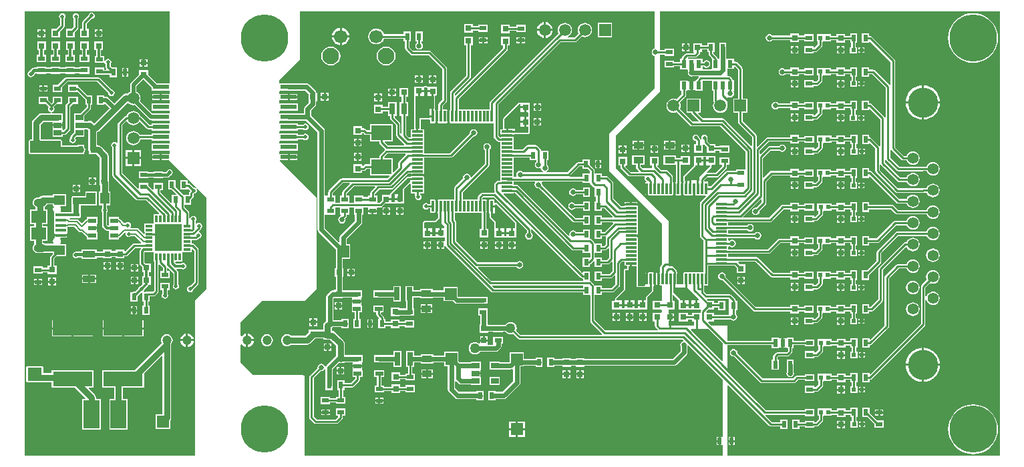
<source format=gtl>
G04*
G04 #@! TF.GenerationSoftware,Altium Limited,Altium Designer,18.1.9 (240)*
G04*
G04 Layer_Physical_Order=1*
G04 Layer_Color=255*
%FSAX25Y25*%
%MOIN*%
G70*
G01*
G75*
%ADD17R,0.05512X0.01575*%
%ADD19R,0.05512X0.04724*%
%ADD20R,0.03937X0.02756*%
%ADD21R,0.01181X0.03740*%
%ADD22R,0.03740X0.01181*%
%ADD24R,0.07874X0.02362*%
%ADD25R,0.02362X0.03937*%
%ADD26R,0.03937X0.02362*%
%ADD27R,0.10236X0.07480*%
%ADD28R,0.02244X0.02441*%
%ADD29R,0.02362X0.01968*%
%ADD30R,0.03543X0.02362*%
%ADD31R,0.03150X0.03150*%
%ADD32R,0.02362X0.03543*%
%ADD33R,0.03150X0.03150*%
%ADD34R,0.06299X0.03543*%
%ADD35R,0.07874X0.14173*%
%ADD36R,0.04685X0.05787*%
%ADD37R,0.19685X0.07480*%
%ADD38R,0.02756X0.06693*%
%ADD39R,0.05118X0.03543*%
%ADD40R,0.01181X0.05709*%
%ADD41R,0.05709X0.01181*%
%ADD42R,0.02953X0.05512*%
%ADD43R,0.01181X0.05512*%
%ADD44R,0.05512X0.01181*%
%ADD78C,0.05500*%
%ADD84C,0.08268*%
%ADD85C,0.06693*%
%ADD87R,0.07480X0.06102*%
%ADD88R,0.13189X0.13189*%
%ADD89C,0.01000*%
%ADD90C,0.02300*%
%ADD91C,0.03150*%
%ADD92C,0.02284*%
%ADD93C,0.01575*%
%ADD94C,0.01181*%
%ADD95C,0.01968*%
%ADD96C,0.00800*%
%ADD97C,0.02756*%
%ADD98C,0.01100*%
%ADD99R,0.19685X0.09197*%
%ADD100R,0.19835X0.13309*%
%ADD101R,0.07087X0.06904*%
%ADD102R,0.15275X0.06048*%
%ADD103R,0.11173X0.03347*%
%ADD104R,0.03149X0.09511*%
%ADD105R,0.11957X0.01575*%
%ADD106R,0.03100X0.36187*%
%ADD107O,0.06299X0.03937*%
%ADD108C,0.15000*%
%ADD109C,0.04724*%
%ADD110R,0.05906X0.05906*%
%ADD111C,0.23622*%
%ADD112C,0.05906*%
%ADD113R,0.05906X0.05906*%
%ADD114C,0.01968*%
%ADD115C,0.02500*%
%ADD116C,0.02165*%
%ADD117C,0.05000*%
G36*
X0408178Y0331260D02*
Y0312534D01*
X0408109Y0312521D01*
X0407497Y0312112D01*
X0407088Y0311500D01*
X0406945Y0310778D01*
X0407088Y0310056D01*
X0407497Y0309444D01*
X0408109Y0309035D01*
X0408178Y0309022D01*
Y0292697D01*
X0385625Y0270144D01*
Y0251617D01*
X0411970Y0225272D01*
X0412003D01*
Y0204912D01*
X0411495Y0204404D01*
X0411252Y0204040D01*
X0411167Y0203611D01*
X0411167Y0203611D01*
Y0201040D01*
X0411098D01*
Y0200740D01*
X0410820D01*
Y0197586D01*
Y0194431D01*
X0411098D01*
Y0194132D01*
X0412003D01*
Y0186996D01*
X0411753Y0186600D01*
X0407403D01*
Y0182250D01*
X0411753D01*
X0412003Y0181854D01*
Y0181091D01*
X0411753Y0180694D01*
X0407403D01*
Y0176345D01*
X0408456D01*
Y0174125D01*
X0408456Y0174125D01*
X0408542Y0173696D01*
X0408785Y0173332D01*
X0409870Y0172247D01*
X0409724Y0171794D01*
X0409687Y0171747D01*
X0383643D01*
X0378500Y0176890D01*
Y0189553D01*
X0382012D01*
Y0190804D01*
X0387378D01*
X0387378Y0190804D01*
X0387807Y0190889D01*
X0388171Y0191132D01*
X0390724Y0193685D01*
X0390724Y0193685D01*
X0390967Y0194049D01*
X0391052Y0194478D01*
X0391052Y0194478D01*
Y0205113D01*
X0392147Y0206208D01*
X0393184D01*
Y0204171D01*
X0394461D01*
X0394728Y0203771D01*
Y0202575D01*
X0393578D01*
X0393119Y0202384D01*
X0392929Y0201925D01*
Y0192194D01*
X0388708Y0187974D01*
X0388659Y0187855D01*
X0388567Y0187763D01*
Y0187634D01*
X0388518Y0187515D01*
X0388567Y0187395D01*
Y0187266D01*
X0388614Y0187153D01*
X0388280Y0186653D01*
X0387103D01*
Y0182303D01*
X0391453D01*
Y0182303D01*
X0391581Y0182388D01*
X0391853Y0182276D01*
X0393303D01*
X0393575Y0182388D01*
X0393703Y0182303D01*
Y0182303D01*
X0398053D01*
Y0182303D01*
X0398181Y0182388D01*
X0398453Y0182276D01*
X0399903D01*
X0400175Y0182388D01*
X0400303Y0182303D01*
Y0182303D01*
X0404653D01*
Y0186653D01*
X0404653D01*
X0404597Y0186737D01*
X0404727Y0187053D01*
Y0188456D01*
X0407437Y0191166D01*
X0407627Y0191625D01*
Y0193654D01*
X0407627Y0193731D01*
X0407600Y0193931D01*
X0407851Y0194308D01*
Y0197586D01*
Y0200740D01*
X0407573D01*
Y0201040D01*
X0405192D01*
Y0200740D01*
X0404914D01*
Y0197586D01*
X0404414D01*
Y0197086D01*
X0403524D01*
Y0194431D01*
X0403178Y0194075D01*
X0400127Y0194075D01*
X0400127Y0203771D01*
X0400012Y0204050D01*
X0400093Y0204171D01*
X0400093D01*
Y0206139D01*
Y0210076D01*
Y0214013D01*
Y0218363D01*
X0399793D01*
Y0218641D01*
X0396639D01*
Y0219641D01*
X0399793D01*
Y0219919D01*
X0400093D01*
Y0221887D01*
Y0225824D01*
Y0229761D01*
Y0234111D01*
X0399793D01*
Y0234389D01*
X0396639D01*
X0393484D01*
Y0234111D01*
X0393184D01*
Y0234042D01*
X0391447D01*
X0387700Y0237790D01*
Y0245525D01*
X0387614Y0245954D01*
X0387371Y0246318D01*
X0387371Y0246318D01*
X0384971Y0248718D01*
X0384607Y0248961D01*
X0384178Y0249047D01*
X0384178Y0249047D01*
X0381959D01*
Y0250297D01*
X0378397D01*
X0378299Y0250757D01*
Y0251872D01*
X0378214Y0252302D01*
X0377971Y0252665D01*
X0377971Y0252665D01*
X0375906Y0254730D01*
Y0257297D01*
X0372344D01*
Y0256047D01*
X0370378D01*
X0370378Y0256047D01*
X0369949Y0255961D01*
X0369585Y0255718D01*
X0364713Y0250847D01*
X0354474D01*
X0354272Y0251310D01*
X0354278Y0251347D01*
X0354865Y0251739D01*
X0355273Y0252351D01*
X0355417Y0253072D01*
X0355273Y0253794D01*
X0354865Y0254406D01*
X0354652Y0254548D01*
Y0256854D01*
X0355312D01*
Y0261597D01*
X0352003D01*
X0351664Y0261789D01*
X0351561Y0262019D01*
X0351514Y0262254D01*
X0351271Y0262618D01*
X0349771Y0264118D01*
X0349407Y0264361D01*
X0348978Y0264447D01*
X0348978Y0264447D01*
X0345078D01*
X0345078Y0264447D01*
X0344649Y0264361D01*
X0344285Y0264118D01*
X0344285Y0264118D01*
X0342535Y0262368D01*
X0338175D01*
Y0263993D01*
Y0268342D01*
X0337875D01*
Y0268620D01*
X0334819D01*
X0331638D01*
X0331263Y0268401D01*
X0331017Y0268472D01*
X0330299Y0269190D01*
Y0284861D01*
X0361343Y0315904D01*
X0368678D01*
X0368678Y0315904D01*
X0369107Y0315989D01*
X0369471Y0316232D01*
X0371980Y0318741D01*
X0372651Y0318464D01*
X0373578Y0318342D01*
X0374505Y0318464D01*
X0375370Y0318822D01*
X0376112Y0319391D01*
X0376681Y0320133D01*
X0377039Y0320998D01*
X0377161Y0321925D01*
X0377039Y0322853D01*
X0376681Y0323717D01*
X0376112Y0324459D01*
X0375370Y0325028D01*
X0374505Y0325387D01*
X0373578Y0325509D01*
X0372651Y0325387D01*
X0371786Y0325028D01*
X0371044Y0324459D01*
X0370475Y0323717D01*
X0370117Y0322853D01*
X0369994Y0321925D01*
X0370117Y0320998D01*
X0370394Y0320328D01*
X0368213Y0318147D01*
X0365046D01*
X0364947Y0318647D01*
X0365370Y0318822D01*
X0366112Y0319391D01*
X0366681Y0320133D01*
X0367039Y0320998D01*
X0367161Y0321925D01*
X0367039Y0322853D01*
X0366681Y0323717D01*
X0366112Y0324459D01*
X0365370Y0325028D01*
X0364505Y0325387D01*
X0363578Y0325509D01*
X0362650Y0325387D01*
X0361786Y0325028D01*
X0361044Y0324459D01*
X0360475Y0323717D01*
X0360117Y0322853D01*
X0359995Y0321925D01*
X0360117Y0320998D01*
X0360376Y0320372D01*
X0326349Y0286345D01*
X0326106Y0285981D01*
X0326020Y0285552D01*
X0326020Y0285552D01*
Y0282122D01*
X0310547D01*
Y0287608D01*
X0334646Y0311707D01*
X0334646Y0311707D01*
X0334889Y0312071D01*
X0334974Y0312500D01*
Y0314079D01*
X0336028D01*
Y0318428D01*
X0331678D01*
Y0314079D01*
X0332731D01*
Y0312965D01*
X0309078Y0289312D01*
X0308578Y0289519D01*
Y0290239D01*
X0316271Y0297932D01*
X0316514Y0298296D01*
X0316599Y0298725D01*
X0316599Y0298725D01*
Y0314351D01*
X0317653D01*
Y0318701D01*
X0313303D01*
Y0314351D01*
X0314356D01*
Y0299190D01*
X0306664Y0291497D01*
X0306420Y0291133D01*
X0306335Y0290704D01*
X0306335Y0290704D01*
Y0282122D01*
X0306266D01*
Y0281822D01*
X0305988D01*
Y0278766D01*
Y0275710D01*
X0306266D01*
Y0275410D01*
X0328056D01*
Y0268725D01*
X0328056Y0268725D01*
X0328142Y0268296D01*
X0328385Y0267932D01*
X0329958Y0266359D01*
X0329958Y0266359D01*
X0330322Y0266116D01*
X0330751Y0266030D01*
X0331463D01*
Y0262024D01*
Y0258087D01*
Y0254150D01*
Y0250213D01*
Y0246620D01*
X0330188D01*
X0330188Y0246620D01*
X0329759Y0246535D01*
X0329395Y0246291D01*
X0328685Y0245581D01*
X0328442Y0245217D01*
X0328356Y0244788D01*
X0328356Y0244788D01*
Y0241725D01*
X0328356Y0241725D01*
X0328442Y0241296D01*
X0328557Y0241124D01*
X0328484Y0240913D01*
X0328280Y0240647D01*
X0322378D01*
X0322378Y0240647D01*
X0321949Y0240561D01*
X0321585Y0240318D01*
X0320443Y0239177D01*
X0320200Y0238813D01*
X0320115Y0238384D01*
X0320115Y0238383D01*
Y0237240D01*
X0312515D01*
Y0240776D01*
X0325571Y0253832D01*
X0325571Y0253832D01*
X0325814Y0254196D01*
X0325900Y0254625D01*
X0325900Y0254625D01*
Y0261950D01*
X0326112Y0262091D01*
X0326521Y0262703D01*
X0326664Y0263425D01*
X0326521Y0264147D01*
X0326112Y0264759D01*
X0325500Y0265168D01*
X0324778Y0265311D01*
X0324056Y0265168D01*
X0323444Y0264759D01*
X0323035Y0264147D01*
X0322892Y0263425D01*
X0323035Y0262703D01*
X0323444Y0262091D01*
X0323656Y0261950D01*
Y0255090D01*
X0316944Y0248377D01*
X0316401Y0248542D01*
X0316321Y0248947D01*
X0315912Y0249559D01*
X0315300Y0249968D01*
X0314578Y0250111D01*
X0313856Y0249968D01*
X0313244Y0249559D01*
X0312835Y0248947D01*
X0312692Y0248225D01*
X0312775Y0247808D01*
X0308632Y0243666D01*
X0308389Y0243302D01*
X0308304Y0242872D01*
X0308304Y0242872D01*
Y0237240D01*
X0300361D01*
Y0236940D01*
X0300083D01*
Y0233884D01*
Y0230703D01*
X0300345Y0230328D01*
X0300328Y0230128D01*
X0300328Y0230042D01*
Y0228094D01*
X0298809Y0226575D01*
X0296897D01*
X0293854Y0226575D01*
X0293734Y0226525D01*
X0293605D01*
X0293385Y0226434D01*
X0293293Y0226343D01*
X0293174Y0226293D01*
X0292910Y0226029D01*
X0292861Y0225910D01*
X0292769Y0225819D01*
X0292678Y0225598D01*
Y0225469D01*
X0292629Y0225349D01*
X0292629Y0223086D01*
X0292649Y0223038D01*
X0292636Y0222987D01*
X0292703Y0222553D01*
X0292703Y0222553D01*
Y0218203D01*
X0297053D01*
X0297053Y0218203D01*
Y0218203D01*
X0297547Y0218190D01*
X0297555Y0218193D01*
X0297596Y0218176D01*
X0298822D01*
X0298895Y0218206D01*
X0298925Y0218197D01*
X0299075Y0218214D01*
X0299403Y0218250D01*
X0299403Y0218250D01*
X0303753D01*
X0303756Y0217752D01*
Y0216769D01*
X0303453Y0216394D01*
X0303256Y0216394D01*
X0302078D01*
Y0214520D01*
Y0212645D01*
X0303453D01*
Y0213878D01*
X0303953Y0214030D01*
X0304085Y0213832D01*
X0326785Y0191132D01*
X0326785Y0191132D01*
X0327149Y0190889D01*
X0327578Y0190804D01*
X0327578Y0190804D01*
X0372544D01*
Y0189553D01*
X0376106D01*
X0376256Y0189116D01*
Y0176425D01*
X0376256Y0176425D01*
X0376342Y0175996D01*
X0376585Y0175632D01*
X0382070Y0170147D01*
X0381863Y0169647D01*
X0341342D01*
X0339315Y0171674D01*
X0339498Y0172116D01*
X0339605Y0172925D01*
X0339498Y0173734D01*
X0339186Y0174489D01*
X0338689Y0175136D01*
X0338041Y0175633D01*
X0337287Y0175945D01*
X0336478Y0176052D01*
X0335669Y0175945D01*
X0334915Y0175633D01*
X0334267Y0175136D01*
X0333940Y0174709D01*
X0325253D01*
Y0174953D01*
X0324862D01*
Y0179191D01*
X0325050D01*
Y0182754D01*
X0322694D01*
X0322678Y0182757D01*
X0322662Y0182754D01*
X0320306D01*
Y0179191D01*
X0321294D01*
Y0174953D01*
X0320903D01*
Y0170603D01*
X0325253D01*
Y0171141D01*
X0327806D01*
Y0170997D01*
X0332550D01*
Y0171141D01*
X0333940D01*
X0334267Y0170714D01*
X0334915Y0170217D01*
X0335669Y0169905D01*
X0336478Y0169799D01*
X0337287Y0169905D01*
X0337729Y0170088D01*
X0340085Y0167732D01*
X0340449Y0167489D01*
X0340878Y0167404D01*
X0340878Y0167404D01*
X0422213D01*
X0422826Y0166791D01*
X0422661Y0166249D01*
X0422256Y0166168D01*
X0421644Y0165759D01*
X0421235Y0165147D01*
X0421092Y0164425D01*
X0421194Y0163913D01*
Y0161556D01*
X0417311Y0157674D01*
X0373233D01*
Y0158017D01*
X0368883D01*
Y0157674D01*
X0366540D01*
Y0158017D01*
X0362191D01*
Y0157674D01*
X0358312D01*
Y0158261D01*
X0354750D01*
Y0155906D01*
X0354746Y0155890D01*
X0354750Y0155874D01*
Y0153518D01*
X0358312D01*
Y0154105D01*
X0362191D01*
Y0153668D01*
X0366540D01*
Y0154105D01*
X0368883D01*
Y0153668D01*
X0373233D01*
Y0154105D01*
X0418050D01*
X0418733Y0154241D01*
X0419312Y0154628D01*
X0424240Y0159556D01*
X0424240Y0159556D01*
X0424626Y0160134D01*
X0424762Y0160817D01*
Y0163913D01*
X0424801Y0164109D01*
X0425344Y0164273D01*
X0442318Y0147299D01*
Y0119081D01*
X0442292Y0118591D01*
X0441818Y0118591D01*
X0441311D01*
Y0116520D01*
Y0114448D01*
X0442292Y0114448D01*
X0442318Y0113959D01*
Y0109504D01*
X0441964Y0109150D01*
X0233657Y0109175D01*
Y0149358D01*
X0233433Y0149265D01*
X0233107Y0149591D01*
X0208069D01*
X0201767Y0155892D01*
Y0164674D01*
X0202267Y0164843D01*
X0202519Y0164515D01*
X0203221Y0163977D01*
X0204039Y0163638D01*
X0204416Y0163588D01*
Y0166913D01*
Y0170239D01*
X0204039Y0170189D01*
X0203221Y0169850D01*
X0202519Y0169311D01*
X0202267Y0168983D01*
X0201767Y0169153D01*
Y0175969D01*
X0212425Y0186627D01*
X0233657D01*
X0233657Y0186626D01*
Y0186627D01*
X0239562Y0192532D01*
Y0238195D01*
X0221287Y0256470D01*
X0221480Y0256983D01*
X0221546Y0256987D01*
X0221558Y0256987D01*
X0225283D01*
Y0258469D01*
Y0259950D01*
X0221558D01*
X0221546Y0259950D01*
X0221058Y0259980D01*
Y0261265D01*
X0221246Y0261687D01*
X0221558Y0261687D01*
X0230320D01*
Y0265250D01*
X0221558D01*
X0221246Y0265250D01*
X0221058Y0265672D01*
Y0266265D01*
X0221246Y0266687D01*
X0221558Y0266687D01*
X0230320D01*
Y0267347D01*
X0232894D01*
X0232908Y0267326D01*
X0233432Y0266976D01*
X0234050Y0266853D01*
X0234668Y0266976D01*
X0235193Y0267326D01*
X0235543Y0267850D01*
X0235666Y0268468D01*
X0235543Y0269087D01*
X0235193Y0269611D01*
X0234668Y0269961D01*
X0234050Y0270084D01*
X0233432Y0269961D01*
X0232908Y0269611D01*
X0232894Y0269590D01*
X0230320D01*
Y0270250D01*
X0221558D01*
X0221246Y0270250D01*
X0221058Y0270672D01*
Y0271265D01*
X0221246Y0271687D01*
X0221558Y0271687D01*
X0230320D01*
Y0272347D01*
X0232894D01*
X0232908Y0272326D01*
X0233432Y0271976D01*
X0234050Y0271853D01*
X0234668Y0271976D01*
X0235193Y0272326D01*
X0235543Y0272850D01*
X0235666Y0273468D01*
X0235543Y0274087D01*
X0235193Y0274611D01*
X0234668Y0274961D01*
X0234050Y0275084D01*
X0233432Y0274961D01*
X0232908Y0274611D01*
X0232894Y0274590D01*
X0230320D01*
Y0275250D01*
X0221558D01*
X0221246Y0275250D01*
X0221058Y0275672D01*
Y0276265D01*
X0221246Y0276687D01*
X0225767D01*
X0225783Y0276684D01*
X0234436D01*
X0240140Y0270981D01*
Y0222290D01*
X0240276Y0221608D01*
X0240663Y0221029D01*
X0249395Y0212296D01*
Y0210077D01*
X0249331Y0209981D01*
X0249195Y0209298D01*
Y0202946D01*
X0248805D01*
Y0198597D01*
X0249195D01*
Y0192253D01*
X0248403D01*
Y0191862D01*
X0247631D01*
X0246948Y0191726D01*
X0246369Y0191340D01*
X0246369Y0191340D01*
X0244916Y0189887D01*
X0244530Y0189308D01*
X0244394Y0188625D01*
Y0176577D01*
X0243506Y0175689D01*
X0243025Y0174970D01*
X0242857Y0174121D01*
X0242857Y0174121D01*
Y0172241D01*
X0237987D01*
X0237987Y0172241D01*
X0237773Y0172198D01*
X0235813D01*
Y0170984D01*
X0234157Y0169328D01*
X0233895Y0169437D01*
Y0169131D01*
X0226893D01*
X0226410Y0169501D01*
X0225690Y0169799D01*
X0224917Y0169901D01*
X0224143Y0169799D01*
X0223423Y0169501D01*
X0222804Y0169026D01*
X0222329Y0168407D01*
X0222031Y0167687D01*
X0221929Y0166913D01*
X0222031Y0166140D01*
X0222329Y0165419D01*
X0222804Y0164801D01*
X0223423Y0164326D01*
X0224143Y0164027D01*
X0224917Y0163926D01*
X0225690Y0164027D01*
X0226410Y0164326D01*
X0226893Y0164696D01*
X0234878D01*
X0234878Y0164696D01*
X0235726Y0164865D01*
X0236446Y0165345D01*
X0238906Y0167806D01*
X0242899D01*
Y0167191D01*
X0244860D01*
X0245074Y0167149D01*
X0246391D01*
X0249304Y0164236D01*
Y0159041D01*
X0249110Y0158911D01*
X0244607Y0154409D01*
X0244220Y0153830D01*
X0244219Y0153827D01*
X0243710D01*
X0243667Y0154041D01*
X0243258Y0154653D01*
X0242646Y0155062D01*
X0241924Y0155205D01*
X0241203Y0155062D01*
X0240591Y0154653D01*
X0240182Y0154041D01*
X0240038Y0153319D01*
X0240088Y0153069D01*
X0236285Y0149266D01*
X0236042Y0148902D01*
X0235956Y0148472D01*
X0235956Y0148472D01*
Y0128331D01*
X0235956Y0128331D01*
X0236042Y0127901D01*
X0236285Y0127538D01*
X0238390Y0125432D01*
X0238754Y0125189D01*
X0239183Y0125104D01*
X0239183Y0125104D01*
X0249597D01*
X0249597Y0125104D01*
X0250026Y0125189D01*
X0250390Y0125432D01*
X0252514Y0127557D01*
X0252758Y0127920D01*
X0252843Y0128350D01*
X0252843Y0128350D01*
Y0129216D01*
X0254093D01*
Y0132778D01*
X0249350D01*
Y0129216D01*
X0250362D01*
X0250501Y0128716D01*
X0249132Y0127347D01*
X0239648D01*
X0238199Y0128795D01*
Y0148008D01*
X0241674Y0151482D01*
X0241924Y0151433D01*
X0242646Y0151576D01*
X0243258Y0151985D01*
X0243584Y0152473D01*
X0244084Y0152326D01*
Y0144450D01*
X0244087Y0144434D01*
Y0142078D01*
X0247650D01*
Y0144434D01*
X0247653Y0144450D01*
Y0152408D01*
X0250720Y0155475D01*
X0251307D01*
X0251521Y0155432D01*
X0251735Y0155475D01*
X0253696D01*
Y0155905D01*
X0257779D01*
X0257839Y0155431D01*
X0257839Y0155405D01*
Y0154450D01*
X0260108D01*
X0262376D01*
Y0155409D01*
X0262376Y0155431D01*
X0262430Y0155909D01*
X0262676D01*
Y0159471D01*
X0260124D01*
X0260108Y0159474D01*
X0253739D01*
Y0165155D01*
X0253570Y0166003D01*
X0253089Y0166723D01*
X0253089Y0166723D01*
X0248878Y0170934D01*
X0248159Y0171415D01*
X0247310Y0171584D01*
X0247291Y0172058D01*
Y0173203D01*
X0247530Y0173441D01*
X0252091D01*
Y0172854D01*
X0255654D01*
Y0175209D01*
X0255657Y0175225D01*
X0255654Y0175241D01*
Y0177597D01*
X0252091D01*
Y0177009D01*
X0247962D01*
Y0187760D01*
X0248403Y0187903D01*
X0248403Y0187903D01*
Y0187903D01*
X0248403Y0187903D01*
X0252753D01*
Y0188294D01*
X0257196D01*
Y0188284D01*
X0257443D01*
X0257496Y0187806D01*
X0257496Y0187784D01*
Y0186825D01*
X0259765D01*
X0262033D01*
Y0187784D01*
X0262033Y0187806D01*
X0262086Y0188284D01*
X0262333D01*
Y0191847D01*
X0259831D01*
X0259752Y0191862D01*
X0252764D01*
Y0198597D01*
X0253154D01*
Y0202946D01*
X0252764D01*
Y0207714D01*
X0256501D01*
Y0214820D01*
X0254732D01*
Y0217437D01*
X0261840Y0224544D01*
X0261840Y0224544D01*
X0262226Y0225123D01*
X0262362Y0225805D01*
X0262362Y0225805D01*
Y0229639D01*
X0262950D01*
Y0233201D01*
X0263407Y0233304D01*
X0265272D01*
X0265506Y0232901D01*
X0265506Y0232804D01*
Y0231920D01*
X0267578D01*
X0269650D01*
Y0232804D01*
X0269650Y0232901D01*
X0269884Y0233304D01*
X0271525D01*
X0271525Y0233304D01*
X0271954Y0233389D01*
X0272184Y0233542D01*
X0272603Y0233227D01*
X0272603Y0232904D01*
Y0231972D01*
X0273978D01*
Y0233347D01*
X0273069D01*
X0272741Y0233347D01*
X0272484Y0233798D01*
X0273889Y0235203D01*
X0276653D01*
X0276653Y0235203D01*
Y0235203D01*
X0277147Y0235190D01*
X0277155Y0235193D01*
X0277196Y0235176D01*
X0278422D01*
X0278495Y0235206D01*
X0278525Y0235197D01*
X0278675Y0235214D01*
X0279003Y0235250D01*
X0279003Y0235250D01*
X0283353D01*
Y0239600D01*
X0283353Y0239600D01*
X0283353D01*
X0283406Y0240078D01*
X0283397Y0240109D01*
X0283427Y0240181D01*
Y0242456D01*
X0283429Y0242458D01*
X0286081Y0245110D01*
X0286257Y0245091D01*
X0286581Y0244957D01*
Y0240371D01*
X0288815D01*
Y0239059D01*
X0288815Y0239059D01*
X0288864Y0238817D01*
X0288814Y0238567D01*
X0288937Y0237949D01*
X0289287Y0237425D01*
X0289811Y0237075D01*
X0290429Y0236952D01*
X0291047Y0237075D01*
X0291571Y0237425D01*
X0291921Y0237949D01*
X0292044Y0238567D01*
X0291921Y0239185D01*
X0291571Y0239709D01*
X0291329Y0239871D01*
X0291481Y0240371D01*
X0293293D01*
Y0244308D01*
Y0248657D01*
X0292993D01*
Y0248935D01*
X0289937D01*
X0286754D01*
X0286381Y0248666D01*
X0286181Y0248675D01*
X0286088Y0248675D01*
X0285207D01*
X0285088Y0248625D01*
X0284959D01*
X0284738Y0248534D01*
X0284647Y0248443D01*
X0284527Y0248393D01*
X0284436Y0248302D01*
X0279482Y0243348D01*
X0276914Y0240779D01*
X0276905Y0240757D01*
X0276883Y0240747D01*
X0276648Y0240477D01*
X0276617Y0240383D01*
X0276617Y0240383D01*
X0276601Y0240365D01*
X0276591Y0240336D01*
X0276522Y0240257D01*
X0276490Y0240163D01*
Y0240163D01*
X0276453Y0240072D01*
X0276453Y0239967D01*
X0276441Y0239939D01*
Y0239915D01*
X0276403Y0239824D01*
Y0239553D01*
X0272303D01*
Y0236789D01*
X0271061Y0235547D01*
X0269950D01*
Y0239106D01*
X0268700D01*
Y0240061D01*
X0270942Y0242304D01*
X0276878D01*
X0276878Y0242304D01*
X0277307Y0242389D01*
X0277671Y0242632D01*
X0285321Y0250282D01*
X0286581D01*
Y0250213D01*
X0286881D01*
Y0249935D01*
X0289937D01*
X0292993D01*
Y0250213D01*
X0293293D01*
Y0254150D01*
Y0258156D01*
X0306731D01*
X0306731Y0258156D01*
X0307160Y0258242D01*
X0307524Y0258485D01*
X0317728Y0268689D01*
X0317978Y0268639D01*
X0318700Y0268782D01*
X0319312Y0269191D01*
X0319721Y0269803D01*
X0319864Y0270525D01*
X0319721Y0271247D01*
X0319312Y0271859D01*
X0318700Y0272268D01*
X0317978Y0272411D01*
X0317256Y0272268D01*
X0316644Y0271859D01*
X0316235Y0271247D01*
X0316092Y0270525D01*
X0316142Y0270275D01*
X0306266Y0260400D01*
X0293293D01*
Y0263993D01*
Y0267930D01*
Y0272280D01*
X0291995D01*
X0291727Y0272679D01*
Y0277276D01*
X0296024D01*
X0296424Y0277009D01*
Y0275410D01*
X0298805D01*
Y0275710D01*
X0299083D01*
Y0278766D01*
Y0281948D01*
X0298816Y0282322D01*
X0298827Y0282522D01*
X0298827Y0282613D01*
Y0288798D01*
X0299203Y0289198D01*
X0299753D01*
Y0293547D01*
X0295403D01*
X0295403Y0293547D01*
X0294970Y0293708D01*
X0294912Y0293753D01*
X0294826Y0293741D01*
X0294745Y0293775D01*
X0293469D01*
X0293372Y0293735D01*
X0293312Y0293746D01*
X0293216Y0293725D01*
X0292853Y0293647D01*
X0292853Y0293647D01*
X0292853Y0293647D01*
X0288503D01*
Y0289298D01*
X0288503Y0289298D01*
X0288503D01*
X0288450Y0288820D01*
X0288459Y0288789D01*
X0288428Y0288716D01*
Y0272679D01*
X0288161Y0272280D01*
X0286581D01*
Y0268273D01*
X0285716D01*
X0284299Y0269690D01*
Y0279069D01*
X0285254D01*
Y0285781D01*
X0284299D01*
Y0288650D01*
X0285405D01*
Y0293000D01*
X0281056D01*
Y0288650D01*
X0282056D01*
Y0285781D01*
X0281102D01*
Y0279069D01*
X0282056D01*
Y0270626D01*
X0281556Y0270359D01*
X0281500Y0270397D01*
Y0275025D01*
X0281500Y0275025D01*
X0281414Y0275454D01*
X0281171Y0275818D01*
X0281171Y0275818D01*
X0278591Y0278398D01*
Y0279069D01*
X0279546D01*
Y0285781D01*
X0275393D01*
Y0283547D01*
X0272553D01*
Y0284547D01*
X0268203D01*
Y0280198D01*
X0272553D01*
Y0281304D01*
X0275393D01*
Y0279069D01*
X0276348D01*
Y0277934D01*
X0276348Y0277934D01*
X0276433Y0277505D01*
X0276676Y0277141D01*
X0279256Y0274561D01*
Y0269525D01*
X0279256Y0269525D01*
X0279342Y0269096D01*
X0279585Y0268732D01*
X0283481Y0264837D01*
X0283273Y0264336D01*
X0275053D01*
X0273575Y0265814D01*
X0273782Y0266314D01*
X0277696D01*
Y0274994D01*
X0266260D01*
Y0271776D01*
X0264713D01*
X0264071Y0272418D01*
X0263707Y0272661D01*
X0263278Y0272747D01*
X0263278Y0272747D01*
X0262353D01*
Y0273800D01*
X0258003D01*
Y0269450D01*
X0262353D01*
Y0270409D01*
X0262853Y0270464D01*
X0263456Y0269861D01*
X0263456Y0269861D01*
X0263820Y0269618D01*
X0264249Y0269533D01*
X0264249Y0269533D01*
X0266260D01*
Y0266314D01*
X0270856D01*
Y0265825D01*
X0270856Y0265825D01*
X0270942Y0265396D01*
X0271185Y0265032D01*
X0273628Y0262589D01*
X0273670Y0262294D01*
X0273654Y0262057D01*
X0273610Y0261944D01*
X0271185Y0259518D01*
X0270942Y0259154D01*
X0270856Y0258725D01*
X0270856Y0258725D01*
Y0258065D01*
X0266260D01*
Y0254847D01*
X0264178D01*
X0264178Y0254847D01*
X0263749Y0254761D01*
X0263385Y0254518D01*
X0263385Y0254518D01*
X0262853Y0253986D01*
X0262353Y0254193D01*
Y0254847D01*
X0258003D01*
Y0250498D01*
X0262353D01*
Y0251551D01*
X0263125D01*
X0263125Y0251551D01*
X0263554Y0251636D01*
X0263918Y0251879D01*
X0264643Y0252604D01*
X0266260D01*
Y0249385D01*
X0275936D01*
X0276127Y0248923D01*
X0274951Y0247747D01*
X0252278D01*
X0252278Y0247747D01*
X0251849Y0247661D01*
X0251485Y0247418D01*
X0251485Y0247418D01*
X0245785Y0241718D01*
X0245542Y0241354D01*
X0245456Y0240925D01*
X0245456Y0240925D01*
Y0239106D01*
X0244206D01*
Y0239106D01*
X0243709Y0239112D01*
Y0271720D01*
X0243709Y0271720D01*
X0243573Y0272403D01*
X0243186Y0272981D01*
X0243186Y0272981D01*
X0236960Y0279208D01*
Y0281766D01*
X0238854Y0283660D01*
X0238854Y0283660D01*
X0239241Y0284239D01*
X0239377Y0284922D01*
Y0286392D01*
X0239965D01*
Y0290742D01*
X0239336D01*
X0239241Y0291219D01*
X0238854Y0291798D01*
X0238854Y0291798D01*
X0235922Y0294730D01*
X0235344Y0295117D01*
X0234661Y0295253D01*
X0225783D01*
X0225767Y0295250D01*
X0221246D01*
X0221058Y0295672D01*
Y0296869D01*
X0231294Y0307105D01*
Y0331260D01*
X0408178D01*
D02*
G37*
G36*
X0434691Y0310854D02*
X0435256D01*
Y0309925D01*
X0435256Y0309925D01*
X0435342Y0309496D01*
X0435585Y0309132D01*
X0436675Y0308042D01*
X0436857Y0307607D01*
X0436857D01*
X0436857Y0307607D01*
Y0302470D01*
X0436382Y0302410D01*
X0432199D01*
Y0303817D01*
X0432693D01*
X0432844Y0303591D01*
X0433456Y0303183D01*
X0434178Y0303039D01*
X0434900Y0303183D01*
X0435512Y0303591D01*
X0435921Y0304203D01*
X0436064Y0304925D01*
X0435921Y0305647D01*
X0435512Y0306259D01*
X0434900Y0306668D01*
X0434178Y0306811D01*
X0433456Y0306668D01*
X0432844Y0306259D01*
X0432711Y0306060D01*
X0432199D01*
Y0307507D01*
X0428637D01*
X0428637Y0307507D01*
X0428459D01*
Y0307507D01*
X0428137Y0307507D01*
X0425385D01*
X0425070Y0308007D01*
X0425117Y0308104D01*
X0428578D01*
X0428578Y0308104D01*
X0429007Y0308189D01*
X0429371Y0308432D01*
X0430624Y0309685D01*
X0430867Y0310049D01*
X0430952Y0310478D01*
X0430952Y0310478D01*
Y0311050D01*
X0432006D01*
Y0312104D01*
X0434691D01*
Y0310854D01*
D02*
G37*
G36*
X0166334Y0331260D02*
Y0295250D01*
X0159967D01*
X0155517Y0299700D01*
Y0301765D01*
X0151167D01*
Y0299700D01*
X0147081Y0295615D01*
X0146731Y0295091D01*
X0146608Y0294472D01*
Y0291113D01*
X0146432Y0291040D01*
X0145690Y0290471D01*
X0145447Y0290154D01*
X0144457D01*
X0143608Y0289986D01*
X0142889Y0289505D01*
X0142889Y0289505D01*
X0138675Y0285292D01*
X0135833Y0288134D01*
X0135309Y0288485D01*
X0134691Y0288607D01*
X0133666D01*
Y0289364D01*
X0130104D01*
Y0284620D01*
X0133666D01*
Y0285028D01*
X0134166Y0285232D01*
X0136391Y0283007D01*
X0128667Y0275283D01*
X0127988Y0275962D01*
X0127269Y0276442D01*
X0126420Y0276611D01*
X0125572Y0276442D01*
X0125524Y0276410D01*
X0123830D01*
Y0279116D01*
X0126773Y0282059D01*
X0126773Y0282059D01*
X0127016Y0282423D01*
X0127101Y0282852D01*
Y0284620D01*
X0127761D01*
Y0289364D01*
X0125194D01*
X0121065Y0293493D01*
X0120701Y0293736D01*
X0120525Y0293771D01*
Y0294481D01*
X0115781D01*
Y0290919D01*
X0120466D01*
X0124198Y0287187D01*
Y0284620D01*
X0124858D01*
Y0283316D01*
X0121653Y0280112D01*
X0118693D01*
Y0276156D01*
Y0270859D01*
X0117116Y0269281D01*
X0116873Y0268917D01*
X0116787Y0268488D01*
X0116787Y0268488D01*
Y0268069D01*
X0116767Y0268056D01*
X0116416Y0267531D01*
X0116293Y0266913D01*
X0116416Y0266295D01*
X0116767Y0265771D01*
X0117290Y0265421D01*
X0117909Y0265298D01*
X0118527Y0265421D01*
X0119051Y0265771D01*
X0119401Y0266295D01*
X0119524Y0266913D01*
X0119401Y0267531D01*
X0119055Y0268049D01*
X0119682Y0268676D01*
X0123830D01*
Y0272377D01*
X0125301D01*
X0125683Y0271995D01*
Y0262125D01*
X0125852Y0261277D01*
X0126120Y0260876D01*
Y0259753D01*
X0129682D01*
X0129682Y0259753D01*
Y0259753D01*
X0130065Y0259495D01*
X0131412Y0258149D01*
Y0247290D01*
X0131411Y0247289D01*
X0131242Y0246441D01*
X0131411Y0245592D01*
X0131454Y0245528D01*
Y0244225D01*
X0131656D01*
Y0241273D01*
X0130931D01*
Y0234286D01*
X0132659D01*
Y0232909D01*
X0132381Y0232492D01*
X0132258Y0231874D01*
X0132381Y0231256D01*
X0132659Y0230839D01*
Y0224177D01*
X0132659Y0224177D01*
X0132752Y0223713D01*
X0133015Y0223319D01*
X0134279Y0222055D01*
X0134279Y0222055D01*
X0134672Y0221792D01*
X0135137Y0221700D01*
X0135137Y0221700D01*
X0135960D01*
Y0221132D01*
X0135960D01*
Y0220954D01*
X0135960D01*
Y0217392D01*
X0141097D01*
Y0218193D01*
X0141287Y0218231D01*
X0141618Y0218452D01*
X0143862Y0220696D01*
X0144323Y0220450D01*
X0144246Y0220063D01*
X0144369Y0219445D01*
X0144719Y0218921D01*
X0145243Y0218571D01*
X0145861Y0218448D01*
X0146480Y0218571D01*
X0147004Y0218921D01*
X0147085Y0219043D01*
X0148891D01*
X0152155Y0215779D01*
X0151948Y0215279D01*
X0148617D01*
X0148188Y0215194D01*
X0147824Y0214950D01*
X0147824Y0214950D01*
X0144206Y0211333D01*
X0143706Y0211540D01*
Y0212197D01*
X0139357D01*
Y0211437D01*
X0137419D01*
Y0212197D01*
X0133069D01*
Y0211205D01*
X0129926D01*
Y0212162D01*
X0122427D01*
Y0211205D01*
X0119713D01*
X0119525Y0211168D01*
X0119483Y0211176D01*
X0118865Y0211053D01*
X0118341Y0210703D01*
X0117991Y0210179D01*
X0117868Y0209561D01*
X0117991Y0208943D01*
X0118341Y0208418D01*
X0118865Y0208068D01*
X0119483Y0207945D01*
X0120102Y0208068D01*
X0120562Y0208376D01*
X0122427D01*
Y0207419D01*
X0129926D01*
Y0208376D01*
X0133069D01*
Y0207848D01*
X0137419D01*
Y0208608D01*
X0139357D01*
Y0207848D01*
X0143706D01*
Y0208901D01*
X0144483D01*
X0144483Y0208901D01*
X0144912Y0208986D01*
X0145276Y0209230D01*
X0149082Y0213036D01*
X0151953D01*
X0152145Y0212574D01*
X0151696Y0212125D01*
X0151433Y0211732D01*
X0151340Y0211267D01*
X0151340Y0211267D01*
Y0205299D01*
X0151340Y0205299D01*
X0151433Y0204835D01*
X0151696Y0204441D01*
X0152545Y0203592D01*
Y0200959D01*
X0153506D01*
Y0198947D01*
X0152546D01*
Y0194606D01*
X0152062Y0194122D01*
X0151570Y0194024D01*
X0151047Y0193674D01*
X0150696Y0193150D01*
X0150599Y0192658D01*
X0149154Y0191214D01*
X0148617D01*
X0148153Y0191121D01*
X0147966Y0190997D01*
X0146836D01*
Y0186253D01*
X0150398D01*
Y0189064D01*
X0150515Y0189142D01*
X0152241Y0190868D01*
X0152428Y0190829D01*
X0152741Y0190517D01*
Y0186253D01*
X0153401D01*
Y0184246D01*
X0152742D01*
Y0179502D01*
X0156304D01*
Y0184246D01*
X0155644D01*
Y0186253D01*
X0156304D01*
Y0188878D01*
X0158318D01*
X0158318Y0188878D01*
X0158747Y0188964D01*
X0159111Y0189207D01*
X0160434Y0190530D01*
X0160434Y0190530D01*
X0160677Y0190894D01*
X0160763Y0191323D01*
Y0204507D01*
X0161263Y0204714D01*
X0162850Y0203127D01*
Y0201506D01*
X0161600D01*
Y0197944D01*
X0166343D01*
Y0201506D01*
X0165093D01*
Y0202820D01*
X0165555Y0203012D01*
X0168270Y0200297D01*
Y0195057D01*
X0167991Y0194641D01*
X0167868Y0194022D01*
X0167991Y0193404D01*
X0168341Y0192880D01*
X0168865Y0192530D01*
X0169483Y0192407D01*
X0170102Y0192530D01*
X0170626Y0192880D01*
X0170976Y0193404D01*
X0171099Y0194022D01*
X0170976Y0194641D01*
X0170697Y0195057D01*
Y0200800D01*
X0170605Y0201265D01*
X0170342Y0201658D01*
X0170342Y0201658D01*
X0169755Y0202245D01*
X0169946Y0202707D01*
X0171992D01*
X0172409Y0202429D01*
X0173027Y0202306D01*
X0173645Y0202429D01*
X0174169Y0202779D01*
X0174519Y0203303D01*
X0174642Y0203921D01*
X0174519Y0204539D01*
X0174169Y0205063D01*
X0173645Y0205414D01*
X0173027Y0205537D01*
X0172409Y0205414D01*
X0171992Y0205135D01*
X0169656D01*
X0169116Y0205676D01*
X0169323Y0206176D01*
X0172643D01*
Y0210998D01*
X0177465D01*
Y0212204D01*
X0177927Y0212395D01*
X0178598Y0211724D01*
Y0196146D01*
X0176594Y0194142D01*
X0176570Y0194147D01*
X0175952Y0194024D01*
X0175428Y0193674D01*
X0175078Y0193150D01*
X0174955Y0192532D01*
X0175078Y0191914D01*
X0175428Y0191390D01*
X0175952Y0191040D01*
X0176570Y0190917D01*
X0177188Y0191040D01*
X0177712Y0191390D01*
X0178062Y0191914D01*
X0178185Y0192532D01*
X0178181Y0192556D01*
X0180513Y0194888D01*
X0180513Y0194888D01*
X0180756Y0195252D01*
X0180841Y0195682D01*
X0180841Y0195682D01*
Y0212189D01*
X0180841Y0212189D01*
X0180756Y0212618D01*
X0180513Y0212982D01*
X0178544Y0214950D01*
X0178180Y0215194D01*
X0177751Y0215279D01*
X0177465Y0215644D01*
Y0216973D01*
X0179410D01*
X0179410Y0216973D01*
X0179839Y0217058D01*
X0180203Y0217301D01*
X0180567Y0217665D01*
X0180591Y0217660D01*
X0181209Y0217783D01*
X0181733Y0218133D01*
X0182083Y0218657D01*
X0182206Y0219276D01*
X0182083Y0219894D01*
X0181733Y0220418D01*
X0181209Y0220768D01*
X0181058Y0220798D01*
X0180893Y0221341D01*
X0181694Y0222142D01*
X0181694Y0222142D01*
X0181937Y0222505D01*
X0182002Y0222830D01*
X0182043Y0222858D01*
X0182393Y0223382D01*
X0182516Y0224000D01*
X0182393Y0224618D01*
X0182043Y0225142D01*
X0181519Y0225492D01*
X0180901Y0225615D01*
X0180283Y0225492D01*
X0179759Y0225142D01*
X0179266Y0225306D01*
Y0226416D01*
X0179287Y0226430D01*
X0179637Y0226954D01*
X0179760Y0227572D01*
X0179637Y0228191D01*
X0179287Y0228715D01*
X0178763Y0229065D01*
X0178145Y0229188D01*
X0177527Y0229065D01*
X0177003Y0228715D01*
X0176653Y0228191D01*
X0176617Y0228011D01*
X0176117Y0228060D01*
Y0230670D01*
X0176117Y0230670D01*
X0176031Y0231099D01*
X0175788Y0231463D01*
X0175788Y0231463D01*
X0173755Y0233497D01*
Y0234715D01*
X0176973D01*
Y0237085D01*
X0177964Y0238076D01*
X0177964Y0238076D01*
X0178207Y0238439D01*
X0178292Y0238869D01*
X0178292Y0238869D01*
Y0239616D01*
X0178362Y0240101D01*
X0178980Y0240224D01*
X0179504Y0240574D01*
X0179855Y0241098D01*
X0179978Y0241717D01*
X0179855Y0242335D01*
X0179624Y0242680D01*
X0180012Y0242999D01*
X0184838Y0238173D01*
Y0192532D01*
X0178932Y0186627D01*
Y0109535D01*
X0178579Y0109181D01*
X0094203Y0109192D01*
X0093849Y0109545D01*
X0093895Y0331260D01*
X0166334D01*
D02*
G37*
G36*
X0225783Y0291684D02*
X0233922D01*
X0235616Y0289990D01*
Y0286392D01*
X0235808D01*
Y0285661D01*
X0233914Y0283766D01*
X0233527Y0283188D01*
X0233391Y0282505D01*
Y0280253D01*
X0225783D01*
X0225767Y0280250D01*
X0221246D01*
X0221058Y0280672D01*
Y0281265D01*
X0221246Y0281687D01*
X0221558Y0281687D01*
X0230320D01*
Y0285250D01*
X0221558D01*
X0221246Y0285250D01*
X0221058Y0285672D01*
Y0286957D01*
X0221546Y0286987D01*
X0221558Y0286987D01*
X0225283D01*
Y0288469D01*
Y0289950D01*
X0221558D01*
X0221546Y0289950D01*
X0221058Y0289980D01*
Y0291265D01*
X0221246Y0291687D01*
X0225767D01*
X0225783Y0291684D01*
D02*
G37*
G36*
X0157466Y0293182D02*
Y0291687D01*
X0166334D01*
Y0290411D01*
X0166240Y0289950D01*
X0165834Y0289950D01*
X0162503D01*
Y0288469D01*
Y0286987D01*
X0165834D01*
X0166240Y0286987D01*
X0166334Y0286526D01*
Y0285250D01*
X0157466D01*
Y0281687D01*
X0166334D01*
Y0280250D01*
X0157644D01*
X0151450Y0286443D01*
X0151685Y0287010D01*
X0151807Y0287937D01*
X0151685Y0288864D01*
X0151327Y0289729D01*
X0150758Y0290471D01*
X0150015Y0291040D01*
X0149839Y0291113D01*
Y0293803D01*
X0153342Y0297306D01*
X0157466Y0293182D01*
D02*
G37*
G36*
X0145690Y0285403D02*
X0146432Y0284834D01*
X0147296Y0284476D01*
X0148224Y0284354D01*
X0148884Y0284441D01*
X0155999Y0277326D01*
X0156523Y0276976D01*
X0157141Y0276853D01*
X0157466D01*
Y0276687D01*
X0166334D01*
Y0275250D01*
X0157466D01*
Y0274590D01*
X0156196D01*
X0152056Y0278730D01*
X0151692Y0278973D01*
X0151635Y0278985D01*
X0151327Y0279729D01*
X0150758Y0280471D01*
X0150015Y0281040D01*
X0149151Y0281398D01*
X0148224Y0281520D01*
X0147296Y0281398D01*
X0146432Y0281040D01*
X0145690Y0280471D01*
X0145120Y0279729D01*
X0144843Y0279059D01*
X0144536D01*
X0144107Y0278973D01*
X0143743Y0278730D01*
X0143743Y0278730D01*
X0140738Y0275725D01*
X0140495Y0275361D01*
X0140409Y0274932D01*
X0140409Y0274931D01*
Y0265671D01*
X0139917Y0265508D01*
X0139393Y0265858D01*
X0138775Y0265981D01*
X0138157Y0265858D01*
X0137633Y0265508D01*
X0137283Y0264984D01*
X0137160Y0264365D01*
X0137283Y0263747D01*
X0137633Y0263223D01*
X0137653Y0263209D01*
Y0249522D01*
X0137653Y0249522D01*
X0137739Y0249093D01*
X0137982Y0248729D01*
X0149504Y0237207D01*
X0149504Y0237207D01*
X0149868Y0236964D01*
X0150297Y0236878D01*
X0150297Y0236878D01*
X0154704D01*
X0161108Y0230475D01*
X0160916Y0230013D01*
X0158450D01*
Y0225190D01*
X0153628D01*
Y0220841D01*
X0153928D01*
Y0220090D01*
X0153466Y0219898D01*
X0150596Y0222768D01*
X0150265Y0222989D01*
X0149875Y0223067D01*
X0147088D01*
X0146821Y0223567D01*
X0146960Y0223775D01*
X0147083Y0224394D01*
X0146960Y0225012D01*
X0146610Y0225536D01*
X0146086Y0225886D01*
X0145468Y0226009D01*
X0144850Y0225886D01*
X0144326Y0225536D01*
X0144244Y0225413D01*
X0143580D01*
X0141618Y0227375D01*
X0141287Y0227595D01*
X0141097Y0227633D01*
Y0228435D01*
X0135960D01*
Y0224872D01*
X0135960D01*
Y0224694D01*
X0135597Y0224364D01*
X0135460Y0224307D01*
X0135087Y0224680D01*
Y0230839D01*
X0135366Y0231256D01*
X0135488Y0231874D01*
X0135366Y0232492D01*
X0135087Y0232909D01*
Y0234286D01*
X0136816D01*
Y0241273D01*
X0136091D01*
Y0246027D01*
X0136091Y0246028D01*
X0135922Y0246876D01*
X0135847Y0246989D01*
Y0259067D01*
X0135847Y0259067D01*
X0135678Y0259915D01*
X0135197Y0260635D01*
X0135197Y0260635D01*
X0132139Y0263693D01*
X0131420Y0264174D01*
X0130571Y0264343D01*
X0130118Y0264435D01*
Y0270832D01*
X0130282Y0270865D01*
X0131001Y0271345D01*
X0140669Y0281013D01*
X0140669Y0281013D01*
X0145059Y0285403D01*
X0145690Y0285403D01*
D02*
G37*
G36*
X0294745Y0293125D02*
X0295003Y0292679D01*
Y0291872D01*
X0297578D01*
Y0291372D01*
X0298078D01*
Y0288798D01*
X0298178D01*
Y0282522D01*
X0298114D01*
Y0278766D01*
X0297614D01*
Y0278266D01*
X0296024D01*
Y0277925D01*
X0291078D01*
Y0272679D01*
X0290437D01*
Y0271089D01*
X0289437D01*
Y0272679D01*
X0289078D01*
Y0288716D01*
X0289095Y0288748D01*
X0289112Y0288898D01*
X0290178D01*
Y0291472D01*
X0290678D01*
Y0291972D01*
X0293253D01*
Y0292600D01*
X0293353Y0293090D01*
X0293448Y0293111D01*
X0293469Y0293125D01*
X0294745D01*
X0294745Y0293125D01*
D02*
G37*
G36*
X0145061Y0276288D02*
X0145120Y0276145D01*
X0145690Y0275403D01*
X0146432Y0274834D01*
X0147296Y0274476D01*
X0148224Y0274354D01*
X0149151Y0274476D01*
X0150015Y0274834D01*
X0150758Y0275403D01*
X0151082Y0275825D01*
X0151734Y0275880D01*
X0154939Y0272675D01*
X0154939Y0272675D01*
X0155303Y0272432D01*
X0155732Y0272347D01*
X0157466D01*
Y0271687D01*
X0166334D01*
Y0270250D01*
X0157466D01*
Y0269590D01*
X0151384D01*
X0151327Y0269729D01*
X0150758Y0270471D01*
X0150015Y0271040D01*
X0149151Y0271398D01*
X0148224Y0271520D01*
X0147296Y0271398D01*
X0146432Y0271040D01*
X0145690Y0270471D01*
X0145120Y0269729D01*
X0144762Y0268864D01*
X0144640Y0267937D01*
X0144762Y0267010D01*
X0145120Y0266145D01*
X0145690Y0265403D01*
X0146432Y0264834D01*
X0147296Y0264476D01*
X0148224Y0264354D01*
X0149151Y0264476D01*
X0150015Y0264834D01*
X0150758Y0265403D01*
X0151327Y0266145D01*
X0151685Y0267010D01*
X0151729Y0267347D01*
X0157466D01*
Y0266687D01*
X0166334D01*
Y0265250D01*
X0157466D01*
Y0261687D01*
X0166334D01*
Y0260411D01*
X0166240Y0259950D01*
X0165834Y0259950D01*
X0162503D01*
Y0258469D01*
Y0256987D01*
X0165962Y0256987D01*
X0166334Y0256677D01*
X0166441Y0256570D01*
X0179645Y0243366D01*
X0179326Y0242978D01*
X0178980Y0243209D01*
X0178362Y0243332D01*
X0178157Y0243291D01*
X0176576Y0244872D01*
X0176212Y0245115D01*
X0175783Y0245200D01*
X0175783Y0245200D01*
X0175179D01*
Y0246844D01*
X0171617D01*
Y0242101D01*
X0175179D01*
Y0242389D01*
X0175679Y0242597D01*
X0176667Y0241608D01*
X0176378Y0241318D01*
X0176135Y0240954D01*
X0176049Y0240525D01*
X0176049Y0240525D01*
Y0239458D01*
X0173411D01*
X0173411Y0239458D01*
Y0239458D01*
X0173039Y0239736D01*
X0169273Y0243502D01*
Y0246844D01*
X0165711D01*
Y0242101D01*
X0167502D01*
X0169683Y0239920D01*
X0169492Y0239458D01*
X0167506D01*
Y0235687D01*
X0167044Y0235496D01*
X0161748Y0240792D01*
Y0241891D01*
X0162998D01*
Y0245454D01*
X0158255D01*
Y0242286D01*
X0157755Y0242079D01*
X0155713Y0244120D01*
Y0245454D01*
X0150970D01*
Y0242784D01*
X0150508Y0242593D01*
X0142652Y0250449D01*
Y0274467D01*
X0144571Y0276385D01*
X0145061Y0276288D01*
D02*
G37*
G36*
X0445078Y0331260D02*
X0580635Y0331260D01*
Y0109487D01*
X0580282Y0109134D01*
X0444578Y0109150D01*
Y0144386D01*
X0445040Y0144577D01*
X0465485Y0124132D01*
X0465485Y0124132D01*
X0465849Y0123889D01*
X0466278Y0123804D01*
X0466278Y0123804D01*
X0471097D01*
Y0122554D01*
X0474659D01*
Y0127297D01*
X0471097D01*
Y0126047D01*
X0466743D01*
X0463633Y0129156D01*
X0463840Y0129656D01*
X0483306D01*
Y0128997D01*
X0488050D01*
Y0132559D01*
X0483306D01*
Y0131899D01*
X0463790D01*
X0444578Y0151111D01*
Y0164417D01*
X0466757D01*
Y0162970D01*
X0470319D01*
Y0163217D01*
X0470797Y0163270D01*
X0470819Y0163270D01*
X0471778D01*
Y0165539D01*
Y0167807D01*
X0470819D01*
X0470797Y0167807D01*
X0470319Y0167860D01*
Y0168107D01*
X0466757D01*
Y0166660D01*
X0444578D01*
Y0174225D01*
X0436714D01*
X0435056Y0175883D01*
X0435248Y0176345D01*
X0437853D01*
Y0177398D01*
X0446255D01*
X0446397Y0177186D01*
X0447009Y0176777D01*
X0447731Y0176633D01*
X0448453Y0176777D01*
X0449064Y0177186D01*
X0449473Y0177798D01*
X0449617Y0178520D01*
X0449473Y0179242D01*
X0449064Y0179853D01*
X0448852Y0179995D01*
Y0181954D01*
X0449512D01*
Y0186697D01*
X0449338D01*
X0448852Y0186773D01*
X0448767Y0187202D01*
X0448524Y0187566D01*
X0448524Y0187566D01*
X0446471Y0189618D01*
X0446107Y0189861D01*
X0445678Y0189947D01*
X0445678Y0189947D01*
X0434342D01*
X0433095Y0191194D01*
Y0192620D01*
X0433095Y0192621D01*
X0433095Y0192621D01*
Y0194132D01*
X0435132D01*
Y0201040D01*
X0435063D01*
Y0204240D01*
X0438263D01*
Y0204171D01*
X0444578D01*
D01*
X0445172D01*
Y0204240D01*
X0448330D01*
X0449303Y0203267D01*
Y0200503D01*
X0453653D01*
Y0204853D01*
X0450889D01*
X0450034Y0205708D01*
X0450241Y0206208D01*
X0458709D01*
X0466232Y0198685D01*
X0466232Y0198685D01*
X0466596Y0198442D01*
X0467025Y0198356D01*
X0476050D01*
Y0197303D01*
X0480400D01*
Y0198309D01*
X0482954D01*
Y0197650D01*
X0487697D01*
Y0201212D01*
X0482954D01*
Y0200552D01*
X0480400D01*
Y0201653D01*
X0476050D01*
Y0200600D01*
X0467490D01*
X0459966Y0208123D01*
X0459602Y0208366D01*
X0459173Y0208452D01*
X0459173Y0208452D01*
X0445172D01*
Y0210145D01*
X0465220D01*
X0465220Y0210145D01*
X0465649Y0210231D01*
X0466013Y0210474D01*
X0470995Y0215456D01*
X0476103D01*
Y0214403D01*
X0480453D01*
Y0215456D01*
X0483006D01*
Y0214797D01*
X0487750D01*
Y0218359D01*
X0483006D01*
Y0217700D01*
X0480453D01*
Y0218753D01*
X0476103D01*
Y0217700D01*
X0470531D01*
X0470531Y0217700D01*
X0470101Y0217614D01*
X0469738Y0217371D01*
X0469738Y0217371D01*
X0464755Y0212388D01*
X0445172D01*
Y0213699D01*
X0445521Y0213841D01*
X0445672Y0213873D01*
X0446256Y0213482D01*
X0446978Y0213339D01*
X0447700Y0213482D01*
X0448312Y0213891D01*
X0448721Y0214503D01*
X0448864Y0215225D01*
X0448721Y0215947D01*
X0448312Y0216559D01*
X0447700Y0216968D01*
X0446978Y0217111D01*
X0446256Y0216968D01*
X0445672Y0216577D01*
X0445521Y0216609D01*
X0445172Y0216752D01*
Y0218019D01*
X0458218D01*
X0458360Y0217807D01*
X0458972Y0217398D01*
X0459694Y0217255D01*
X0460416Y0217398D01*
X0461027Y0217807D01*
X0461436Y0218419D01*
X0461580Y0219141D01*
X0461436Y0219863D01*
X0461027Y0220475D01*
X0460416Y0220884D01*
X0459694Y0221027D01*
X0458972Y0220884D01*
X0458360Y0220475D01*
X0458218Y0220263D01*
X0445172D01*
Y0222004D01*
X0454402D01*
X0454544Y0221791D01*
X0455156Y0221382D01*
X0455878Y0221239D01*
X0456600Y0221382D01*
X0457212Y0221791D01*
X0457621Y0222403D01*
X0457764Y0223125D01*
X0457621Y0223847D01*
X0457212Y0224459D01*
X0456600Y0224868D01*
X0455878Y0225011D01*
X0455156Y0224868D01*
X0454544Y0224459D01*
X0454402Y0224247D01*
X0445172D01*
Y0225893D01*
X0465868D01*
X0465868Y0225893D01*
X0466297Y0225979D01*
X0466661Y0226222D01*
X0472748Y0232309D01*
X0476103D01*
Y0231256D01*
X0480453D01*
Y0232356D01*
X0483106D01*
Y0231697D01*
X0487850D01*
Y0235259D01*
X0483106D01*
Y0234599D01*
X0480453D01*
Y0235606D01*
X0476103D01*
Y0234552D01*
X0472284D01*
X0472284Y0234552D01*
X0471854Y0234467D01*
X0471490Y0234224D01*
X0465403Y0228136D01*
X0452682D01*
X0452475Y0228637D01*
X0461295Y0237456D01*
X0461756Y0237264D01*
Y0235890D01*
X0459028Y0233162D01*
X0458778Y0233211D01*
X0458056Y0233068D01*
X0457444Y0232659D01*
X0457035Y0232047D01*
X0456892Y0231325D01*
X0457035Y0230603D01*
X0457444Y0229991D01*
X0458056Y0229583D01*
X0458778Y0229439D01*
X0459500Y0229583D01*
X0460112Y0229991D01*
X0460521Y0230603D01*
X0460664Y0231325D01*
X0460614Y0231575D01*
X0463671Y0234632D01*
X0463671Y0234632D01*
X0463914Y0234996D01*
X0464000Y0235425D01*
X0464000Y0235425D01*
Y0246161D01*
X0467095Y0249256D01*
X0476103D01*
Y0248203D01*
X0480453D01*
Y0249256D01*
X0483006D01*
Y0248597D01*
X0487750D01*
Y0252159D01*
X0483006D01*
Y0251500D01*
X0480453D01*
Y0252553D01*
X0476103D01*
Y0251500D01*
X0466631D01*
X0466631Y0251500D01*
X0466201Y0251414D01*
X0465838Y0251171D01*
X0462861Y0248195D01*
X0462399Y0248386D01*
Y0257961D01*
X0466143Y0261704D01*
X0470602D01*
X0470744Y0261491D01*
X0471356Y0261083D01*
X0472078Y0260939D01*
X0472800Y0261083D01*
X0473412Y0261491D01*
X0473821Y0262103D01*
X0473964Y0262825D01*
X0473821Y0263547D01*
X0473412Y0264159D01*
X0472800Y0264568D01*
X0472078Y0264711D01*
X0471356Y0264568D01*
X0470744Y0264159D01*
X0470602Y0263947D01*
X0465678D01*
X0465678Y0263947D01*
X0465249Y0263861D01*
X0464885Y0263618D01*
X0461261Y0259995D01*
X0460800Y0260186D01*
Y0261661D01*
X0465295Y0266156D01*
X0476103D01*
Y0265103D01*
X0480453D01*
Y0266156D01*
X0483106D01*
Y0265497D01*
X0487850D01*
Y0269059D01*
X0483106D01*
Y0268400D01*
X0480453D01*
Y0269453D01*
X0476103D01*
Y0268400D01*
X0464831D01*
X0464831Y0268400D01*
X0464401Y0268314D01*
X0464038Y0268071D01*
X0464038Y0268071D01*
X0459661Y0263695D01*
X0459199Y0263886D01*
Y0269025D01*
X0459114Y0269454D01*
X0458871Y0269818D01*
X0458871Y0269818D01*
X0452200Y0276490D01*
Y0280572D01*
X0454631D01*
Y0287678D01*
X0452200D01*
Y0302625D01*
X0452114Y0303054D01*
X0451871Y0303418D01*
X0451871Y0303418D01*
X0449458Y0305832D01*
X0449094Y0306075D01*
X0448665Y0306160D01*
X0448665Y0306160D01*
X0447899D01*
Y0307607D01*
X0444578D01*
D01*
X0444337D01*
X0444162Y0308035D01*
Y0313225D01*
X0444159Y0313241D01*
Y0315597D01*
X0440597D01*
Y0313241D01*
X0440594Y0313225D01*
Y0308035D01*
X0440419Y0307607D01*
X0440242D01*
X0439759Y0307665D01*
X0439674Y0308095D01*
X0439431Y0308458D01*
X0439431Y0308458D01*
X0437536Y0310353D01*
X0437587Y0310854D01*
X0438253D01*
Y0315597D01*
X0434691D01*
Y0314347D01*
X0432006D01*
Y0315400D01*
X0427656D01*
Y0311050D01*
X0427769D01*
X0428020Y0310550D01*
X0427867Y0310347D01*
X0424378D01*
X0423949Y0310261D01*
X0423585Y0310018D01*
X0423585Y0310018D01*
X0422145Y0308578D01*
X0421902Y0308214D01*
X0421816Y0307785D01*
X0421446Y0307507D01*
X0421157D01*
Y0305994D01*
X0417950D01*
Y0306653D01*
X0413206D01*
Y0303091D01*
X0417950D01*
Y0303751D01*
X0421157D01*
Y0302370D01*
X0424719D01*
X0424894Y0301942D01*
Y0300635D01*
X0424892Y0300625D01*
X0425035Y0299903D01*
X0425444Y0299291D01*
X0426056Y0298883D01*
X0426778Y0298739D01*
X0427290Y0298841D01*
X0430200D01*
X0430408Y0298341D01*
X0429625Y0297558D01*
X0429382Y0297195D01*
X0429297Y0296765D01*
X0428809Y0296680D01*
X0428637D01*
Y0296434D01*
X0428159Y0296380D01*
X0428137Y0296380D01*
X0427178D01*
Y0294112D01*
Y0291843D01*
X0428137D01*
X0428159Y0291843D01*
X0428637Y0291790D01*
Y0291543D01*
X0432199D01*
Y0296680D01*
X0432690Y0296704D01*
X0436857D01*
Y0291643D01*
X0437516D01*
Y0286565D01*
X0437516Y0286565D01*
X0437602Y0286136D01*
X0437845Y0285772D01*
X0437894Y0285723D01*
X0437617Y0285053D01*
X0437495Y0284125D01*
X0437617Y0283198D01*
X0437975Y0282333D01*
X0438544Y0281591D01*
X0439286Y0281022D01*
X0440150Y0280664D01*
X0441078Y0280542D01*
X0442005Y0280664D01*
X0442870Y0281022D01*
X0443612Y0281591D01*
X0444181Y0282333D01*
X0444539Y0283198D01*
X0444578Y0283492D01*
D01*
D01*
X0444661Y0284125D01*
X0444578Y0284759D01*
Y0288328D01*
X0445078Y0288595D01*
X0445396Y0288383D01*
X0446118Y0288239D01*
X0446840Y0288383D01*
X0447452Y0288791D01*
X0447861Y0289403D01*
X0448004Y0290125D01*
X0447861Y0290847D01*
X0447663Y0291143D01*
X0447899Y0291643D01*
X0447899D01*
Y0296780D01*
X0447658D01*
X0447240Y0296985D01*
X0447154Y0297414D01*
X0446911Y0297778D01*
X0446911Y0297778D01*
X0446071Y0298618D01*
X0445707Y0298861D01*
X0445278Y0298947D01*
X0445278Y0298947D01*
X0444578D01*
Y0302470D01*
X0447899D01*
Y0303511D01*
X0448399Y0303718D01*
X0449956Y0302161D01*
Y0287678D01*
X0447525D01*
Y0280572D01*
X0449956D01*
Y0276025D01*
X0449956Y0276025D01*
X0450042Y0275596D01*
X0450285Y0275232D01*
X0456956Y0268561D01*
Y0264149D01*
X0456495Y0263958D01*
X0444616Y0275836D01*
X0443034Y0277418D01*
X0442670Y0277661D01*
X0442241Y0277747D01*
X0442241Y0277747D01*
X0432443D01*
X0430079Y0280111D01*
X0430270Y0280572D01*
X0431331D01*
Y0287678D01*
X0424225D01*
Y0280572D01*
X0426707D01*
X0426742Y0280396D01*
X0426985Y0280032D01*
X0430408Y0276609D01*
X0430217Y0276147D01*
X0427343D01*
X0420962Y0282528D01*
X0421239Y0283198D01*
X0421361Y0284125D01*
X0421239Y0285053D01*
X0420962Y0285723D01*
X0423731Y0288492D01*
X0423731Y0288492D01*
X0423974Y0288856D01*
X0424059Y0289285D01*
X0424059Y0289285D01*
Y0291543D01*
X0424719D01*
Y0291790D01*
X0425197Y0291843D01*
X0425219Y0291843D01*
X0426178D01*
Y0294112D01*
Y0296380D01*
X0425219D01*
X0425197Y0296380D01*
X0424719Y0296433D01*
Y0296680D01*
X0421157D01*
Y0291543D01*
X0421816D01*
Y0289750D01*
X0419376Y0287309D01*
X0418705Y0287586D01*
X0417778Y0287709D01*
X0416851Y0287586D01*
X0415986Y0287228D01*
X0415244Y0286659D01*
X0414675Y0285917D01*
X0414317Y0285053D01*
X0414194Y0284125D01*
X0414317Y0283198D01*
X0414675Y0282333D01*
X0415244Y0281591D01*
X0415986Y0281022D01*
X0416851Y0280664D01*
X0417778Y0280542D01*
X0418705Y0280664D01*
X0419376Y0280942D01*
X0426085Y0274232D01*
X0426085Y0274232D01*
X0426449Y0273989D01*
X0426878Y0273904D01*
X0441113D01*
X0445040Y0269977D01*
X0453756Y0261261D01*
Y0252359D01*
X0449106D01*
Y0251699D01*
X0444731D01*
X0444731Y0251699D01*
X0444731D01*
D01*
X0444302Y0251614D01*
X0443938Y0251371D01*
X0436353Y0243786D01*
X0435132D01*
Y0246119D01*
X0433095D01*
Y0246756D01*
X0434643Y0248304D01*
X0439178D01*
X0439178Y0248304D01*
X0439607Y0248389D01*
X0439971Y0248632D01*
X0443971Y0252632D01*
X0443971Y0252632D01*
X0444214Y0252996D01*
X0444300Y0253425D01*
Y0254691D01*
X0445550D01*
Y0258254D01*
X0440806D01*
Y0254691D01*
X0442056D01*
Y0253890D01*
X0438713Y0250547D01*
X0434425D01*
X0434218Y0251047D01*
X0436548Y0253377D01*
X0436597Y0253496D01*
X0436689Y0253587D01*
Y0253716D01*
X0436738Y0253836D01*
X0436689Y0253955D01*
Y0254084D01*
X0436642Y0254198D01*
X0436976Y0254698D01*
X0438753D01*
Y0259047D01*
X0434403D01*
Y0259047D01*
X0434275Y0258962D01*
X0434003Y0259075D01*
X0432753D01*
X0432480Y0258962D01*
X0432353Y0259047D01*
Y0259047D01*
X0428003D01*
Y0254698D01*
X0428003D01*
X0428059Y0254613D01*
X0427928Y0254298D01*
Y0253994D01*
X0423019Y0249084D01*
X0422828Y0248625D01*
Y0246519D01*
X0422883Y0246248D01*
X0422704Y0245819D01*
X0422631D01*
Y0242665D01*
Y0239510D01*
X0422909D01*
Y0239210D01*
X0427258D01*
Y0239510D01*
X0427536D01*
Y0242665D01*
X0428536D01*
Y0239510D01*
X0428814D01*
Y0239210D01*
X0433724D01*
X0433915Y0238748D01*
X0431285Y0236118D01*
X0431042Y0235754D01*
X0430956Y0235325D01*
X0430956Y0235325D01*
Y0226225D01*
Y0219036D01*
X0430956Y0219036D01*
X0431042Y0218607D01*
X0431285Y0218243D01*
X0432820Y0216708D01*
Y0213235D01*
Y0209289D01*
X0432820Y0209289D01*
X0432820Y0209289D01*
Y0205289D01*
X0432820Y0205289D01*
X0432820Y0205289D01*
Y0201040D01*
X0422909D01*
Y0200740D01*
X0422631D01*
Y0197586D01*
X0421631D01*
Y0200740D01*
X0421240D01*
Y0200740D01*
X0421053D01*
Y0200740D01*
X0420662D01*
Y0197586D01*
X0419662D01*
Y0200818D01*
X0419384Y0201040D01*
X0419315Y0201410D01*
X0419297Y0201504D01*
X0419230Y0201839D01*
X0418987Y0202203D01*
X0418987Y0202203D01*
X0417671Y0203518D01*
X0417307Y0203761D01*
X0416878Y0203847D01*
X0416878Y0203847D01*
X0415478D01*
X0415278Y0204011D01*
Y0226511D01*
X0388878Y0252911D01*
X0388878Y0269100D01*
X0411078Y0291300D01*
Y0309656D01*
X0413206D01*
Y0308997D01*
X0417950D01*
Y0312559D01*
X0413206D01*
Y0311899D01*
X0411078D01*
Y0331260D01*
X0445078D01*
D02*
G37*
G36*
X0284091Y0259625D02*
X0280785Y0256318D01*
X0280542Y0255954D01*
X0280456Y0255525D01*
X0280456Y0255525D01*
Y0253253D01*
X0278158Y0250954D01*
X0277696Y0251146D01*
Y0258065D01*
X0273611D01*
X0273404Y0258565D01*
X0274964Y0260125D01*
X0283884D01*
X0284091Y0259625D01*
D02*
G37*
G36*
X0345844Y0256854D02*
X0349356D01*
Y0256201D01*
X0349144Y0256059D01*
X0348735Y0255447D01*
X0348592Y0254725D01*
X0348735Y0254003D01*
X0349144Y0253391D01*
X0349756Y0252982D01*
X0350478Y0252839D01*
X0351200Y0252982D01*
X0351714Y0252725D01*
X0351788Y0252351D01*
X0352197Y0251739D01*
X0352783Y0251347D01*
X0352790Y0251310D01*
X0352587Y0250847D01*
X0342653D01*
X0342512Y0251059D01*
X0341900Y0251468D01*
X0341178Y0251611D01*
X0340456Y0251468D01*
X0339844Y0251059D01*
X0339435Y0250447D01*
X0339292Y0249725D01*
X0339435Y0249003D01*
X0339479Y0248938D01*
X0339244Y0248497D01*
X0338175D01*
Y0250213D01*
Y0254150D01*
Y0258156D01*
X0345844D01*
Y0256854D01*
D02*
G37*
G36*
X0372344Y0252554D02*
X0374911D01*
X0376056Y0251408D01*
Y0250796D01*
X0376054Y0250297D01*
X0372491D01*
Y0248497D01*
X0366219D01*
X0366084Y0248735D01*
X0366036Y0248997D01*
X0370843Y0253804D01*
X0372344D01*
Y0252554D01*
D02*
G37*
G36*
X0434003Y0257372D02*
X0436578D01*
Y0256372D01*
X0434003D01*
Y0254298D01*
X0435897D01*
X0436089Y0253836D01*
X0430578Y0248325D01*
Y0246519D01*
X0430505D01*
Y0242665D01*
X0429505D01*
Y0246519D01*
X0429378D01*
Y0246925D01*
X0426678D01*
Y0246519D01*
X0426568D01*
Y0242665D01*
X0425568D01*
Y0246519D01*
X0424599D01*
Y0242665D01*
X0423599D01*
Y0246519D01*
X0423478D01*
Y0248625D01*
X0428578Y0253725D01*
Y0254298D01*
X0429678D01*
Y0256872D01*
X0430178D01*
Y0257372D01*
X0432753D01*
Y0258425D01*
X0434003D01*
Y0257372D01*
D02*
G37*
G36*
X0268908Y0243442D02*
X0266785Y0241318D01*
X0266542Y0240954D01*
X0266456Y0240525D01*
X0266456Y0240525D01*
Y0239106D01*
X0265206D01*
Y0238447D01*
X0262950D01*
Y0239106D01*
X0258206D01*
Y0235547D01*
X0255950D01*
Y0239106D01*
X0254699D01*
Y0240361D01*
X0258243Y0243904D01*
X0268717D01*
X0268908Y0243442D01*
D02*
G37*
G36*
X0286181Y0247967D02*
X0289937D01*
Y0246967D01*
X0286181D01*
Y0246128D01*
X0285660Y0245607D01*
X0285660Y0245607D01*
X0282970Y0242917D01*
X0282778Y0242725D01*
Y0242456D01*
X0282778Y0242456D01*
X0282778Y0242456D01*
Y0240181D01*
X0282761Y0240150D01*
X0282744Y0240000D01*
X0281678D01*
Y0237425D01*
X0281178D01*
Y0236925D01*
X0278603D01*
Y0235859D01*
X0278453Y0235842D01*
X0278422Y0235825D01*
X0277196D01*
X0277165Y0235839D01*
X0277053Y0235842D01*
Y0236878D01*
X0274478D01*
Y0237878D01*
X0277053D01*
Y0239824D01*
X0277091Y0239915D01*
Y0239939D01*
X0277091D01*
X0277106Y0239956D01*
X0277138Y0240050D01*
X0277373Y0240320D01*
X0277373Y0240320D01*
X0279941Y0242888D01*
X0284895Y0247843D01*
X0284895Y0247843D01*
X0284987Y0247934D01*
X0285207Y0248025D01*
X0286181D01*
Y0247967D01*
D02*
G37*
G36*
X0256208Y0245042D02*
X0252785Y0241618D01*
X0252542Y0241254D01*
X0252456Y0240825D01*
X0252456Y0240825D01*
Y0239106D01*
X0251206D01*
Y0235547D01*
X0248950D01*
Y0239106D01*
X0247699D01*
Y0240461D01*
X0252743Y0245504D01*
X0256017D01*
X0256208Y0245042D01*
D02*
G37*
G36*
X0258206Y0233201D02*
Y0229639D01*
X0258794D01*
Y0226545D01*
X0251686Y0219437D01*
X0251300Y0218858D01*
X0251164Y0218176D01*
Y0216228D01*
X0250702Y0216037D01*
X0243709Y0223030D01*
Y0229633D01*
X0244206Y0229639D01*
Y0229639D01*
X0248950D01*
Y0233201D01*
X0249407Y0233304D01*
X0250749D01*
X0251206Y0233201D01*
X0251206Y0232804D01*
Y0229639D01*
X0251528D01*
X0251810Y0229139D01*
X0251675Y0228916D01*
X0251556Y0228892D01*
X0250944Y0228483D01*
X0250535Y0227871D01*
X0250392Y0227150D01*
X0250535Y0226428D01*
X0250944Y0225816D01*
X0251556Y0225407D01*
X0252278Y0225263D01*
X0253000Y0225407D01*
X0253612Y0225816D01*
X0254021Y0226428D01*
X0254164Y0227150D01*
X0254021Y0227871D01*
X0254016Y0227878D01*
X0254371Y0228232D01*
X0254371Y0228232D01*
X0254614Y0228596D01*
X0254699Y0229025D01*
Y0229639D01*
X0255950D01*
X0255950Y0233201D01*
X0256407Y0233304D01*
X0257749D01*
X0258206Y0233201D01*
D02*
G37*
G36*
X0372491Y0245553D02*
X0376054Y0245553D01*
X0376142Y0245396D01*
X0376385Y0245032D01*
X0377785Y0243632D01*
X0377785Y0243632D01*
X0378149Y0243389D01*
X0378450Y0243297D01*
X0378450Y0242858D01*
Y0238554D01*
X0379109D01*
Y0236297D01*
X0378497D01*
Y0231554D01*
X0382059D01*
Y0232804D01*
X0383313D01*
X0387480Y0228637D01*
X0387273Y0228136D01*
X0382012D01*
Y0229297D01*
X0378450D01*
Y0224553D01*
X0382012D01*
Y0225893D01*
X0387353D01*
X0387560Y0225393D01*
X0383213Y0221047D01*
X0382012D01*
Y0222297D01*
X0378450D01*
Y0217553D01*
X0382012D01*
Y0218804D01*
X0383678D01*
X0383678Y0218804D01*
X0383852Y0218838D01*
X0384152Y0218388D01*
X0384095Y0218302D01*
X0384009Y0217872D01*
X0384009Y0217872D01*
Y0214943D01*
X0383113Y0214047D01*
X0381965D01*
Y0215297D01*
X0378465D01*
X0378414Y0215554D01*
X0378171Y0215918D01*
X0376671Y0217418D01*
X0376307Y0217661D01*
X0376106Y0217701D01*
Y0222297D01*
X0372544D01*
Y0221047D01*
X0369153D01*
X0369012Y0221259D01*
X0368400Y0221668D01*
X0367678Y0221811D01*
X0366956Y0221668D01*
X0366344Y0221259D01*
X0365935Y0220647D01*
X0365792Y0219925D01*
X0365896Y0219400D01*
X0365435Y0219154D01*
X0340266Y0244323D01*
X0339902Y0244566D01*
X0339473Y0244652D01*
X0339473Y0244652D01*
X0338175D01*
Y0246254D01*
X0348573D01*
X0348840Y0245754D01*
X0348635Y0245447D01*
X0348492Y0244725D01*
X0348635Y0244003D01*
X0349044Y0243391D01*
X0349656Y0242983D01*
X0350378Y0242839D01*
X0350628Y0242889D01*
X0367385Y0226132D01*
X0367385Y0226132D01*
X0367749Y0225889D01*
X0368178Y0225804D01*
X0368178Y0225804D01*
X0372544D01*
Y0224553D01*
X0376106D01*
Y0229297D01*
X0372544D01*
Y0228047D01*
X0368642D01*
X0352214Y0244475D01*
X0352264Y0244725D01*
X0352121Y0245447D01*
X0351916Y0245754D01*
X0352183Y0246254D01*
X0372491D01*
Y0245553D01*
D02*
G37*
G36*
X0302051Y0230128D02*
X0302078D01*
Y0225125D01*
X0303178Y0224025D01*
Y0223000D01*
X0302078D01*
Y0220425D01*
X0301578D01*
Y0219925D01*
X0299003D01*
Y0218859D01*
X0298853Y0218842D01*
X0298822Y0218825D01*
X0297596D01*
X0297565Y0218839D01*
X0297453Y0218842D01*
Y0219878D01*
X0294878D01*
Y0220378D01*
X0294378D01*
Y0222953D01*
X0293766D01*
X0293289Y0223013D01*
X0293278Y0223086D01*
X0293278Y0225349D01*
X0293369Y0225570D01*
X0293633Y0225834D01*
X0293854Y0225925D01*
X0296897Y0225925D01*
X0299078D01*
X0300978Y0227825D01*
Y0230128D01*
X0301051D01*
Y0233884D01*
X0302051D01*
Y0230128D01*
D02*
G37*
G36*
X0344556Y0221776D02*
Y0220601D01*
X0344344Y0220459D01*
X0343935Y0219847D01*
X0343792Y0219125D01*
X0343935Y0218403D01*
X0344344Y0217791D01*
X0344956Y0217383D01*
X0345678Y0217239D01*
X0346400Y0217383D01*
X0347012Y0217791D01*
X0347421Y0218403D01*
X0347564Y0219125D01*
X0347421Y0219847D01*
X0347012Y0220459D01*
X0346799Y0220601D01*
Y0222110D01*
X0347119Y0222298D01*
X0347288Y0222329D01*
X0371485Y0198132D01*
X0371849Y0197889D01*
X0372278Y0197804D01*
X0372544Y0197426D01*
Y0196554D01*
X0372047Y0196547D01*
X0326805D01*
X0320310Y0203042D01*
X0320502Y0203504D01*
X0339402D01*
X0339544Y0203291D01*
X0340156Y0202883D01*
X0340878Y0202739D01*
X0341600Y0202883D01*
X0342212Y0203291D01*
X0342621Y0203903D01*
X0342764Y0204625D01*
X0342621Y0205347D01*
X0342212Y0205959D01*
X0341600Y0206368D01*
X0340878Y0206511D01*
X0340156Y0206368D01*
X0339544Y0205959D01*
X0339402Y0205747D01*
X0319868D01*
X0309200Y0216415D01*
Y0226051D01*
X0309200Y0226051D01*
X0309114Y0226480D01*
X0308871Y0226844D01*
X0308578Y0227136D01*
Y0230528D01*
X0322083D01*
Y0222600D01*
X0321003D01*
Y0218250D01*
X0325353D01*
Y0222600D01*
X0324326D01*
Y0230528D01*
X0324395D01*
Y0230828D01*
X0324673D01*
Y0233884D01*
Y0236940D01*
X0324395D01*
Y0237240D01*
X0322358D01*
Y0237919D01*
X0322843Y0238404D01*
X0327928D01*
X0344556Y0221776D01*
D02*
G37*
G36*
X0385609Y0212717D02*
Y0208142D01*
X0384513Y0207047D01*
X0381965D01*
Y0208297D01*
X0378500D01*
Y0210554D01*
X0381965D01*
Y0211804D01*
X0383578D01*
X0383578Y0211804D01*
X0384007Y0211889D01*
X0384371Y0212132D01*
X0385147Y0212908D01*
X0385609Y0212717D01*
D02*
G37*
G36*
X0367022Y0212132D02*
X0367386Y0211889D01*
X0367815Y0211804D01*
X0367815Y0211804D01*
X0372497D01*
Y0210554D01*
X0376059D01*
X0376256Y0210135D01*
Y0208715D01*
X0376059Y0208297D01*
X0372497D01*
Y0203554D01*
X0376059D01*
Y0204860D01*
X0376207Y0204889D01*
X0376571Y0205132D01*
X0377902Y0206464D01*
X0378402Y0206256D01*
Y0203554D01*
X0381965D01*
Y0204804D01*
X0384978D01*
X0384978Y0204804D01*
X0385407Y0204889D01*
X0385771Y0205132D01*
X0386747Y0206108D01*
X0387209Y0205917D01*
Y0201443D01*
X0385813Y0200047D01*
X0382012D01*
Y0201297D01*
X0378450D01*
Y0196554D01*
X0382012D01*
Y0197804D01*
X0386278D01*
X0386278Y0197804D01*
X0386707Y0197889D01*
X0387071Y0198132D01*
X0388347Y0199408D01*
X0388809Y0199217D01*
Y0194942D01*
X0386913Y0193047D01*
X0382012D01*
Y0194297D01*
X0378450D01*
X0378415Y0194349D01*
X0378414Y0194354D01*
X0378171Y0194718D01*
X0376671Y0196218D01*
X0376307Y0196461D01*
X0376106Y0196554D01*
X0376106Y0196972D01*
Y0201297D01*
X0372544D01*
Y0200899D01*
X0372082Y0200707D01*
X0332880Y0239909D01*
X0333072Y0240371D01*
X0338175D01*
Y0240440D01*
X0338714D01*
X0367022Y0212132D01*
D02*
G37*
G36*
X0372544Y0194297D02*
Y0193047D01*
X0328043D01*
X0327248Y0193842D01*
X0327439Y0194304D01*
X0372047D01*
X0372544Y0194297D01*
D02*
G37*
G36*
X0158450Y0206176D02*
X0158519D01*
Y0191787D01*
X0157853Y0191122D01*
X0154523D01*
X0154094Y0191036D01*
X0154035Y0190997D01*
X0153624D01*
X0153532Y0191120D01*
X0153402Y0191497D01*
X0153681Y0191914D01*
X0153779Y0192405D01*
X0155579Y0194206D01*
X0155841Y0194598D01*
X0156895D01*
Y0198947D01*
X0155934D01*
Y0200959D01*
X0156895D01*
Y0205309D01*
X0154262D01*
X0153768Y0205802D01*
Y0210764D01*
X0153979Y0210975D01*
X0156098D01*
X0156215Y0210998D01*
X0158450D01*
Y0206176D01*
D02*
G37*
G36*
X0397139Y0203771D02*
X0399478D01*
X0399478Y0193425D01*
X0405778Y0193425D01*
Y0193731D01*
X0405883D01*
Y0197586D01*
X0406883D01*
Y0193731D01*
X0406978D01*
Y0191625D01*
X0404078Y0188725D01*
Y0187053D01*
X0402978D01*
Y0184478D01*
X0402478D01*
Y0183978D01*
X0399903D01*
Y0182925D01*
X0398453D01*
Y0183978D01*
X0395878D01*
X0393303D01*
Y0182925D01*
X0391853D01*
Y0183978D01*
X0389278D01*
Y0184978D01*
X0391853D01*
Y0187053D01*
X0389359D01*
X0389167Y0187515D01*
X0393578Y0191925D01*
Y0201925D01*
X0395378D01*
Y0203771D01*
X0396139D01*
Y0205361D01*
X0397139D01*
Y0203771D01*
D02*
G37*
G36*
X0418694Y0193731D02*
X0418778D01*
Y0193225D01*
X0423578D01*
X0423572Y0193231D01*
X0423599Y0193335D01*
Y0197586D01*
X0424599D01*
Y0193731D01*
X0424678D01*
Y0193225D01*
X0430450Y0187453D01*
X0430243Y0186953D01*
X0429678D01*
Y0184378D01*
X0429178D01*
Y0183878D01*
X0426603D01*
Y0182825D01*
X0425253D01*
Y0183878D01*
X0422678D01*
Y0184378D01*
X0422178D01*
Y0186953D01*
X0421078D01*
Y0187325D01*
X0417578Y0190825D01*
Y0193731D01*
X0417694D01*
Y0197586D01*
X0418694D01*
Y0193731D01*
D02*
G37*
G36*
X0445278Y0187639D02*
Y0179641D01*
X0437853D01*
Y0180694D01*
X0434240D01*
X0434033Y0181194D01*
X0435089Y0182250D01*
X0437853D01*
Y0183304D01*
X0440044D01*
Y0181954D01*
X0443606D01*
Y0186697D01*
X0440044D01*
Y0185547D01*
X0437853D01*
Y0186600D01*
X0435089D01*
X0434448Y0187242D01*
X0434639Y0187704D01*
X0445213D01*
X0445278Y0187639D01*
D02*
G37*
G36*
X0420429Y0187056D02*
Y0186953D01*
X0420559Y0186637D01*
X0420503Y0186553D01*
X0420503D01*
Y0182203D01*
X0424853D01*
Y0182203D01*
X0424980Y0182289D01*
X0425253Y0182176D01*
X0426603D01*
X0426875Y0182289D01*
X0427003Y0182203D01*
Y0182203D01*
X0431207D01*
X0431521Y0181773D01*
X0431442Y0181654D01*
X0431356Y0181225D01*
X0431356Y0181225D01*
Y0181146D01*
X0431353Y0180647D01*
X0427003D01*
Y0179594D01*
X0424853D01*
Y0180647D01*
X0420503D01*
Y0176298D01*
X0424853D01*
Y0177351D01*
X0427003D01*
Y0176298D01*
X0428056D01*
Y0174225D01*
X0415278D01*
Y0176645D01*
X0415578D01*
Y0178520D01*
Y0180394D01*
X0415278D01*
Y0182250D01*
X0418253D01*
Y0186600D01*
X0417347D01*
Y0189485D01*
X0417809Y0189676D01*
X0420429Y0187056D01*
D02*
G37*
G36*
X0442318Y0165449D02*
Y0156724D01*
X0441856Y0156533D01*
X0426426Y0171963D01*
X0426617Y0172425D01*
X0435342D01*
X0442318Y0165449D01*
D02*
G37*
%LPC*%
G36*
X0354078Y0325846D02*
Y0322425D01*
X0357499D01*
X0357429Y0322957D01*
X0357031Y0323919D01*
X0356397Y0324744D01*
X0355571Y0325378D01*
X0354610Y0325776D01*
X0354078Y0325846D01*
D02*
G37*
G36*
X0353078D02*
X0352546Y0325776D01*
X0351585Y0325378D01*
X0350759Y0324744D01*
X0350125Y0323919D01*
X0349727Y0322957D01*
X0349657Y0322425D01*
X0353078D01*
Y0325846D01*
D02*
G37*
G36*
X0317653Y0325000D02*
X0313303D01*
Y0320650D01*
X0317653D01*
Y0321704D01*
X0320406D01*
Y0320997D01*
X0325150D01*
Y0324559D01*
X0320406D01*
Y0323947D01*
X0317653D01*
Y0325000D01*
D02*
G37*
G36*
X0336028Y0324728D02*
X0331678D01*
Y0320378D01*
X0336028D01*
Y0321431D01*
X0339206D01*
Y0320897D01*
X0343950D01*
Y0324459D01*
X0339206D01*
Y0323674D01*
X0336028D01*
Y0324728D01*
D02*
G37*
G36*
X0252199Y0323046D02*
Y0319228D01*
X0256017D01*
X0255934Y0319863D01*
X0255496Y0320920D01*
X0254799Y0321828D01*
X0253891Y0322525D01*
X0252834Y0322963D01*
X0252199Y0323046D01*
D02*
G37*
G36*
X0251199D02*
X0250565Y0322963D01*
X0249507Y0322525D01*
X0248599Y0321828D01*
X0247903Y0320920D01*
X0247465Y0319863D01*
X0247381Y0319228D01*
X0251199D01*
Y0323046D01*
D02*
G37*
G36*
X0387131Y0325478D02*
X0380025D01*
Y0318372D01*
X0387131D01*
Y0325478D01*
D02*
G37*
G36*
X0357499Y0321425D02*
X0354078D01*
Y0318004D01*
X0354610Y0318074D01*
X0355571Y0318473D01*
X0356397Y0319106D01*
X0357031Y0319932D01*
X0357429Y0320893D01*
X0357499Y0321425D01*
D02*
G37*
G36*
X0353078D02*
X0349657D01*
X0349727Y0320893D01*
X0350125Y0319932D01*
X0350759Y0319106D01*
X0351585Y0318473D01*
X0352546Y0318074D01*
X0353078Y0318004D01*
Y0321425D01*
D02*
G37*
G36*
X0324850Y0318354D02*
X0323278D01*
Y0317372D01*
X0324850D01*
Y0318354D01*
D02*
G37*
G36*
X0322278D02*
X0320706D01*
Y0317372D01*
X0322278D01*
Y0318354D01*
D02*
G37*
G36*
X0343650Y0318253D02*
X0342078D01*
Y0317272D01*
X0343650D01*
Y0318253D01*
D02*
G37*
G36*
X0341078D02*
X0339506D01*
Y0317272D01*
X0341078D01*
Y0318253D01*
D02*
G37*
G36*
X0324850Y0316372D02*
X0323278D01*
Y0315391D01*
X0324850D01*
Y0316372D01*
D02*
G37*
G36*
X0322278D02*
X0320706D01*
Y0315391D01*
X0322278D01*
Y0316372D01*
D02*
G37*
G36*
X0343650Y0316272D02*
X0342078D01*
Y0315291D01*
X0343650D01*
Y0316272D01*
D02*
G37*
G36*
X0341078D02*
X0339506D01*
Y0315291D01*
X0341078D01*
Y0316272D01*
D02*
G37*
G36*
X0256017Y0318228D02*
X0252199D01*
Y0314410D01*
X0252834Y0314494D01*
X0253891Y0314932D01*
X0254799Y0315628D01*
X0255496Y0316536D01*
X0255934Y0317594D01*
X0256017Y0318228D01*
D02*
G37*
G36*
X0251199D02*
X0247381D01*
X0247465Y0317594D01*
X0247903Y0316536D01*
X0248599Y0315628D01*
X0249507Y0314932D01*
X0250565Y0314494D01*
X0251199Y0314410D01*
Y0318228D01*
D02*
G37*
G36*
X0292612Y0321097D02*
X0289050D01*
Y0316354D01*
X0289709D01*
Y0315548D01*
X0289497Y0315406D01*
X0289088Y0314794D01*
X0288945Y0314072D01*
X0289088Y0313351D01*
X0289497Y0312739D01*
X0290109Y0312330D01*
X0290831Y0312186D01*
X0291552Y0312330D01*
X0292164Y0312739D01*
X0292573Y0313351D01*
X0292717Y0314072D01*
X0292573Y0314794D01*
X0292164Y0315406D01*
X0291952Y0315548D01*
Y0316354D01*
X0292612D01*
Y0321097D01*
D02*
G37*
G36*
X0274337Y0313700D02*
X0273101Y0313537D01*
X0271950Y0313060D01*
X0270961Y0312301D01*
X0270202Y0311313D01*
X0269725Y0310161D01*
X0269562Y0308925D01*
X0269725Y0307689D01*
X0270202Y0306538D01*
X0270961Y0305549D01*
X0271950Y0304790D01*
X0273101Y0304313D01*
X0274337Y0304151D01*
X0275573Y0304313D01*
X0276724Y0304790D01*
X0277713Y0305549D01*
X0278472Y0306538D01*
X0278949Y0307689D01*
X0279112Y0308925D01*
X0278949Y0310161D01*
X0278472Y0311313D01*
X0277713Y0312301D01*
X0276724Y0313060D01*
X0275573Y0313537D01*
X0274337Y0313700D01*
D02*
G37*
G36*
X0246778D02*
X0245542Y0313537D01*
X0244391Y0313060D01*
X0243402Y0312301D01*
X0242643Y0311313D01*
X0242166Y0310161D01*
X0242003Y0308925D01*
X0242166Y0307689D01*
X0242643Y0306538D01*
X0243402Y0305549D01*
X0244391Y0304790D01*
X0245542Y0304313D01*
X0246778Y0304151D01*
X0248014Y0304313D01*
X0249165Y0304790D01*
X0250154Y0305549D01*
X0250913Y0306538D01*
X0251390Y0307689D01*
X0251553Y0308925D01*
X0251390Y0310161D01*
X0250913Y0311313D01*
X0250154Y0312301D01*
X0249165Y0313060D01*
X0248014Y0313537D01*
X0246778Y0313700D01*
D02*
G37*
G36*
X0292553Y0299253D02*
X0291178D01*
Y0297878D01*
X0292553D01*
Y0299253D01*
D02*
G37*
G36*
X0290178D02*
X0288803D01*
Y0297878D01*
X0290178D01*
Y0299253D01*
D02*
G37*
G36*
X0299453Y0299153D02*
X0298078D01*
Y0297778D01*
X0299453D01*
Y0299153D01*
D02*
G37*
G36*
X0297078D02*
X0295703D01*
Y0297778D01*
X0297078D01*
Y0299153D01*
D02*
G37*
G36*
X0292553Y0296878D02*
X0291178D01*
Y0295503D01*
X0292553D01*
Y0296878D01*
D02*
G37*
G36*
X0290178D02*
X0288803D01*
Y0295503D01*
X0290178D01*
Y0296878D01*
D02*
G37*
G36*
X0299453Y0296778D02*
X0298078D01*
Y0295403D01*
X0299453D01*
Y0296778D01*
D02*
G37*
G36*
X0297078D02*
X0295703D01*
Y0295403D01*
X0297078D01*
Y0296778D01*
D02*
G37*
G36*
X0279200Y0292700D02*
X0277825D01*
Y0291325D01*
X0279200D01*
Y0292700D01*
D02*
G37*
G36*
X0276825D02*
X0275450D01*
Y0291325D01*
X0276825D01*
Y0292700D01*
D02*
G37*
G36*
X0245571Y0290442D02*
X0244196D01*
Y0289067D01*
X0245571D01*
Y0290442D01*
D02*
G37*
G36*
X0243196D02*
X0241821D01*
Y0289067D01*
X0243196D01*
Y0290442D01*
D02*
G37*
G36*
X0279200Y0290325D02*
X0277825D01*
Y0288950D01*
X0279200D01*
Y0290325D01*
D02*
G37*
G36*
X0276825D02*
X0275450D01*
Y0288950D01*
X0276825D01*
Y0290325D01*
D02*
G37*
G36*
X0272253Y0290153D02*
X0270878D01*
Y0288778D01*
X0272253D01*
Y0290153D01*
D02*
G37*
G36*
X0269878D02*
X0268503D01*
Y0288778D01*
X0269878D01*
Y0290153D01*
D02*
G37*
G36*
X0245571Y0288067D02*
X0244196D01*
Y0286692D01*
X0245571D01*
Y0288067D01*
D02*
G37*
G36*
X0243196D02*
X0241821D01*
Y0286692D01*
X0243196D01*
Y0288067D01*
D02*
G37*
G36*
X0272253Y0287778D02*
X0270878D01*
Y0286403D01*
X0272253D01*
Y0287778D01*
D02*
G37*
G36*
X0269878D02*
X0268503D01*
Y0286403D01*
X0269878D01*
Y0287778D01*
D02*
G37*
G36*
X0351758Y0285200D02*
X0350383D01*
Y0283825D01*
X0351758D01*
Y0285200D01*
D02*
G37*
G36*
X0349383D02*
X0348009D01*
Y0283825D01*
X0349383D01*
Y0285200D01*
D02*
G37*
G36*
X0351758Y0282825D02*
X0350383D01*
Y0281450D01*
X0351758D01*
Y0282825D01*
D02*
G37*
G36*
X0349383D02*
X0348009D01*
Y0281450D01*
X0349383D01*
Y0282825D01*
D02*
G37*
G36*
X0351706Y0277900D02*
X0350331D01*
Y0276525D01*
X0351706D01*
Y0277900D01*
D02*
G37*
G36*
X0349331D02*
X0347956D01*
Y0276525D01*
X0349331D01*
Y0277900D01*
D02*
G37*
G36*
X0269416Y0322709D02*
X0268386Y0322573D01*
X0267425Y0322176D01*
X0266601Y0321543D01*
X0265969Y0320719D01*
X0265571Y0319759D01*
X0265435Y0318728D01*
X0265571Y0317698D01*
X0265969Y0316738D01*
X0266601Y0315914D01*
X0267425Y0315281D01*
X0268386Y0314883D01*
X0269416Y0314748D01*
X0270446Y0314883D01*
X0271406Y0315281D01*
X0272230Y0315914D01*
X0272863Y0316738D01*
X0273221Y0317604D01*
X0283144D01*
Y0316354D01*
X0283804D01*
Y0312878D01*
X0283804Y0312878D01*
X0283889Y0312449D01*
X0284132Y0312085D01*
X0286585Y0309632D01*
X0286585Y0309632D01*
X0286949Y0309389D01*
X0287378Y0309304D01*
X0287378Y0309304D01*
X0295513D01*
X0302456Y0302361D01*
Y0287190D01*
X0300758Y0285491D01*
X0300515Y0285128D01*
X0300430Y0284698D01*
X0300430Y0284698D01*
Y0282122D01*
X0300361D01*
Y0281822D01*
X0300083D01*
Y0278766D01*
Y0275710D01*
X0300361D01*
Y0275410D01*
X0304710D01*
Y0275710D01*
X0304988D01*
Y0278766D01*
Y0281822D01*
X0304710D01*
Y0282122D01*
X0302673D01*
Y0284234D01*
X0304371Y0285932D01*
X0304371Y0285932D01*
X0304614Y0286296D01*
X0304699Y0286725D01*
X0304699Y0286725D01*
Y0302825D01*
X0304614Y0303254D01*
X0304371Y0303618D01*
X0304371Y0303618D01*
X0296771Y0311218D01*
X0296407Y0311461D01*
X0295978Y0311547D01*
X0295978Y0311547D01*
X0287842D01*
X0286047Y0313342D01*
Y0316354D01*
X0286706D01*
Y0321097D01*
X0283144D01*
Y0319847D01*
X0273224D01*
X0272863Y0320719D01*
X0272230Y0321543D01*
X0271406Y0322176D01*
X0270446Y0322573D01*
X0269416Y0322709D01*
D02*
G37*
G36*
X0351706Y0275525D02*
X0350331D01*
Y0274150D01*
X0351706D01*
Y0275525D01*
D02*
G37*
G36*
X0349331D02*
X0347956D01*
Y0274150D01*
X0349331D01*
Y0275525D01*
D02*
G37*
G36*
X0341222Y0285575D02*
X0340907D01*
X0340788Y0285525D01*
X0340659D01*
X0340438Y0285434D01*
X0340347Y0285343D01*
X0340227Y0285293D01*
X0333110Y0278176D01*
X0333061Y0278056D01*
X0332969Y0277965D01*
X0332878Y0277745D01*
Y0277615D01*
X0332828Y0277496D01*
Y0277367D01*
X0332828Y0277367D01*
Y0272679D01*
X0332561Y0272280D01*
X0331463D01*
Y0269898D01*
X0331763D01*
Y0269620D01*
X0334819D01*
X0338001D01*
X0338375Y0269887D01*
X0338575Y0269876D01*
X0338665Y0269876D01*
X0345031D01*
X0345188Y0269941D01*
X0345357Y0269963D01*
X0345640Y0270127D01*
X0345742Y0270261D01*
X0345877Y0270364D01*
X0346040Y0270647D01*
X0346062Y0270815D01*
X0346127Y0270972D01*
Y0273307D01*
X0346110Y0273348D01*
X0346113Y0273356D01*
X0346100Y0273850D01*
X0346100Y0273850D01*
Y0278200D01*
X0346100Y0278200D01*
X0346100D01*
X0346113Y0278695D01*
X0346110Y0278702D01*
X0346127Y0278743D01*
Y0280621D01*
X0346115Y0280650D01*
X0346153Y0281150D01*
X0346153Y0281150D01*
Y0285500D01*
X0341803D01*
X0341803Y0285500D01*
Y0285500D01*
X0341325Y0285553D01*
X0341295Y0285544D01*
X0341222Y0285575D01*
D02*
G37*
G36*
X0262053Y0267595D02*
X0260678D01*
Y0266220D01*
X0262053D01*
Y0267595D01*
D02*
G37*
G36*
X0259678D02*
X0258303D01*
Y0266220D01*
X0259678D01*
Y0267595D01*
D02*
G37*
G36*
X0262053Y0265220D02*
X0260678D01*
Y0263845D01*
X0262053D01*
Y0265220D01*
D02*
G37*
G36*
X0259678D02*
X0258303D01*
Y0263845D01*
X0259678D01*
Y0265220D01*
D02*
G37*
G36*
X0262053Y0260453D02*
X0260678D01*
Y0259078D01*
X0262053D01*
Y0260453D01*
D02*
G37*
G36*
X0259678D02*
X0258303D01*
Y0259078D01*
X0259678D01*
Y0260453D01*
D02*
G37*
G36*
X0226283Y0259950D02*
Y0258968D01*
X0230020D01*
Y0259950D01*
X0226283D01*
D02*
G37*
G36*
X0230020Y0257968D02*
X0226283D01*
Y0256987D01*
X0230020D01*
Y0257968D01*
D02*
G37*
G36*
X0262053Y0258078D02*
X0260678D01*
Y0256703D01*
X0262053D01*
Y0258078D01*
D02*
G37*
G36*
X0259678D02*
X0258303D01*
Y0256703D01*
X0259678D01*
Y0258078D01*
D02*
G37*
G36*
X0381512Y0256997D02*
X0380531D01*
Y0255425D01*
X0381512D01*
Y0256997D01*
D02*
G37*
G36*
X0379531D02*
X0378550D01*
Y0255425D01*
X0379531D01*
Y0256997D01*
D02*
G37*
G36*
X0381512Y0254425D02*
X0380531D01*
Y0252853D01*
X0381512D01*
Y0254425D01*
D02*
G37*
G36*
X0379531D02*
X0378550D01*
Y0252853D01*
X0379531D01*
Y0254425D01*
D02*
G37*
G36*
X0399793Y0235780D02*
X0397139D01*
Y0235389D01*
X0399793D01*
Y0235780D01*
D02*
G37*
G36*
X0396139D02*
X0393484D01*
Y0235389D01*
X0396139D01*
Y0235780D01*
D02*
G37*
G36*
X0298805Y0237240D02*
X0296424D01*
Y0235006D01*
X0295443D01*
X0295429Y0235026D01*
X0294905Y0235377D01*
X0294287Y0235500D01*
X0293669Y0235377D01*
X0293144Y0235026D01*
X0292794Y0234502D01*
X0292671Y0233884D01*
X0292794Y0233266D01*
X0293144Y0232742D01*
X0293669Y0232392D01*
X0294287Y0232269D01*
X0294905Y0232392D01*
X0295429Y0232742D01*
X0295443Y0232763D01*
X0296424D01*
Y0230528D01*
X0298805D01*
Y0230828D01*
X0299083D01*
Y0233884D01*
Y0236940D01*
X0298805D01*
Y0237240D01*
D02*
G37*
G36*
X0283053Y0233395D02*
X0281678D01*
Y0232020D01*
X0283053D01*
Y0233395D01*
D02*
G37*
G36*
X0280678D02*
X0279303D01*
Y0232020D01*
X0280678D01*
Y0233395D01*
D02*
G37*
G36*
X0274978Y0233347D02*
Y0231972D01*
X0276353D01*
Y0233347D01*
X0274978D01*
D02*
G37*
G36*
X0269650Y0230920D02*
X0268078D01*
Y0229939D01*
X0269650D01*
Y0230920D01*
D02*
G37*
G36*
X0267078D02*
X0265506D01*
Y0229939D01*
X0267078D01*
Y0230920D01*
D02*
G37*
G36*
X0283053Y0231020D02*
X0281678D01*
Y0229645D01*
X0283053D01*
Y0231020D01*
D02*
G37*
G36*
X0280678D02*
X0279303D01*
Y0229645D01*
X0280678D01*
Y0231020D01*
D02*
G37*
G36*
X0276353Y0230972D02*
X0274978D01*
Y0229598D01*
X0276353D01*
Y0230972D01*
D02*
G37*
G36*
X0273978D02*
X0272603D01*
Y0229598D01*
X0273978D01*
Y0230972D01*
D02*
G37*
G36*
X0301078Y0216394D02*
X0299703D01*
Y0215020D01*
X0301078D01*
Y0216394D01*
D02*
G37*
G36*
X0296753Y0216347D02*
X0295378D01*
Y0214972D01*
X0296753D01*
Y0216347D01*
D02*
G37*
G36*
X0294378D02*
X0293003D01*
Y0214972D01*
X0294378D01*
Y0216347D01*
D02*
G37*
G36*
X0301078Y0214020D02*
X0299703D01*
Y0212645D01*
X0301078D01*
Y0214020D01*
D02*
G37*
G36*
X0296753Y0213972D02*
X0295378D01*
Y0212598D01*
X0296753D01*
Y0213972D01*
D02*
G37*
G36*
X0294378D02*
X0293003D01*
Y0212598D01*
X0294378D01*
Y0213972D01*
D02*
G37*
G36*
X0258760Y0202646D02*
X0257385D01*
Y0201272D01*
X0258760D01*
Y0202646D01*
D02*
G37*
G36*
X0256385D02*
X0255010D01*
Y0201272D01*
X0256385D01*
Y0202646D01*
D02*
G37*
G36*
X0258760Y0200272D02*
X0257385D01*
Y0198897D01*
X0258760D01*
Y0200272D01*
D02*
G37*
G36*
X0256385D02*
X0255010D01*
Y0198897D01*
X0256385D01*
Y0200272D01*
D02*
G37*
G36*
X0403914Y0200740D02*
X0403524D01*
Y0198086D01*
X0403914D01*
Y0200740D01*
D02*
G37*
G36*
X0409242Y0200740D02*
Y0200740D01*
X0408851D01*
Y0197586D01*
Y0194431D01*
X0409242D01*
Y0194431D01*
X0409429D01*
Y0194431D01*
X0409820D01*
Y0197586D01*
Y0200740D01*
X0409429D01*
Y0200740D01*
X0409242D01*
D02*
G37*
G36*
X0281806Y0194072D02*
X0277850D01*
Y0191850D01*
X0270591D01*
X0270575Y0191847D01*
X0268023D01*
Y0188284D01*
X0270575D01*
X0270591Y0188281D01*
X0277850D01*
Y0186179D01*
X0281806D01*
Y0194072D01*
D02*
G37*
G36*
X0288106D02*
X0284150D01*
Y0186179D01*
X0284343D01*
Y0182862D01*
X0281053D01*
Y0183300D01*
X0276703D01*
Y0178950D01*
X0281053D01*
Y0179294D01*
X0286078D01*
X0286094Y0179297D01*
X0288450D01*
Y0182859D01*
X0287912D01*
Y0186179D01*
X0288106D01*
Y0188381D01*
X0291319D01*
Y0187794D01*
X0297637D01*
Y0188241D01*
X0303025D01*
Y0186472D01*
X0307607D01*
X0308464Y0185616D01*
X0308464Y0185616D01*
X0309042Y0185230D01*
X0309725Y0185094D01*
X0322678D01*
X0322694Y0185097D01*
X0325050D01*
Y0188659D01*
X0322694D01*
X0322678Y0188662D01*
X0310464D01*
X0310131Y0188996D01*
Y0193578D01*
X0303025D01*
Y0191809D01*
X0297637D01*
Y0192537D01*
X0291319D01*
Y0191950D01*
X0288106D01*
Y0194072D01*
D02*
G37*
G36*
X0252453Y0186047D02*
X0251078D01*
Y0184672D01*
X0252453D01*
Y0186047D01*
D02*
G37*
G36*
X0250078D02*
X0248703D01*
Y0184672D01*
X0250078D01*
Y0186047D01*
D02*
G37*
G36*
X0297337Y0184757D02*
X0294978D01*
Y0183185D01*
X0297337D01*
Y0184757D01*
D02*
G37*
G36*
X0293978D02*
X0291619D01*
Y0183185D01*
X0293978D01*
Y0184757D01*
D02*
G37*
G36*
X0252453Y0183672D02*
X0251078D01*
Y0182298D01*
X0252453D01*
Y0183672D01*
D02*
G37*
G36*
X0250078D02*
X0248703D01*
Y0182298D01*
X0250078D01*
Y0183672D01*
D02*
G37*
G36*
X0297337Y0182185D02*
X0294978D01*
Y0180613D01*
X0297337D01*
Y0182185D01*
D02*
G37*
G36*
X0293978D02*
X0291619D01*
Y0180613D01*
X0293978D01*
Y0182185D01*
D02*
G37*
G36*
X0404353Y0180447D02*
X0402978D01*
Y0179072D01*
X0404353D01*
Y0180447D01*
D02*
G37*
G36*
X0397753D02*
X0396378D01*
Y0179072D01*
X0397753D01*
Y0180447D01*
D02*
G37*
G36*
X0391153D02*
X0389778D01*
Y0179072D01*
X0391153D01*
Y0180447D01*
D02*
G37*
G36*
X0401978D02*
X0400603D01*
Y0179072D01*
X0401978D01*
Y0180447D01*
D02*
G37*
G36*
X0395378D02*
X0394003D01*
Y0179072D01*
X0395378D01*
Y0180447D01*
D02*
G37*
G36*
X0388778D02*
X0387403D01*
Y0179072D01*
X0388778D01*
Y0180447D01*
D02*
G37*
G36*
X0404353Y0178072D02*
X0402978D01*
Y0176698D01*
X0404353D01*
Y0178072D01*
D02*
G37*
G36*
X0401978D02*
X0400603D01*
Y0176698D01*
X0401978D01*
Y0178072D01*
D02*
G37*
G36*
X0397753D02*
X0396378D01*
Y0176698D01*
X0397753D01*
Y0178072D01*
D02*
G37*
G36*
X0395378D02*
X0394003D01*
Y0176698D01*
X0395378D01*
Y0178072D01*
D02*
G37*
G36*
X0391153D02*
X0389778D01*
Y0176698D01*
X0391153D01*
Y0178072D01*
D02*
G37*
G36*
X0388778D02*
X0387403D01*
Y0176698D01*
X0388778D01*
Y0178072D01*
D02*
G37*
G36*
X0239862Y0177804D02*
X0238487D01*
Y0176429D01*
X0239862D01*
Y0177804D01*
D02*
G37*
G36*
X0237487D02*
X0236113D01*
Y0176429D01*
X0237487D01*
Y0177804D01*
D02*
G37*
G36*
X0267806Y0177297D02*
X0266825D01*
Y0175725D01*
X0267806D01*
Y0177297D01*
D02*
G37*
G36*
X0265825D02*
X0264844D01*
Y0175725D01*
X0265825D01*
Y0177297D01*
D02*
G37*
G36*
X0239862Y0175429D02*
X0238487D01*
Y0174054D01*
X0239862D01*
Y0175429D01*
D02*
G37*
G36*
X0237487D02*
X0236113D01*
Y0174054D01*
X0237487D01*
Y0175429D01*
D02*
G37*
G36*
X0273160Y0184366D02*
X0268023D01*
Y0180804D01*
X0269470D01*
Y0179912D01*
X0269470Y0179912D01*
X0269555Y0179483D01*
X0269798Y0179119D01*
X0270820Y0178097D01*
X0270613Y0177597D01*
X0270450D01*
Y0172854D01*
X0274012D01*
Y0174051D01*
X0276703D01*
Y0173045D01*
X0281053D01*
Y0174051D01*
X0283706D01*
Y0173391D01*
X0288450D01*
Y0176953D01*
X0283706D01*
Y0176294D01*
X0281053D01*
Y0177394D01*
X0276703D01*
Y0176294D01*
X0274012D01*
Y0177597D01*
X0273352D01*
Y0178272D01*
X0273267Y0178702D01*
X0273024Y0179066D01*
X0273024Y0179066D01*
X0271785Y0180304D01*
X0271888Y0180804D01*
X0273160D01*
Y0184366D01*
D02*
G37*
G36*
X0267806Y0174725D02*
X0266825D01*
Y0173153D01*
X0267806D01*
Y0174725D01*
D02*
G37*
G36*
X0265825D02*
X0264844D01*
Y0173153D01*
X0265825D01*
Y0174725D01*
D02*
G37*
G36*
X0262033Y0185825D02*
X0259765D01*
X0257496D01*
Y0184866D01*
X0257496Y0184844D01*
X0257443Y0184366D01*
X0257196D01*
Y0180804D01*
X0258643D01*
Y0177597D01*
X0257997D01*
Y0172854D01*
X0261559D01*
Y0177597D01*
X0260886D01*
Y0180804D01*
X0262333D01*
Y0184366D01*
X0262086D01*
X0262033Y0184844D01*
X0262033Y0184866D01*
Y0185825D01*
D02*
G37*
G36*
X0205416Y0170239D02*
Y0167413D01*
X0208242D01*
X0208192Y0167791D01*
X0207853Y0168609D01*
X0207314Y0169311D01*
X0206612Y0169850D01*
X0205794Y0170189D01*
X0205416Y0170239D01*
D02*
G37*
G36*
X0324953Y0168747D02*
X0323578D01*
Y0167373D01*
X0324953D01*
Y0168747D01*
D02*
G37*
G36*
X0322578D02*
X0321203D01*
Y0167373D01*
X0322578D01*
Y0168747D01*
D02*
G37*
G36*
X0332550Y0168654D02*
X0327806D01*
Y0165091D01*
X0327541Y0164701D01*
X0325330D01*
X0324953Y0164998D01*
X0324953Y0165201D01*
Y0166373D01*
X0323078D01*
X0321203D01*
Y0165516D01*
X0320703Y0165279D01*
X0320241Y0165633D01*
X0319487Y0165945D01*
X0318678Y0166052D01*
X0317869Y0165945D01*
X0317115Y0165633D01*
X0316467Y0165136D01*
X0315970Y0164489D01*
X0315658Y0163734D01*
X0315551Y0162925D01*
X0315658Y0162116D01*
X0315970Y0161362D01*
X0316467Y0160714D01*
X0317115Y0160217D01*
X0317869Y0159905D01*
X0318678Y0159799D01*
X0319487Y0159905D01*
X0320241Y0160217D01*
X0320889Y0160714D01*
X0321223Y0161149D01*
X0329078D01*
X0329078Y0161149D01*
X0329757Y0161284D01*
X0330334Y0161670D01*
X0331434Y0162769D01*
X0331434Y0162769D01*
X0331819Y0163346D01*
X0331954Y0164025D01*
Y0165091D01*
X0332550D01*
Y0168654D01*
D02*
G37*
G36*
X0246949Y0165335D02*
X0245574D01*
Y0163961D01*
X0246949D01*
Y0165335D01*
D02*
G37*
G36*
X0244574D02*
X0243199D01*
Y0163961D01*
X0244574D01*
Y0165335D01*
D02*
G37*
G36*
X0214916Y0169901D02*
X0214143Y0169799D01*
X0213423Y0169501D01*
X0212804Y0169026D01*
X0212329Y0168407D01*
X0212031Y0167687D01*
X0211929Y0166913D01*
X0212031Y0166140D01*
X0212329Y0165419D01*
X0212804Y0164801D01*
X0213423Y0164326D01*
X0214143Y0164027D01*
X0214916Y0163926D01*
X0215690Y0164027D01*
X0216410Y0164326D01*
X0217029Y0164801D01*
X0217504Y0165419D01*
X0217803Y0166140D01*
X0217904Y0166913D01*
X0217803Y0167687D01*
X0217504Y0168407D01*
X0217029Y0169026D01*
X0216410Y0169501D01*
X0215690Y0169799D01*
X0214916Y0169901D01*
D02*
G37*
G36*
X0208242Y0166413D02*
X0205416D01*
Y0163588D01*
X0205794Y0163638D01*
X0206612Y0163977D01*
X0207314Y0164515D01*
X0207853Y0165218D01*
X0208192Y0166036D01*
X0208242Y0166413D01*
D02*
G37*
G36*
X0246949Y0162961D02*
X0245574D01*
Y0161586D01*
X0246949D01*
Y0162961D01*
D02*
G37*
G36*
X0244574D02*
X0243199D01*
Y0161586D01*
X0244574D01*
Y0162961D01*
D02*
G37*
G36*
X0343115Y0160855D02*
X0336010D01*
Y0156261D01*
X0335642Y0155894D01*
X0331107D01*
Y0156096D01*
X0325970D01*
Y0152140D01*
X0331107D01*
Y0152342D01*
X0336378D01*
X0336378Y0152342D01*
X0337058Y0152477D01*
X0337286Y0152630D01*
X0337786Y0152363D01*
Y0146481D01*
X0332431Y0141126D01*
X0328942D01*
Y0141721D01*
X0325379D01*
Y0136978D01*
X0328942D01*
Y0137574D01*
X0333167D01*
X0333167Y0137574D01*
X0333846Y0137709D01*
X0334423Y0138094D01*
X0340818Y0144489D01*
X0340818Y0144489D01*
X0341203Y0145065D01*
X0341338Y0145745D01*
X0341338Y0145745D01*
Y0153750D01*
X0343115D01*
Y0154114D01*
X0348844D01*
Y0153518D01*
X0352406D01*
Y0158261D01*
X0348844D01*
Y0157666D01*
X0343115D01*
Y0160855D01*
D02*
G37*
G36*
X0282050Y0161596D02*
X0278094D01*
Y0159474D01*
X0270935D01*
X0270919Y0159471D01*
X0268366D01*
Y0155909D01*
X0270919D01*
X0270935Y0155905D01*
X0278094D01*
Y0153703D01*
X0282050D01*
Y0161596D01*
D02*
G37*
G36*
X0253396Y0153619D02*
X0252021D01*
Y0152244D01*
X0253396D01*
Y0153619D01*
D02*
G37*
G36*
X0251021D02*
X0249646D01*
Y0152244D01*
X0251021D01*
Y0153619D01*
D02*
G37*
G36*
X0297680Y0152181D02*
X0295321D01*
Y0150609D01*
X0297680D01*
Y0152181D01*
D02*
G37*
G36*
X0294321D02*
X0291962D01*
Y0150609D01*
X0294321D01*
Y0152181D01*
D02*
G37*
G36*
X0366240Y0151812D02*
X0364865D01*
Y0150437D01*
X0366240D01*
Y0151812D01*
D02*
G37*
G36*
X0363865D02*
X0362491D01*
Y0150437D01*
X0363865D01*
Y0151812D01*
D02*
G37*
G36*
X0372933D02*
X0371558D01*
Y0150437D01*
X0372933D01*
Y0151812D01*
D02*
G37*
G36*
X0370558D02*
X0369183D01*
Y0150437D01*
X0370558D01*
Y0151812D01*
D02*
G37*
G36*
X0253396Y0151244D02*
X0252021D01*
Y0149869D01*
X0253396D01*
Y0151244D01*
D02*
G37*
G36*
X0251021D02*
X0249646D01*
Y0149869D01*
X0251021D01*
Y0151244D01*
D02*
G37*
G36*
X0372933Y0149437D02*
X0371558D01*
Y0148062D01*
X0372933D01*
Y0149437D01*
D02*
G37*
G36*
X0370558D02*
X0369183D01*
Y0148062D01*
X0370558D01*
Y0149437D01*
D02*
G37*
G36*
X0366240Y0149437D02*
X0364865D01*
Y0148062D01*
X0366240D01*
Y0149437D01*
D02*
G37*
G36*
X0363865D02*
X0362491D01*
Y0148062D01*
X0363865D01*
Y0149437D01*
D02*
G37*
G36*
X0297680Y0149609D02*
X0295321D01*
Y0148038D01*
X0297680D01*
Y0149609D01*
D02*
G37*
G36*
X0294321D02*
X0291962D01*
Y0148038D01*
X0294321D01*
Y0149609D01*
D02*
G37*
G36*
X0262376Y0153450D02*
X0260108D01*
X0257839D01*
Y0152491D01*
X0257839Y0152469D01*
X0257786Y0151991D01*
X0257539D01*
Y0148428D01*
X0258986D01*
Y0147801D01*
X0256757Y0145571D01*
X0253555D01*
Y0146821D01*
X0249993D01*
Y0142078D01*
X0250653D01*
Y0138683D01*
X0249350D01*
Y0138024D01*
X0246493D01*
Y0138584D01*
X0241750D01*
Y0135021D01*
X0246493D01*
Y0135781D01*
X0249350D01*
Y0135121D01*
X0254093D01*
Y0138683D01*
X0252896D01*
Y0142078D01*
X0253555D01*
Y0143328D01*
X0257221D01*
X0257221Y0143328D01*
X0257650Y0143413D01*
X0258014Y0143657D01*
X0260901Y0146543D01*
X0260901Y0146543D01*
X0261144Y0146907D01*
X0261229Y0147336D01*
Y0148428D01*
X0262676D01*
Y0151991D01*
X0262430D01*
X0262376Y0152469D01*
X0262376Y0152491D01*
Y0153450D01*
D02*
G37*
G36*
X0331107Y0148616D02*
X0325970D01*
Y0144660D01*
X0331107D01*
Y0148616D01*
D02*
G37*
G36*
X0288349Y0161596D02*
X0284393D01*
Y0153703D01*
X0285249D01*
Y0150383D01*
X0284050D01*
Y0149724D01*
X0281396D01*
Y0150777D01*
X0277046D01*
Y0146428D01*
X0281396D01*
Y0147481D01*
X0284050D01*
Y0146821D01*
X0288793D01*
Y0150383D01*
X0287492D01*
Y0153703D01*
X0288349D01*
Y0155814D01*
X0291662D01*
Y0155218D01*
X0297980D01*
Y0155814D01*
X0303368D01*
Y0153997D01*
X0305145D01*
Y0142358D01*
X0305145Y0142358D01*
X0305281Y0141678D01*
X0305665Y0141102D01*
X0308673Y0138094D01*
X0309249Y0137709D01*
X0309929Y0137574D01*
X0309929Y0137574D01*
X0319474D01*
Y0136978D01*
X0323036D01*
Y0141721D01*
X0319474D01*
Y0141126D01*
X0310665D01*
X0308697Y0143093D01*
Y0146296D01*
X0308804Y0146373D01*
X0309197Y0146485D01*
X0310300Y0145382D01*
X0310300Y0145382D01*
X0310876Y0144997D01*
X0311555Y0144862D01*
X0316521D01*
Y0144660D01*
X0321658D01*
X0321658Y0148616D01*
X0321358Y0148992D01*
Y0149116D01*
Y0149878D01*
X0319090D01*
Y0150878D01*
X0321358D01*
Y0151764D01*
X0321658Y0152140D01*
X0321658Y0152432D01*
Y0156096D01*
X0316521D01*
Y0155894D01*
X0311088D01*
X0310474Y0156508D01*
Y0161102D01*
X0303368D01*
Y0159366D01*
X0297980D01*
Y0159961D01*
X0291662D01*
Y0159366D01*
X0288349D01*
Y0161596D01*
D02*
G37*
G36*
X0273503Y0151991D02*
X0268366D01*
Y0148428D01*
X0269813D01*
Y0144384D01*
X0268550D01*
Y0140821D01*
X0273293D01*
Y0141481D01*
X0277046D01*
Y0140522D01*
X0281396D01*
Y0141481D01*
X0284050D01*
Y0140916D01*
X0288793D01*
Y0144478D01*
X0284050D01*
Y0143724D01*
X0281396D01*
Y0144872D01*
X0277046D01*
Y0143724D01*
X0273293D01*
Y0144384D01*
X0272056D01*
Y0148428D01*
X0273503D01*
Y0151991D01*
D02*
G37*
G36*
X0272993Y0138178D02*
X0271421D01*
Y0137197D01*
X0272993D01*
Y0138178D01*
D02*
G37*
G36*
X0270421D02*
X0268850D01*
Y0137197D01*
X0270421D01*
Y0138178D01*
D02*
G37*
G36*
X0272993Y0136197D02*
X0271421D01*
Y0135216D01*
X0272993D01*
Y0136197D01*
D02*
G37*
G36*
X0270421D02*
X0268850D01*
Y0135216D01*
X0270421D01*
Y0136197D01*
D02*
G37*
G36*
X0246193Y0132378D02*
X0244621D01*
Y0131397D01*
X0246193D01*
Y0132378D01*
D02*
G37*
G36*
X0243621D02*
X0242050D01*
Y0131397D01*
X0243621D01*
Y0132378D01*
D02*
G37*
G36*
X0246193Y0130397D02*
X0244621D01*
Y0129416D01*
X0246193D01*
Y0130397D01*
D02*
G37*
G36*
X0243621D02*
X0242050D01*
Y0129416D01*
X0243621D01*
Y0130397D01*
D02*
G37*
G36*
X0343515Y0126378D02*
X0340062D01*
Y0122925D01*
X0343515D01*
Y0126378D01*
D02*
G37*
G36*
X0339062D02*
X0335610D01*
Y0122925D01*
X0339062D01*
Y0126378D01*
D02*
G37*
G36*
X0343515Y0121925D02*
X0340062D01*
Y0118473D01*
X0343515D01*
Y0121925D01*
D02*
G37*
G36*
X0339062D02*
X0335610D01*
Y0118473D01*
X0339062D01*
Y0121925D01*
D02*
G37*
G36*
X0440311Y0118591D02*
X0439330D01*
Y0117020D01*
X0440311D01*
Y0118591D01*
D02*
G37*
G36*
Y0116020D02*
X0439330D01*
Y0114448D01*
X0440311D01*
Y0116020D01*
D02*
G37*
%LPD*%
G36*
X0341253Y0284908D02*
X0341403Y0284891D01*
Y0283825D01*
X0343978D01*
Y0283325D01*
X0344478D01*
Y0280750D01*
X0345031D01*
X0345478Y0280621D01*
Y0278743D01*
X0345464Y0278712D01*
X0345461Y0278600D01*
X0344425D01*
Y0276025D01*
Y0273450D01*
X0345461D01*
X0345464Y0273339D01*
X0345478Y0273307D01*
Y0270972D01*
X0345314Y0270689D01*
X0345031Y0270525D01*
X0338575D01*
Y0270589D01*
X0334819D01*
Y0271089D01*
X0334319D01*
Y0272679D01*
X0333478D01*
Y0277367D01*
X0333478Y0277367D01*
Y0277496D01*
X0333569Y0277717D01*
X0340687Y0284834D01*
X0340907Y0284925D01*
X0341222D01*
X0341253Y0284908D01*
D02*
G37*
%LPC*%
G36*
X0343478Y0282825D02*
X0341403D01*
Y0280750D01*
X0343478D01*
Y0282825D01*
D02*
G37*
G36*
X0343425Y0278600D02*
X0341350D01*
Y0276525D01*
X0343425D01*
Y0278600D01*
D02*
G37*
G36*
Y0275525D02*
X0341350D01*
Y0273450D01*
X0343425D01*
Y0275525D01*
D02*
G37*
G36*
X0338575Y0272679D02*
X0335319D01*
Y0271589D01*
X0338575D01*
Y0272679D01*
D02*
G37*
G36*
X0127357Y0330733D02*
X0126739Y0330610D01*
X0126215Y0330260D01*
X0125865Y0329736D01*
X0125742Y0329118D01*
X0125747Y0329094D01*
X0123021Y0326368D01*
X0122778Y0326004D01*
X0122693Y0325575D01*
X0122693Y0325575D01*
Y0322525D01*
X0121639D01*
Y0318176D01*
X0125989D01*
Y0322525D01*
X0124936D01*
Y0325110D01*
X0127333Y0327508D01*
X0127357Y0327503D01*
X0127976Y0327626D01*
X0128500Y0327976D01*
X0128850Y0328500D01*
X0128973Y0329118D01*
X0128850Y0329736D01*
X0128500Y0330260D01*
X0127976Y0330610D01*
X0127357Y0330733D01*
D02*
G37*
G36*
X0132776Y0322225D02*
X0131401D01*
Y0320850D01*
X0132776D01*
Y0322225D01*
D02*
G37*
G36*
X0130401D02*
X0129026D01*
Y0320850D01*
X0130401D01*
Y0322225D01*
D02*
G37*
G36*
X0104240Y0322135D02*
X0102865D01*
Y0320760D01*
X0104240D01*
Y0322135D01*
D02*
G37*
G36*
X0101865D02*
X0100491D01*
Y0320760D01*
X0101865D01*
Y0322135D01*
D02*
G37*
G36*
X0132776Y0319850D02*
X0131401D01*
Y0318476D01*
X0132776D01*
Y0319850D01*
D02*
G37*
G36*
X0130401D02*
X0129026D01*
Y0318476D01*
X0130401D01*
Y0319850D01*
D02*
G37*
G36*
X0104240Y0319760D02*
X0102865D01*
Y0318385D01*
X0104240D01*
Y0319760D01*
D02*
G37*
G36*
X0101865D02*
X0100491D01*
Y0318385D01*
X0101865D01*
Y0319760D01*
D02*
G37*
G36*
X0112791Y0330340D02*
X0112172Y0330217D01*
X0111648Y0329867D01*
X0111298Y0329343D01*
X0111175Y0328724D01*
X0111298Y0328106D01*
X0111648Y0327582D01*
X0111669Y0327568D01*
Y0324358D01*
X0109836Y0322525D01*
X0107269D01*
Y0318176D01*
X0111619D01*
Y0321136D01*
X0113584Y0323101D01*
X0113827Y0323464D01*
X0113912Y0323894D01*
X0113912Y0323894D01*
Y0327568D01*
X0113933Y0327582D01*
X0114283Y0328106D01*
X0114406Y0328724D01*
X0114283Y0329343D01*
X0113933Y0329867D01*
X0113409Y0330217D01*
X0112791Y0330340D01*
D02*
G37*
G36*
X0119524D02*
X0118906Y0330217D01*
X0118382Y0329867D01*
X0118032Y0329343D01*
X0117909Y0328724D01*
X0118032Y0328106D01*
X0118382Y0327582D01*
X0118402Y0327568D01*
Y0323611D01*
X0117316Y0322525D01*
X0114553D01*
Y0318175D01*
X0118902D01*
Y0320939D01*
X0120317Y0322354D01*
X0120317Y0322354D01*
X0120560Y0322717D01*
X0120645Y0323147D01*
X0120645Y0323147D01*
Y0327568D01*
X0120666Y0327582D01*
X0121016Y0328106D01*
X0121139Y0328724D01*
X0121016Y0329343D01*
X0120666Y0329867D01*
X0120142Y0330217D01*
X0119524Y0330340D01*
D02*
G37*
G36*
X0155217Y0307371D02*
X0153842D01*
Y0305996D01*
X0155217D01*
Y0307371D01*
D02*
G37*
G36*
X0152842D02*
X0151467D01*
Y0305996D01*
X0152842D01*
Y0307371D01*
D02*
G37*
G36*
X0118902Y0316226D02*
X0114553D01*
Y0311876D01*
X0115514D01*
Y0309443D01*
X0114355D01*
Y0305881D01*
X0119099D01*
Y0309443D01*
X0117941D01*
Y0311876D01*
X0118902D01*
Y0316226D01*
D02*
G37*
G36*
X0125989Y0316226D02*
X0121639D01*
Y0311876D01*
X0122600D01*
Y0309442D01*
X0121442D01*
Y0305880D01*
X0126186D01*
Y0309442D01*
X0125028D01*
Y0311876D01*
X0125989D01*
Y0316226D01*
D02*
G37*
G36*
X0111619D02*
X0107269D01*
Y0311876D01*
X0108230D01*
Y0309442D01*
X0107072D01*
Y0305880D01*
X0111815D01*
Y0309442D01*
X0110658D01*
Y0311876D01*
X0111619D01*
Y0316226D01*
D02*
G37*
G36*
X0104540Y0316136D02*
X0100191D01*
Y0311786D01*
X0101152D01*
Y0309442D01*
X0099994D01*
Y0305880D01*
X0104737D01*
Y0309442D01*
X0103579D01*
Y0311786D01*
X0104540D01*
Y0316136D01*
D02*
G37*
G36*
X0155217Y0304996D02*
X0153842D01*
Y0303621D01*
X0155217D01*
Y0304996D01*
D02*
G37*
G36*
X0152842D02*
X0151467D01*
Y0303621D01*
X0152842D01*
Y0304996D01*
D02*
G37*
G36*
X0119099Y0303537D02*
X0114355D01*
Y0303171D01*
X0111815D01*
Y0303537D01*
X0107072D01*
Y0303170D01*
X0104737D01*
Y0303537D01*
X0099994D01*
Y0303170D01*
X0098814D01*
X0098273Y0303063D01*
X0097814Y0302756D01*
X0096577Y0301520D01*
X0096440Y0301492D01*
X0095916Y0301142D01*
X0095566Y0300618D01*
X0095443Y0300000D01*
X0095566Y0299382D01*
X0095916Y0298858D01*
X0096440Y0298508D01*
X0097058Y0298385D01*
X0097676Y0298508D01*
X0098201Y0298858D01*
X0098551Y0299382D01*
X0098578Y0299519D01*
X0099400Y0300341D01*
X0099994D01*
Y0299975D01*
X0104737D01*
Y0300341D01*
X0107072D01*
Y0299975D01*
X0111815D01*
Y0300342D01*
X0114355D01*
Y0299975D01*
X0119099D01*
Y0300341D01*
X0121442D01*
Y0299975D01*
X0126186D01*
Y0303537D01*
X0121442D01*
Y0303170D01*
X0119099D01*
Y0303537D01*
D02*
G37*
G36*
X0133076Y0316226D02*
X0128726D01*
Y0311876D01*
X0129687D01*
Y0309049D01*
X0128923D01*
Y0305487D01*
X0133591D01*
X0133666Y0305487D01*
X0134122Y0305380D01*
X0134145Y0305266D01*
X0134423Y0304849D01*
Y0303319D01*
X0134423Y0303319D01*
X0134516Y0302854D01*
X0134762Y0302485D01*
X0134716Y0302265D01*
X0134600Y0301986D01*
X0133666D01*
Y0303143D01*
X0128923D01*
Y0299581D01*
X0131768D01*
X0131885Y0299558D01*
X0131885Y0299558D01*
X0136403D01*
Y0298400D01*
X0139965D01*
Y0303143D01*
X0137529D01*
X0136851Y0303822D01*
Y0304849D01*
X0137129Y0305266D01*
X0137252Y0305884D01*
X0137129Y0306502D01*
X0136779Y0307026D01*
X0136255Y0307376D01*
X0135637Y0307499D01*
X0135019Y0307376D01*
X0134495Y0307026D01*
X0134166Y0306534D01*
X0134130Y0306529D01*
X0133666Y0306810D01*
Y0309049D01*
X0132115D01*
Y0311876D01*
X0133076D01*
Y0316226D01*
D02*
G37*
G36*
X0145571Y0302843D02*
X0144590D01*
Y0301272D01*
X0145571D01*
Y0302843D01*
D02*
G37*
G36*
X0143590D02*
X0142609D01*
Y0301272D01*
X0143590D01*
Y0302843D01*
D02*
G37*
G36*
X0145571Y0300272D02*
X0144590D01*
Y0298700D01*
X0145571D01*
Y0300272D01*
D02*
G37*
G36*
X0143590D02*
X0142609D01*
Y0298700D01*
X0143590D01*
Y0300272D01*
D02*
G37*
G36*
X0105413Y0294182D02*
X0103842D01*
Y0293200D01*
X0105413D01*
Y0294182D01*
D02*
G37*
G36*
X0102842D02*
X0101270D01*
Y0293200D01*
X0102842D01*
Y0294182D01*
D02*
G37*
G36*
X0105413Y0292200D02*
X0103842D01*
Y0291219D01*
X0105413D01*
Y0292200D01*
D02*
G37*
G36*
X0102842D02*
X0101270D01*
Y0291219D01*
X0102842D01*
Y0292200D01*
D02*
G37*
G36*
X0130556Y0298399D02*
X0130556Y0298399D01*
X0114848D01*
X0114418Y0298314D01*
X0114054Y0298071D01*
X0114054Y0298071D01*
X0110465Y0294482D01*
X0107899D01*
Y0290920D01*
X0112642D01*
Y0293486D01*
X0115312Y0296156D01*
X0130091D01*
X0135688Y0290560D01*
X0135683Y0290535D01*
X0135806Y0289917D01*
X0136156Y0289393D01*
X0136680Y0289043D01*
X0137298Y0288920D01*
X0137917Y0289043D01*
X0138441Y0289393D01*
X0138791Y0289917D01*
X0138914Y0290535D01*
X0138791Y0291154D01*
X0138441Y0291678D01*
X0137917Y0292028D01*
X0137298Y0292151D01*
X0137274Y0292146D01*
X0131349Y0298071D01*
X0130985Y0298314D01*
X0130556Y0298399D01*
D02*
G37*
G36*
X0112642Y0288576D02*
X0107899D01*
Y0286010D01*
X0107270Y0285381D01*
X0105713Y0286938D01*
Y0288576D01*
X0100970D01*
Y0285014D01*
X0104466D01*
X0106042Y0283438D01*
X0105778Y0283043D01*
X0105655Y0282425D01*
X0105778Y0281807D01*
X0106128Y0281283D01*
X0106652Y0280933D01*
X0106999Y0280864D01*
X0107062Y0280851D01*
X0107019Y0280411D01*
X0107019D01*
X0107019Y0280411D01*
X0106544Y0280351D01*
X0102357D01*
X0102357Y0280351D01*
X0101509Y0280183D01*
X0100789Y0279702D01*
X0100789Y0279702D01*
X0098230Y0277143D01*
X0097750Y0276423D01*
X0097581Y0275575D01*
X0097581Y0275575D01*
Y0267169D01*
X0096649D01*
X0096190Y0266979D01*
X0095999Y0266520D01*
Y0260472D01*
X0096190Y0260012D01*
X0096649Y0259822D01*
X0111924D01*
X0112131Y0259908D01*
X0120214D01*
Y0259753D01*
X0123776D01*
Y0260876D01*
X0124044Y0261277D01*
X0124213Y0262125D01*
X0124044Y0262974D01*
X0123776Y0263374D01*
Y0264497D01*
X0120214D01*
Y0264343D01*
X0112573D01*
Y0266520D01*
X0112383Y0266979D01*
X0111924Y0267169D01*
X0102221D01*
X0102016Y0267374D01*
Y0274656D01*
X0103276Y0275916D01*
X0108166D01*
Y0274894D01*
X0110435D01*
X0112703D01*
Y0276072D01*
X0113003Y0276156D01*
Y0280112D01*
X0111389D01*
X0111283Y0280183D01*
X0110435Y0280351D01*
X0107997D01*
X0107522Y0280411D01*
X0107522Y0280411D01*
X0107522D01*
X0107478Y0280851D01*
X0107541Y0280864D01*
X0107888Y0280933D01*
X0108413Y0281283D01*
X0108763Y0281807D01*
X0108886Y0282425D01*
X0108763Y0283043D01*
X0108499Y0283438D01*
X0110075Y0285014D01*
X0112642D01*
Y0288576D01*
D02*
G37*
G36*
X0120525Y0288576D02*
X0115781D01*
Y0286009D01*
X0114753Y0284981D01*
X0114510Y0284617D01*
X0114425Y0284188D01*
X0114425Y0284188D01*
Y0272890D01*
X0113503Y0271968D01*
X0113003Y0272175D01*
X0113003Y0272632D01*
X0112703Y0273007D01*
Y0273894D01*
X0110435D01*
X0108166D01*
Y0273007D01*
X0107866Y0272632D01*
X0107866Y0272340D01*
Y0268676D01*
X0113003D01*
Y0269532D01*
X0113775D01*
X0113775Y0269532D01*
X0114204Y0269617D01*
X0114568Y0269861D01*
X0116340Y0271632D01*
X0116340Y0271632D01*
X0116583Y0271996D01*
X0116668Y0272425D01*
X0116668Y0272425D01*
Y0283723D01*
X0117958Y0285014D01*
X0120525D01*
Y0288576D01*
D02*
G37*
G36*
X0129598Y0248275D02*
X0128224D01*
Y0246900D01*
X0129598D01*
Y0248275D01*
D02*
G37*
G36*
X0127224D02*
X0125849D01*
Y0246900D01*
X0127224D01*
Y0248275D01*
D02*
G37*
G36*
X0129598Y0245900D02*
X0128224D01*
Y0244525D01*
X0129598D01*
Y0245900D01*
D02*
G37*
G36*
X0127224D02*
X0125849D01*
Y0244525D01*
X0127224D01*
Y0245900D01*
D02*
G37*
G36*
X0121602Y0244576D02*
X0120227D01*
Y0243201D01*
X0121602D01*
Y0244576D01*
D02*
G37*
G36*
X0119227D02*
X0117852D01*
Y0243201D01*
X0119227D01*
Y0244576D01*
D02*
G37*
G36*
X0121602Y0242201D02*
X0120227D01*
Y0240826D01*
X0121602D01*
Y0242201D01*
D02*
G37*
G36*
X0119227D02*
X0117852D01*
Y0240826D01*
X0119227D01*
Y0242201D01*
D02*
G37*
G36*
X0130084Y0241273D02*
X0124198D01*
Y0238885D01*
X0121902D01*
Y0238970D01*
X0117552D01*
Y0238353D01*
X0117504Y0238235D01*
Y0234889D01*
Y0230949D01*
X0112160D01*
X0111893Y0231449D01*
X0111998Y0231606D01*
X0112152Y0232378D01*
X0111998Y0233150D01*
X0111744Y0233530D01*
X0112011Y0234030D01*
X0114572D01*
Y0239954D01*
X0107860D01*
Y0239210D01*
X0102950D01*
X0102101Y0239041D01*
X0101382Y0238560D01*
X0101382Y0238560D01*
X0101125Y0238303D01*
X0100489D01*
X0099819Y0238215D01*
X0099194Y0237956D01*
X0098658Y0237544D01*
X0098246Y0237008D01*
X0097987Y0236383D01*
X0097899Y0235713D01*
X0097987Y0235042D01*
X0098246Y0234417D01*
X0098658Y0233881D01*
X0099194Y0233469D01*
X0099453Y0233362D01*
Y0232080D01*
X0096541D01*
Y0224778D01*
X0098664D01*
Y0224009D01*
X0096541D01*
Y0216707D01*
X0098664D01*
Y0214911D01*
X0098658Y0214907D01*
X0098246Y0214370D01*
X0097987Y0213745D01*
X0097899Y0213075D01*
X0097987Y0212404D01*
X0098246Y0211779D01*
X0098658Y0211243D01*
X0099194Y0210831D01*
X0099819Y0210572D01*
X0100489Y0210484D01*
X0102852D01*
X0103522Y0210572D01*
X0103741Y0210663D01*
X0107860D01*
Y0210026D01*
X0106879Y0209045D01*
X0106636Y0208681D01*
X0106551Y0208252D01*
X0106551Y0208252D01*
Y0204324D01*
X0105498D01*
Y0203103D01*
X0102959D01*
Y0203762D01*
X0098216D01*
Y0200200D01*
X0102959D01*
Y0200859D01*
X0105498D01*
Y0199975D01*
X0109847D01*
Y0204324D01*
X0108794D01*
Y0207787D01*
X0109840Y0208833D01*
X0114572D01*
Y0214757D01*
X0111996D01*
X0111728Y0215258D01*
X0111998Y0215661D01*
X0112152Y0216433D01*
X0111998Y0217205D01*
X0111675Y0217688D01*
X0111900Y0218188D01*
X0115157D01*
Y0218776D01*
X0109046D01*
Y0218188D01*
X0109046Y0218188D01*
X0109046D01*
X0108709Y0217859D01*
X0108272Y0217205D01*
X0108118Y0216433D01*
X0108272Y0215661D01*
X0108354Y0215539D01*
X0108118Y0215098D01*
X0104435D01*
X0104147Y0215318D01*
X0103522Y0215577D01*
X0103098Y0215633D01*
Y0216707D01*
X0105221D01*
Y0224009D01*
X0103098D01*
Y0224778D01*
X0105221D01*
Y0232080D01*
X0103888D01*
Y0233362D01*
X0104147Y0233469D01*
X0104683Y0233881D01*
X0105095Y0234417D01*
X0105243Y0234775D01*
X0107860D01*
Y0234030D01*
X0108259D01*
X0108526Y0233530D01*
X0108272Y0233150D01*
X0108118Y0232378D01*
X0108272Y0231606D01*
X0108709Y0230952D01*
X0108711Y0230950D01*
X0108746Y0230899D01*
Y0230419D01*
X0108696Y0230299D01*
Y0228724D01*
X0108746Y0228605D01*
Y0225565D01*
Y0223006D01*
Y0220447D01*
X0109046Y0220363D01*
Y0219776D01*
X0115157D01*
Y0220363D01*
X0115457Y0220447D01*
Y0223414D01*
X0115648Y0223452D01*
X0115784Y0223543D01*
X0118760D01*
X0121010Y0221292D01*
X0121341Y0221071D01*
X0121731Y0220994D01*
X0122367D01*
X0124908Y0218452D01*
X0125134Y0218302D01*
Y0217392D01*
X0130271D01*
Y0220954D01*
X0130024D01*
X0129971Y0221432D01*
X0129971Y0221454D01*
Y0222413D01*
X0127702D01*
Y0223413D01*
X0129971D01*
Y0224372D01*
X0129971Y0224394D01*
X0130024Y0224872D01*
X0130271D01*
Y0228435D01*
X0125134D01*
Y0227637D01*
X0124927Y0227595D01*
X0124596Y0227375D01*
X0122477Y0225255D01*
X0120649Y0227083D01*
X0120318Y0227304D01*
X0119928Y0227382D01*
X0116513D01*
X0116356Y0227575D01*
X0116595Y0228075D01*
X0121303D01*
X0121762Y0228265D01*
X0121952Y0228724D01*
Y0234240D01*
X0129326D01*
X0129438Y0234286D01*
X0130084D01*
Y0241273D01*
D02*
G37*
G36*
X0143406Y0205992D02*
X0142032D01*
Y0204617D01*
X0143406D01*
Y0205992D01*
D02*
G37*
G36*
X0137119D02*
X0135744D01*
Y0204617D01*
X0137119D01*
Y0205992D01*
D02*
G37*
G36*
X0141032D02*
X0139657D01*
Y0204617D01*
X0141032D01*
Y0205992D01*
D02*
G37*
G36*
X0134744D02*
X0133369D01*
Y0204617D01*
X0134744D01*
Y0205992D01*
D02*
G37*
G36*
X0150689Y0205009D02*
X0149314D01*
Y0203634D01*
X0150689D01*
Y0205009D01*
D02*
G37*
G36*
X0148314D02*
X0146939D01*
Y0203634D01*
X0148314D01*
Y0205009D01*
D02*
G37*
G36*
X0143406Y0203617D02*
X0142032D01*
Y0202242D01*
X0143406D01*
Y0203617D01*
D02*
G37*
G36*
X0141032D02*
X0139657D01*
Y0202242D01*
X0141032D01*
Y0203617D01*
D02*
G37*
G36*
X0137119D02*
X0135744D01*
Y0202242D01*
X0137119D01*
Y0203617D01*
D02*
G37*
G36*
X0134744D02*
X0133369D01*
Y0202242D01*
X0134744D01*
Y0203617D01*
D02*
G37*
G36*
X0150689Y0202634D02*
X0149314D01*
Y0201259D01*
X0150689D01*
Y0202634D01*
D02*
G37*
G36*
X0148314D02*
X0146939D01*
Y0201259D01*
X0148314D01*
Y0202634D01*
D02*
G37*
G36*
X0129626Y0199657D02*
X0126676D01*
Y0198086D01*
X0129626D01*
Y0199657D01*
D02*
G37*
G36*
X0125676D02*
X0122727D01*
Y0198086D01*
X0125676D01*
Y0199657D01*
D02*
G37*
G36*
X0150690Y0198647D02*
X0149315D01*
Y0197272D01*
X0150690D01*
Y0198647D01*
D02*
G37*
G36*
X0148315D02*
X0146940D01*
Y0197272D01*
X0148315D01*
Y0198647D01*
D02*
G37*
G36*
X0109547Y0198119D02*
X0108173D01*
Y0196744D01*
X0109547D01*
Y0198119D01*
D02*
G37*
G36*
X0107173D02*
X0105798D01*
Y0196744D01*
X0107173D01*
Y0198119D01*
D02*
G37*
G36*
X0102659Y0197557D02*
X0101088D01*
Y0196576D01*
X0102659D01*
Y0197557D01*
D02*
G37*
G36*
X0100088D02*
X0098516D01*
Y0196576D01*
X0100088D01*
Y0197557D01*
D02*
G37*
G36*
X0129626Y0197086D02*
X0126676D01*
Y0195514D01*
X0129626D01*
Y0197086D01*
D02*
G37*
G36*
X0125676D02*
X0122727D01*
Y0195514D01*
X0125676D01*
Y0197086D01*
D02*
G37*
G36*
X0150690Y0196272D02*
X0149315D01*
Y0194898D01*
X0150690D01*
Y0196272D01*
D02*
G37*
G36*
X0148315D02*
X0146940D01*
Y0194898D01*
X0148315D01*
Y0196272D01*
D02*
G37*
G36*
X0102659Y0195576D02*
X0101088D01*
Y0194595D01*
X0102659D01*
Y0195576D01*
D02*
G37*
G36*
X0100088D02*
X0098516D01*
Y0194595D01*
X0100088D01*
Y0195576D01*
D02*
G37*
G36*
X0109547Y0195744D02*
X0108173D01*
Y0194369D01*
X0109547D01*
Y0195744D01*
D02*
G37*
G36*
X0107173D02*
X0105798D01*
Y0194369D01*
X0107173D01*
Y0195744D01*
D02*
G37*
G36*
X0166343Y0195601D02*
X0161600D01*
Y0192039D01*
X0162557D01*
Y0190088D01*
X0162479Y0189972D01*
X0162356Y0189354D01*
X0162479Y0188735D01*
X0162829Y0188211D01*
X0163353Y0187861D01*
X0163971Y0187738D01*
X0164590Y0187861D01*
X0165114Y0188211D01*
X0165464Y0188735D01*
X0165587Y0189354D01*
X0165464Y0189972D01*
X0165386Y0190088D01*
Y0192039D01*
X0166343D01*
Y0195601D01*
D02*
G37*
G36*
X0150098Y0183946D02*
X0149117D01*
Y0182374D01*
X0150098D01*
Y0183946D01*
D02*
G37*
G36*
X0148117D02*
X0147136D01*
Y0182374D01*
X0148117D01*
Y0183946D01*
D02*
G37*
G36*
X0150098Y0181374D02*
X0149117D01*
Y0179802D01*
X0150098D01*
Y0181374D01*
D02*
G37*
G36*
X0148117D02*
X0147136D01*
Y0179802D01*
X0148117D01*
Y0181374D01*
D02*
G37*
G36*
X0153248Y0176859D02*
X0143605D01*
Y0173319D01*
X0153248D01*
Y0176859D01*
D02*
G37*
G36*
X0128051D02*
X0118409D01*
Y0173319D01*
X0128051D01*
Y0176859D01*
D02*
G37*
G36*
X0142605D02*
X0132963D01*
Y0173319D01*
X0142605D01*
Y0176859D01*
D02*
G37*
G36*
X0117409D02*
X0107766D01*
Y0173319D01*
X0117409D01*
Y0176859D01*
D02*
G37*
G36*
X0153248Y0172319D02*
X0143605D01*
Y0168779D01*
X0153248D01*
Y0172319D01*
D02*
G37*
G36*
X0142605D02*
X0132963D01*
Y0168779D01*
X0142605D01*
Y0172319D01*
D02*
G37*
G36*
X0128051D02*
X0118409D01*
Y0168779D01*
X0128051D01*
Y0172319D01*
D02*
G37*
G36*
X0117409D02*
X0107766D01*
Y0168779D01*
X0117409D01*
Y0172319D01*
D02*
G37*
G36*
X0175417Y0170239D02*
Y0167413D01*
X0178242D01*
X0178192Y0167791D01*
X0177853Y0168609D01*
X0177314Y0169311D01*
X0176612Y0169850D01*
X0175794Y0170189D01*
X0175417Y0170239D01*
D02*
G37*
G36*
X0174416D02*
X0174039Y0170189D01*
X0173221Y0169850D01*
X0172519Y0169311D01*
X0171980Y0168609D01*
X0171641Y0167791D01*
X0171591Y0167413D01*
X0174416D01*
Y0170239D01*
D02*
G37*
G36*
X0178242Y0166413D02*
X0175417D01*
Y0163588D01*
X0175794Y0163638D01*
X0176612Y0163977D01*
X0177314Y0164515D01*
X0177853Y0165218D01*
X0178192Y0166036D01*
X0178242Y0166413D01*
D02*
G37*
G36*
X0174416D02*
X0171591D01*
X0171641Y0166036D01*
X0171980Y0165218D01*
X0172519Y0164515D01*
X0173221Y0163977D01*
X0174039Y0163638D01*
X0174416Y0163588D01*
Y0166413D01*
D02*
G37*
G36*
X0164917Y0169901D02*
X0164143Y0169799D01*
X0163423Y0169501D01*
X0162804Y0169026D01*
X0162329Y0168407D01*
X0162031Y0167687D01*
X0161929Y0166913D01*
X0162031Y0166140D01*
X0162315Y0165454D01*
X0148824Y0151962D01*
X0132663D01*
Y0143282D01*
X0138526D01*
Y0137592D01*
X0136206D01*
Y0122219D01*
X0145280D01*
Y0137592D01*
X0142961D01*
Y0143282D01*
X0153548D01*
Y0150415D01*
X0162237Y0159104D01*
X0162699Y0158913D01*
Y0129778D01*
X0159494D01*
Y0122672D01*
X0166599D01*
Y0126699D01*
X0166965Y0127247D01*
X0167134Y0128095D01*
Y0164937D01*
X0167504Y0165419D01*
X0167803Y0166140D01*
X0167904Y0166913D01*
X0167803Y0167687D01*
X0167504Y0168407D01*
X0167029Y0169026D01*
X0166410Y0169501D01*
X0165690Y0169799D01*
X0164917Y0169901D01*
D02*
G37*
G36*
X0102554Y0153995D02*
X0095468D01*
X0095008Y0153805D01*
X0094818Y0153345D01*
Y0146441D01*
X0095008Y0145982D01*
X0095468Y0145791D01*
X0102554D01*
X0103014Y0145982D01*
X0103046Y0146061D01*
X0107466D01*
Y0143282D01*
X0119113D01*
X0124341Y0138054D01*
X0124149Y0137592D01*
X0122820D01*
Y0122219D01*
X0131895D01*
Y0137592D01*
X0129575D01*
Y0138173D01*
X0129575Y0138173D01*
X0129406Y0139022D01*
X0128925Y0139741D01*
X0125847Y0142820D01*
X0126038Y0143282D01*
X0128351D01*
Y0151962D01*
X0107466D01*
Y0150495D01*
X0103204D01*
Y0153345D01*
X0103014Y0153805D01*
X0102554Y0153995D01*
D02*
G37*
G36*
X0226283Y0289950D02*
Y0288968D01*
X0230020D01*
Y0289950D01*
X0226283D01*
D02*
G37*
G36*
X0230020Y0287968D02*
X0226283D01*
Y0286987D01*
X0230020D01*
Y0287968D01*
D02*
G37*
G36*
X0161503Y0289950D02*
X0157766D01*
Y0288968D01*
X0161503D01*
Y0289950D01*
D02*
G37*
G36*
Y0287968D02*
X0157766D01*
Y0286987D01*
X0161503D01*
Y0287968D01*
D02*
G37*
G36*
X0293253Y0290972D02*
X0291178D01*
Y0288898D01*
X0293253D01*
Y0290972D01*
D02*
G37*
G36*
X0297078Y0290872D02*
X0295003D01*
Y0288798D01*
X0297078D01*
Y0290872D01*
D02*
G37*
G36*
X0297114Y0282522D02*
X0296024D01*
Y0279266D01*
X0297114D01*
Y0282522D01*
D02*
G37*
G36*
X0161503Y0259950D02*
X0157766D01*
Y0258968D01*
X0161503D01*
Y0259950D01*
D02*
G37*
G36*
X0152176Y0261890D02*
X0148724D01*
Y0258437D01*
X0152176D01*
Y0261890D01*
D02*
G37*
G36*
X0147724D02*
X0144271D01*
Y0258437D01*
X0147724D01*
Y0261890D01*
D02*
G37*
G36*
X0161503Y0257968D02*
X0157766D01*
Y0256987D01*
X0161503D01*
Y0257968D01*
D02*
G37*
G36*
X0152176Y0257437D02*
X0148724D01*
Y0253984D01*
X0152176D01*
Y0257437D01*
D02*
G37*
G36*
X0147724D02*
X0144271D01*
Y0253984D01*
X0147724D01*
Y0257437D01*
D02*
G37*
G36*
X0166334Y0252387D02*
X0165716Y0252264D01*
X0165192Y0251914D01*
X0164841Y0251390D01*
X0164814Y0251253D01*
X0164554Y0250992D01*
X0162998D01*
Y0251359D01*
X0158255D01*
Y0250992D01*
X0155713D01*
Y0251359D01*
X0150970D01*
Y0247797D01*
X0155713D01*
Y0248163D01*
X0158255D01*
Y0247797D01*
X0162998D01*
Y0248163D01*
X0165140D01*
X0165682Y0248271D01*
X0166140Y0248578D01*
X0166815Y0249252D01*
X0166952Y0249279D01*
X0167476Y0249629D01*
X0167826Y0250153D01*
X0167949Y0250772D01*
X0167826Y0251390D01*
X0167476Y0251914D01*
X0166952Y0252264D01*
X0166334Y0252387D01*
D02*
G37*
G36*
X0480353Y0320153D02*
X0476003D01*
Y0319147D01*
X0467154D01*
X0467012Y0319359D01*
X0466400Y0319768D01*
X0465678Y0319911D01*
X0464956Y0319768D01*
X0464344Y0319359D01*
X0463935Y0318747D01*
X0463792Y0318025D01*
X0463935Y0317303D01*
X0464344Y0316691D01*
X0464956Y0316283D01*
X0465678Y0316139D01*
X0466400Y0316283D01*
X0467012Y0316691D01*
X0467154Y0316904D01*
X0476003D01*
Y0315803D01*
X0480353D01*
Y0316856D01*
X0482906D01*
Y0316197D01*
X0487650D01*
Y0319759D01*
X0482906D01*
Y0319099D01*
X0480353D01*
Y0320153D01*
D02*
G37*
G36*
X0509406Y0320297D02*
X0505844D01*
Y0319047D01*
X0503353D01*
Y0320053D01*
X0499003D01*
Y0319000D01*
X0496350D01*
Y0319746D01*
X0492778Y0319746D01*
X0492406Y0319746D01*
X0489206D01*
Y0316105D01*
X0489806D01*
Y0314839D01*
X0488161Y0313194D01*
X0487650D01*
Y0313854D01*
X0482906D01*
Y0310291D01*
X0487650D01*
Y0310951D01*
X0488625D01*
X0488625Y0310951D01*
X0489054Y0311036D01*
X0489418Y0311279D01*
X0491721Y0313582D01*
X0491721Y0313582D01*
X0491964Y0313946D01*
X0492049Y0314375D01*
X0492049Y0314375D01*
Y0315751D01*
X0492403Y0316105D01*
X0492778Y0316105D01*
X0493150Y0316105D01*
X0496350D01*
Y0316756D01*
X0499003D01*
Y0315703D01*
X0503353D01*
Y0316804D01*
X0505844D01*
Y0315553D01*
X0506488D01*
Y0313409D01*
X0505828D01*
Y0310241D01*
X0509391D01*
Y0313409D01*
X0508731D01*
Y0315553D01*
X0509406D01*
Y0320297D01*
D02*
G37*
G36*
X0425800Y0315100D02*
X0424425D01*
Y0313725D01*
X0425800D01*
Y0315100D01*
D02*
G37*
G36*
X0423425D02*
X0422050D01*
Y0313725D01*
X0423425D01*
Y0315100D01*
D02*
G37*
G36*
X0480053Y0313947D02*
X0478678D01*
Y0312572D01*
X0480053D01*
Y0313947D01*
D02*
G37*
G36*
X0477678D02*
X0476303D01*
Y0312572D01*
X0477678D01*
Y0313947D01*
D02*
G37*
G36*
X0503053Y0313847D02*
X0501678D01*
Y0312472D01*
X0503053D01*
Y0313847D01*
D02*
G37*
G36*
X0500678D02*
X0499303D01*
Y0312472D01*
X0500678D01*
Y0313847D01*
D02*
G37*
G36*
X0513028Y0313109D02*
X0512046D01*
Y0312325D01*
X0513028D01*
Y0313109D01*
D02*
G37*
G36*
X0511047D02*
X0510065D01*
Y0312325D01*
X0511047D01*
Y0313109D01*
D02*
G37*
G36*
X0425800Y0312725D02*
X0424425D01*
Y0311350D01*
X0425800D01*
Y0312725D01*
D02*
G37*
G36*
X0423425D02*
X0422050D01*
Y0311350D01*
X0423425D01*
Y0312725D01*
D02*
G37*
G36*
X0513028Y0311325D02*
X0512046D01*
Y0310541D01*
X0513028D01*
Y0311325D01*
D02*
G37*
G36*
X0511047D02*
X0510065D01*
Y0310541D01*
X0511047D01*
Y0311325D01*
D02*
G37*
G36*
X0480053Y0311572D02*
X0478678D01*
Y0310198D01*
X0480053D01*
Y0311572D01*
D02*
G37*
G36*
X0477678D02*
X0476303D01*
Y0310198D01*
X0477678D01*
Y0311572D01*
D02*
G37*
G36*
X0503053Y0311472D02*
X0501678D01*
Y0310098D01*
X0503053D01*
Y0311472D01*
D02*
G37*
G36*
X0500678D02*
X0499303D01*
Y0310098D01*
X0500678D01*
Y0311472D01*
D02*
G37*
G36*
X0567278Y0330375D02*
X0565330Y0330221D01*
X0563431Y0329765D01*
X0561626Y0329018D01*
X0559960Y0327997D01*
X0558475Y0326728D01*
X0557206Y0325243D01*
X0556185Y0323577D01*
X0555438Y0321772D01*
X0554982Y0319873D01*
X0554829Y0317925D01*
X0554982Y0315978D01*
X0555438Y0314078D01*
X0556185Y0312273D01*
X0557206Y0310608D01*
X0558475Y0309122D01*
X0559960Y0307853D01*
X0561626Y0306833D01*
X0563431Y0306085D01*
X0565330Y0305629D01*
X0567278Y0305476D01*
X0569226Y0305629D01*
X0571125Y0306085D01*
X0572930Y0306833D01*
X0574595Y0307853D01*
X0576081Y0309122D01*
X0577350Y0310608D01*
X0578371Y0312273D01*
X0579118Y0314078D01*
X0579574Y0315978D01*
X0579727Y0317925D01*
X0579574Y0319873D01*
X0579118Y0321772D01*
X0578371Y0323577D01*
X0577350Y0325243D01*
X0576081Y0326728D01*
X0574595Y0327997D01*
X0572930Y0329018D01*
X0571125Y0329765D01*
X0569226Y0330221D01*
X0567278Y0330375D01*
D02*
G37*
G36*
X0509453Y0303397D02*
X0505891D01*
Y0302147D01*
X0503353D01*
Y0303153D01*
X0499003D01*
Y0302147D01*
X0496400D01*
Y0302946D01*
X0492828Y0302946D01*
X0492456Y0302946D01*
X0489255D01*
Y0299305D01*
X0489856D01*
Y0297189D01*
X0488908Y0296241D01*
X0487650D01*
Y0296901D01*
X0482906D01*
Y0293339D01*
X0487650D01*
Y0293998D01*
X0489372D01*
X0489372Y0293998D01*
X0489802Y0294083D01*
X0490166Y0294327D01*
X0491770Y0295931D01*
X0491770Y0295931D01*
X0492013Y0296295D01*
X0492099Y0296724D01*
X0492099Y0296725D01*
Y0298951D01*
X0492452Y0299305D01*
X0492828Y0299305D01*
X0493199Y0299305D01*
X0496400D01*
Y0299904D01*
X0499003D01*
Y0298803D01*
X0503353D01*
Y0299904D01*
X0505891D01*
Y0298654D01*
X0506556D01*
Y0296709D01*
X0505897D01*
Y0293541D01*
X0509459D01*
Y0296709D01*
X0508800D01*
Y0298654D01*
X0509453D01*
Y0303397D01*
D02*
G37*
G36*
X0480353Y0303205D02*
X0476003D01*
Y0302147D01*
X0473554D01*
X0473412Y0302359D01*
X0472800Y0302768D01*
X0472078Y0302911D01*
X0471356Y0302768D01*
X0470744Y0302359D01*
X0470335Y0301747D01*
X0470192Y0301025D01*
X0470335Y0300303D01*
X0470744Y0299691D01*
X0471356Y0299283D01*
X0472078Y0299139D01*
X0472800Y0299283D01*
X0473412Y0299691D01*
X0473554Y0299904D01*
X0476003D01*
Y0298856D01*
X0480353D01*
Y0299904D01*
X0482906D01*
Y0299244D01*
X0487650D01*
Y0302806D01*
X0482906D01*
Y0302147D01*
X0480353D01*
Y0303205D01*
D02*
G37*
G36*
X0480053Y0297000D02*
X0478678D01*
Y0295625D01*
X0480053D01*
Y0297000D01*
D02*
G37*
G36*
X0513096Y0296410D02*
X0512115D01*
Y0295625D01*
X0513096D01*
Y0296410D01*
D02*
G37*
G36*
X0511115D02*
X0510134D01*
Y0295625D01*
X0511115D01*
Y0296410D01*
D02*
G37*
G36*
X0477678Y0297000D02*
X0476303D01*
Y0295625D01*
X0477678D01*
Y0297000D01*
D02*
G37*
G36*
X0503053Y0296947D02*
X0501678D01*
Y0295572D01*
X0503053D01*
Y0296947D01*
D02*
G37*
G36*
X0500678D02*
X0499303D01*
Y0295572D01*
X0500678D01*
Y0296947D01*
D02*
G37*
G36*
X0515312Y0320297D02*
X0511750D01*
Y0315553D01*
X0515312D01*
Y0316198D01*
X0515812Y0316405D01*
X0526156Y0306061D01*
Y0294442D01*
X0525656Y0294290D01*
X0525571Y0294418D01*
X0518171Y0301818D01*
X0517807Y0302061D01*
X0517378Y0302147D01*
X0517378Y0302147D01*
X0515359D01*
Y0303397D01*
X0511797D01*
Y0298654D01*
X0515359D01*
Y0299904D01*
X0516913D01*
X0523656Y0293161D01*
Y0278091D01*
X0523156Y0278042D01*
X0523114Y0278254D01*
X0522871Y0278618D01*
X0522871Y0278618D01*
X0516571Y0284918D01*
X0516207Y0285161D01*
X0515778Y0285247D01*
X0515312Y0285271D01*
Y0286497D01*
X0511750D01*
Y0281753D01*
X0515312D01*
Y0282298D01*
X0515812Y0282505D01*
X0520956Y0277361D01*
Y0264042D01*
X0520456Y0263891D01*
X0520371Y0264018D01*
X0520371Y0264018D01*
X0516371Y0268018D01*
X0516007Y0268261D01*
X0515578Y0268347D01*
X0515459Y0268823D01*
Y0269597D01*
X0511897D01*
Y0264854D01*
X0515459D01*
Y0265105D01*
X0515921Y0265296D01*
X0518456Y0262761D01*
Y0251467D01*
X0518456Y0251467D01*
X0518542Y0251038D01*
X0518785Y0250674D01*
X0528552Y0240907D01*
X0528552Y0240907D01*
X0528916Y0240664D01*
X0529345Y0240579D01*
X0542178D01*
X0542178Y0240578D01*
X0542459Y0240634D01*
X0544039D01*
X0544274Y0240067D01*
X0544811Y0239367D01*
X0545511Y0238830D01*
X0546325Y0238492D01*
X0547200Y0238377D01*
X0548074Y0238492D01*
X0548889Y0238830D01*
X0549589Y0239367D01*
X0550126Y0240067D01*
X0550464Y0240881D01*
X0550579Y0241756D01*
X0550464Y0242630D01*
X0550126Y0243445D01*
X0549589Y0244145D01*
X0548889Y0244682D01*
X0548074Y0245020D01*
X0547200Y0245135D01*
X0546325Y0245020D01*
X0545511Y0244682D01*
X0544811Y0244145D01*
X0544274Y0243445D01*
X0544039Y0242878D01*
X0542234D01*
X0542234Y0242878D01*
X0541953Y0242822D01*
X0529810D01*
X0520700Y0251932D01*
Y0254508D01*
X0521200Y0254660D01*
X0521285Y0254532D01*
X0529516Y0246301D01*
X0529516Y0246301D01*
X0529880Y0246058D01*
X0530309Y0245972D01*
X0530309Y0245972D01*
X0532178D01*
X0532178Y0245972D01*
X0532459Y0246028D01*
X0534039D01*
X0534274Y0245460D01*
X0534811Y0244760D01*
X0535511Y0244223D01*
X0536326Y0243886D01*
X0537200Y0243771D01*
X0538074Y0243886D01*
X0538890Y0244223D01*
X0539589Y0244760D01*
X0540126Y0245460D01*
X0540464Y0246275D01*
X0540579Y0247150D01*
X0540464Y0248024D01*
X0540126Y0248839D01*
X0539589Y0249539D01*
X0538890Y0250076D01*
X0538074Y0250413D01*
X0537200Y0250529D01*
X0536326Y0250413D01*
X0535511Y0250076D01*
X0534811Y0249539D01*
X0534274Y0248839D01*
X0534039Y0248271D01*
X0532234D01*
X0532234Y0248271D01*
X0531953Y0248215D01*
X0530774D01*
X0523200Y0255790D01*
Y0257459D01*
X0523700Y0257508D01*
X0523742Y0257296D01*
X0523985Y0256932D01*
X0529223Y0251694D01*
X0529223Y0251694D01*
X0529587Y0251451D01*
X0530016Y0251366D01*
X0530016Y0251366D01*
X0542178D01*
X0542178Y0251366D01*
X0542459Y0251422D01*
X0544039D01*
X0544274Y0250854D01*
X0544811Y0250154D01*
X0545511Y0249617D01*
X0546325Y0249279D01*
X0547200Y0249164D01*
X0548074Y0249279D01*
X0548889Y0249617D01*
X0549589Y0250154D01*
X0550126Y0250854D01*
X0550464Y0251669D01*
X0550579Y0252543D01*
X0550464Y0253418D01*
X0550126Y0254233D01*
X0549589Y0254933D01*
X0548889Y0255469D01*
X0548074Y0255807D01*
X0547200Y0255922D01*
X0546325Y0255807D01*
X0545511Y0255469D01*
X0544811Y0254933D01*
X0544274Y0254233D01*
X0544039Y0253665D01*
X0542234D01*
X0542234Y0253665D01*
X0541953Y0253609D01*
X0530480D01*
X0525900Y0258190D01*
Y0261964D01*
X0526400Y0262116D01*
X0526485Y0261988D01*
X0531385Y0257088D01*
X0531385Y0257088D01*
X0531749Y0256845D01*
X0532178Y0256760D01*
X0532459Y0256816D01*
X0534039D01*
X0534274Y0256248D01*
X0534811Y0255548D01*
X0535511Y0255011D01*
X0536326Y0254673D01*
X0537200Y0254558D01*
X0538074Y0254673D01*
X0538890Y0255011D01*
X0539589Y0255548D01*
X0540126Y0256248D01*
X0540464Y0257063D01*
X0540579Y0257937D01*
X0540464Y0258811D01*
X0540126Y0259627D01*
X0539589Y0260326D01*
X0538890Y0260863D01*
X0538074Y0261201D01*
X0537200Y0261316D01*
X0536326Y0261201D01*
X0535511Y0260863D01*
X0534811Y0260326D01*
X0534274Y0259627D01*
X0534039Y0259059D01*
X0532587D01*
X0528400Y0263246D01*
Y0306525D01*
X0528314Y0306954D01*
X0528071Y0307318D01*
X0528071Y0307318D01*
X0516671Y0318718D01*
X0516307Y0318961D01*
X0515878Y0319047D01*
X0515878Y0319047D01*
X0515312D01*
Y0320297D01*
D02*
G37*
G36*
X0513096Y0294625D02*
X0512115D01*
Y0293841D01*
X0513096D01*
Y0294625D01*
D02*
G37*
G36*
X0511115D02*
X0510134D01*
Y0293841D01*
X0511115D01*
Y0294625D01*
D02*
G37*
G36*
X0480053D02*
X0478678D01*
Y0293250D01*
X0480053D01*
Y0294625D01*
D02*
G37*
G36*
X0477678D02*
X0476303D01*
Y0293250D01*
X0477678D01*
Y0294625D01*
D02*
G37*
G36*
X0503053Y0294572D02*
X0501678D01*
Y0293198D01*
X0503053D01*
Y0294572D01*
D02*
G37*
G36*
X0500678D02*
X0499303D01*
Y0293198D01*
X0500678D01*
Y0294572D01*
D02*
G37*
G36*
X0542700Y0294223D02*
Y0286231D01*
X0550692D01*
X0550577Y0287397D01*
X0550091Y0289000D01*
X0549302Y0290476D01*
X0548240Y0291771D01*
X0546945Y0292833D01*
X0545469Y0293622D01*
X0543866Y0294108D01*
X0542700Y0294223D01*
D02*
G37*
G36*
X0541700D02*
X0540534Y0294108D01*
X0538932Y0293622D01*
X0537455Y0292833D01*
X0536161Y0291771D01*
X0535098Y0290476D01*
X0534309Y0289000D01*
X0533823Y0287397D01*
X0533708Y0286231D01*
X0541700D01*
Y0294223D01*
D02*
G37*
G36*
X0509406Y0286497D02*
X0505844D01*
Y0285247D01*
X0503353D01*
Y0286253D01*
X0499003D01*
Y0285247D01*
X0496350D01*
Y0285946D01*
X0492778Y0285946D01*
X0492406Y0285946D01*
X0489206D01*
Y0282305D01*
X0489806D01*
Y0280839D01*
X0488361Y0279394D01*
X0487650D01*
Y0280053D01*
X0482906D01*
Y0276491D01*
X0487650D01*
Y0277151D01*
X0488825D01*
X0488825Y0277151D01*
X0489254Y0277236D01*
X0489618Y0277479D01*
X0491721Y0279582D01*
X0491721Y0279582D01*
X0491964Y0279946D01*
X0492049Y0280375D01*
X0492049Y0280375D01*
Y0281951D01*
X0492403Y0282305D01*
X0492778Y0282305D01*
X0493150Y0282305D01*
X0496350D01*
Y0283004D01*
X0499003D01*
Y0281903D01*
X0503353D01*
Y0283004D01*
X0505844D01*
Y0281753D01*
X0506356D01*
Y0279609D01*
X0505697D01*
Y0276441D01*
X0509259D01*
Y0279609D01*
X0508600D01*
Y0281753D01*
X0509406D01*
Y0286497D01*
D02*
G37*
G36*
X0480353Y0286305D02*
X0476003D01*
Y0285247D01*
X0470053D01*
X0469912Y0285459D01*
X0469300Y0285868D01*
X0468578Y0286011D01*
X0467856Y0285868D01*
X0467244Y0285459D01*
X0466835Y0284847D01*
X0466692Y0284125D01*
X0466835Y0283403D01*
X0467244Y0282791D01*
X0467856Y0282382D01*
X0468578Y0282239D01*
X0469300Y0282382D01*
X0469912Y0282791D01*
X0470053Y0283004D01*
X0476003D01*
Y0281956D01*
X0480353D01*
Y0283056D01*
X0482906D01*
Y0282397D01*
X0487650D01*
Y0285959D01*
X0482906D01*
Y0285299D01*
X0480353D01*
Y0286305D01*
D02*
G37*
G36*
X0480053Y0280100D02*
X0478678D01*
Y0278725D01*
X0480053D01*
Y0280100D01*
D02*
G37*
G36*
X0477678D02*
X0476303D01*
Y0278725D01*
X0477678D01*
Y0280100D01*
D02*
G37*
G36*
X0503053Y0280047D02*
X0501678D01*
Y0278672D01*
X0503053D01*
Y0280047D01*
D02*
G37*
G36*
X0500678D02*
X0499303D01*
Y0278672D01*
X0500678D01*
Y0280047D01*
D02*
G37*
G36*
X0512896Y0279310D02*
X0511915D01*
Y0278525D01*
X0512896D01*
Y0279310D01*
D02*
G37*
G36*
X0510915D02*
X0509934D01*
Y0278525D01*
X0510915D01*
Y0279310D01*
D02*
G37*
G36*
X0541700Y0285231D02*
X0533708D01*
X0533823Y0284065D01*
X0534309Y0282463D01*
X0535098Y0280986D01*
X0536161Y0279692D01*
X0537455Y0278629D01*
X0538932Y0277840D01*
X0540534Y0277354D01*
X0541700Y0277239D01*
Y0285231D01*
D02*
G37*
G36*
X0550692D02*
X0542700D01*
Y0277239D01*
X0543866Y0277354D01*
X0545469Y0277840D01*
X0546945Y0278629D01*
X0548240Y0279692D01*
X0549302Y0280986D01*
X0550091Y0282463D01*
X0550577Y0284065D01*
X0550692Y0285231D01*
D02*
G37*
G36*
X0512896Y0277525D02*
X0511915D01*
Y0276741D01*
X0512896D01*
Y0277525D01*
D02*
G37*
G36*
X0510915D02*
X0509934D01*
Y0276741D01*
X0510915D01*
Y0277525D01*
D02*
G37*
G36*
X0480053Y0277725D02*
X0478678D01*
Y0276350D01*
X0480053D01*
Y0277725D01*
D02*
G37*
G36*
X0477678D02*
X0476303D01*
Y0276350D01*
X0477678D01*
Y0277725D01*
D02*
G37*
G36*
X0503053Y0277672D02*
X0501678D01*
Y0276298D01*
X0503053D01*
Y0277672D01*
D02*
G37*
G36*
X0500678D02*
X0499303D01*
Y0276298D01*
X0500678D01*
Y0277672D01*
D02*
G37*
G36*
X0509553Y0269597D02*
X0505991D01*
Y0268347D01*
X0503453D01*
Y0269353D01*
X0499103D01*
Y0268347D01*
X0496550D01*
Y0269146D01*
X0492978Y0269146D01*
X0492606Y0269146D01*
X0489405D01*
Y0265505D01*
X0490006D01*
Y0263739D01*
X0488761Y0262494D01*
X0487850D01*
Y0263154D01*
X0483106D01*
Y0259591D01*
X0487850D01*
Y0260251D01*
X0489225D01*
X0489225Y0260251D01*
X0489654Y0260336D01*
X0490018Y0260579D01*
X0491921Y0262482D01*
X0491921Y0262482D01*
X0492164Y0262846D01*
X0492249Y0263275D01*
Y0265151D01*
X0492603Y0265505D01*
X0492978Y0265505D01*
X0493350Y0265505D01*
X0496550D01*
Y0266104D01*
X0499103D01*
Y0265003D01*
X0503453D01*
Y0266104D01*
X0505991D01*
Y0264854D01*
X0506656D01*
Y0262910D01*
X0505997D01*
Y0259741D01*
X0509559D01*
Y0262910D01*
X0508899D01*
Y0264854D01*
X0509553D01*
Y0269597D01*
D02*
G37*
G36*
X0403037Y0266477D02*
X0400678D01*
Y0264906D01*
X0403037D01*
Y0266477D01*
D02*
G37*
G36*
X0399678D02*
X0397319D01*
Y0264906D01*
X0399678D01*
Y0266477D01*
D02*
G37*
G36*
X0418837Y0266437D02*
X0416478D01*
Y0264865D01*
X0418837D01*
Y0266437D01*
D02*
G37*
G36*
X0415478D02*
X0413119D01*
Y0264865D01*
X0415478D01*
Y0266437D01*
D02*
G37*
G36*
X0425553Y0264653D02*
X0424178D01*
Y0263278D01*
X0425553D01*
Y0264653D01*
D02*
G37*
G36*
X0423178D02*
X0421803D01*
Y0263278D01*
X0423178D01*
Y0264653D01*
D02*
G37*
G36*
X0410053Y0264305D02*
X0408678D01*
Y0262931D01*
X0410053D01*
Y0264305D01*
D02*
G37*
G36*
X0407678D02*
X0406303D01*
Y0262931D01*
X0407678D01*
Y0264305D01*
D02*
G37*
G36*
X0394253Y0264153D02*
X0392878D01*
Y0262778D01*
X0394253D01*
Y0264153D01*
D02*
G37*
G36*
X0391878D02*
X0390503D01*
Y0262778D01*
X0391878D01*
Y0264153D01*
D02*
G37*
G36*
X0403037Y0263906D02*
X0400678D01*
Y0262334D01*
X0403037D01*
Y0263906D01*
D02*
G37*
G36*
X0399678D02*
X0397319D01*
Y0262334D01*
X0399678D01*
Y0263906D01*
D02*
G37*
G36*
X0418837Y0263865D02*
X0416478D01*
Y0262294D01*
X0418837D01*
Y0263865D01*
D02*
G37*
G36*
X0415478D02*
X0413119D01*
Y0262294D01*
X0415478D01*
Y0263865D01*
D02*
G37*
G36*
X0480153Y0263247D02*
X0478778D01*
Y0261872D01*
X0480153D01*
Y0263247D01*
D02*
G37*
G36*
X0477778D02*
X0476403D01*
Y0261872D01*
X0477778D01*
Y0263247D01*
D02*
G37*
G36*
X0513196Y0262610D02*
X0512215D01*
Y0261825D01*
X0513196D01*
Y0262610D01*
D02*
G37*
G36*
X0511215D02*
X0510234D01*
Y0261825D01*
X0511215D01*
Y0262610D01*
D02*
G37*
G36*
X0503153Y0263147D02*
X0501778D01*
Y0261772D01*
X0503153D01*
Y0263147D01*
D02*
G37*
G36*
X0500778D02*
X0499403D01*
Y0261772D01*
X0500778D01*
Y0263147D01*
D02*
G37*
G36*
X0425553Y0262278D02*
X0424178D01*
Y0260903D01*
X0425553D01*
Y0262278D01*
D02*
G37*
G36*
X0423178D02*
X0421803D01*
Y0260903D01*
X0423178D01*
Y0262278D01*
D02*
G37*
G36*
X0428936Y0269741D02*
X0428318Y0269618D01*
X0427794Y0269267D01*
X0427444Y0268743D01*
X0427320Y0268125D01*
X0427444Y0267507D01*
X0427794Y0266983D01*
X0428318Y0266633D01*
X0428936Y0266510D01*
X0429056Y0266024D01*
Y0264953D01*
X0428003D01*
Y0260603D01*
X0432353D01*
Y0264732D01*
X0432580Y0264865D01*
X0432853Y0264917D01*
X0434403Y0263367D01*
Y0260603D01*
X0438753D01*
Y0261656D01*
X0440806D01*
Y0260597D01*
X0445550D01*
Y0264159D01*
X0440806D01*
Y0263899D01*
X0438753D01*
Y0264953D01*
X0435989D01*
X0434699Y0266243D01*
Y0267554D01*
X0434793Y0268025D01*
X0434670Y0268643D01*
X0434320Y0269167D01*
X0433796Y0269517D01*
X0433178Y0269640D01*
X0432560Y0269517D01*
X0432036Y0269167D01*
X0431686Y0268643D01*
X0431563Y0268025D01*
X0431677Y0267451D01*
X0431214Y0267312D01*
X0430971Y0267676D01*
X0430971Y0267676D01*
X0430546Y0268101D01*
X0430551Y0268125D01*
X0430428Y0268743D01*
X0430078Y0269267D01*
X0429554Y0269618D01*
X0428936Y0269741D01*
D02*
G37*
G36*
X0410053Y0261931D02*
X0408678D01*
Y0260556D01*
X0410053D01*
Y0261931D01*
D02*
G37*
G36*
X0407678D02*
X0406303D01*
Y0260556D01*
X0407678D01*
Y0261931D01*
D02*
G37*
G36*
X0394253Y0261778D02*
X0392878D01*
Y0260403D01*
X0394253D01*
Y0261778D01*
D02*
G37*
G36*
X0391878D02*
X0390503D01*
Y0260403D01*
X0391878D01*
Y0261778D01*
D02*
G37*
G36*
X0513196Y0260825D02*
X0512215D01*
Y0260041D01*
X0513196D01*
Y0260825D01*
D02*
G37*
G36*
X0511215D02*
X0510234D01*
Y0260041D01*
X0511215D01*
Y0260825D01*
D02*
G37*
G36*
X0480153Y0260872D02*
X0478778D01*
Y0259498D01*
X0480153D01*
Y0260872D01*
D02*
G37*
G36*
X0477778D02*
X0476403D01*
Y0259498D01*
X0477778D01*
Y0260872D01*
D02*
G37*
G36*
X0503153Y0260772D02*
X0501778D01*
Y0259398D01*
X0503153D01*
Y0260772D01*
D02*
G37*
G36*
X0500778D02*
X0499403D01*
Y0259398D01*
X0500778D01*
Y0260772D01*
D02*
G37*
G36*
X0509506Y0252797D02*
X0505944D01*
Y0251547D01*
X0503453D01*
Y0252553D01*
X0499103D01*
Y0251547D01*
X0496450D01*
Y0252246D01*
X0492878Y0252246D01*
X0492506Y0252246D01*
X0489305D01*
Y0248605D01*
X0489906D01*
Y0246939D01*
X0488561Y0245594D01*
X0487750D01*
Y0246253D01*
X0483006D01*
Y0242691D01*
X0487750D01*
Y0243351D01*
X0489025D01*
X0489025Y0243351D01*
X0489454Y0243436D01*
X0489818Y0243679D01*
X0491821Y0245682D01*
X0491821Y0245682D01*
X0492064Y0246046D01*
X0492149Y0246475D01*
Y0248251D01*
X0492503Y0248605D01*
X0492878Y0248605D01*
X0493250Y0248605D01*
X0496450D01*
Y0249304D01*
X0499103D01*
Y0248203D01*
X0503453D01*
Y0249304D01*
X0505944D01*
Y0248054D01*
X0506556D01*
Y0245910D01*
X0505897D01*
Y0242741D01*
X0509459D01*
Y0245910D01*
X0508800D01*
Y0248054D01*
X0509506D01*
Y0252797D01*
D02*
G37*
G36*
X0403337Y0259297D02*
X0397019D01*
Y0254554D01*
X0399056D01*
Y0253325D01*
X0399056Y0253325D01*
X0399142Y0252896D01*
X0399385Y0252532D01*
X0400408Y0251509D01*
X0400217Y0251047D01*
X0396342D01*
X0393692Y0253698D01*
X0393899Y0254198D01*
X0394553D01*
Y0258547D01*
X0390203D01*
Y0254198D01*
X0391256D01*
Y0253425D01*
X0391256Y0253425D01*
X0391342Y0252996D01*
X0391585Y0252632D01*
X0395085Y0249132D01*
X0395085Y0249132D01*
X0395449Y0248889D01*
X0395878Y0248804D01*
X0395878Y0248804D01*
X0403254D01*
X0403442Y0248452D01*
X0403475Y0248304D01*
X0403363Y0247739D01*
X0403486Y0247121D01*
X0403836Y0246597D01*
X0404252Y0246319D01*
X0404142Y0245819D01*
X0403524D01*
Y0243165D01*
X0404414D01*
Y0242665D01*
X0404914D01*
Y0239510D01*
X0405192D01*
Y0239210D01*
X0417416D01*
Y0239510D01*
X0417694D01*
Y0242665D01*
Y0245819D01*
X0417416D01*
Y0246119D01*
X0417347D01*
Y0248678D01*
X0417347Y0248678D01*
X0417261Y0249107D01*
X0417018Y0249471D01*
X0417018Y0249471D01*
X0414871Y0251618D01*
X0414507Y0251861D01*
X0414078Y0251947D01*
X0414078Y0251947D01*
X0411443D01*
X0409539Y0253850D01*
X0409746Y0254350D01*
X0410353D01*
Y0258700D01*
X0406003D01*
Y0254350D01*
X0407056D01*
Y0253625D01*
X0407056Y0253625D01*
X0407132Y0253247D01*
X0407113Y0253153D01*
X0406841Y0252747D01*
X0402343D01*
X0401299Y0253790D01*
Y0254554D01*
X0403337D01*
Y0259297D01*
D02*
G37*
G36*
X0503153Y0246347D02*
X0501778D01*
Y0244972D01*
X0503153D01*
Y0246347D01*
D02*
G37*
G36*
X0480153D02*
X0478778D01*
Y0244972D01*
X0480153D01*
Y0246347D01*
D02*
G37*
G36*
X0500778D02*
X0499403D01*
Y0244972D01*
X0500778D01*
Y0246347D01*
D02*
G37*
G36*
X0477778D02*
X0476403D01*
Y0244972D01*
X0477778D01*
Y0246347D01*
D02*
G37*
G36*
X0513096Y0245609D02*
X0512115D01*
Y0244825D01*
X0513096D01*
Y0245609D01*
D02*
G37*
G36*
X0511115D02*
X0510134D01*
Y0244825D01*
X0511115D01*
Y0245609D01*
D02*
G37*
G36*
X0513096Y0243825D02*
X0512115D01*
Y0243041D01*
X0513096D01*
Y0243825D01*
D02*
G37*
G36*
X0511115D02*
X0510134D01*
Y0243041D01*
X0511115D01*
Y0243825D01*
D02*
G37*
G36*
X0503153Y0243972D02*
X0501778D01*
Y0242598D01*
X0503153D01*
Y0243972D01*
D02*
G37*
G36*
X0500778D02*
X0499403D01*
Y0242598D01*
X0500778D01*
Y0243972D01*
D02*
G37*
G36*
X0480153D02*
X0478778D01*
Y0242598D01*
X0480153D01*
Y0243972D01*
D02*
G37*
G36*
X0477778D02*
X0476403D01*
Y0242598D01*
X0477778D01*
Y0243972D01*
D02*
G37*
G36*
X0403914Y0242165D02*
X0403524D01*
Y0239510D01*
X0403914D01*
Y0242165D01*
D02*
G37*
G36*
X0419137Y0259257D02*
X0412819D01*
Y0254513D01*
X0419041D01*
Y0246119D01*
X0418972D01*
Y0245819D01*
X0418694D01*
Y0242665D01*
Y0239510D01*
X0418972D01*
Y0239210D01*
X0421353D01*
Y0239510D01*
X0421631D01*
Y0242665D01*
Y0245819D01*
X0421353D01*
Y0246119D01*
X0421284D01*
Y0254289D01*
X0421503Y0254698D01*
X0425853D01*
Y0259047D01*
X0421503D01*
Y0258007D01*
X0420478D01*
X0420478Y0258007D01*
X0420478Y0258007D01*
X0419137D01*
Y0259257D01*
D02*
G37*
G36*
X0509506Y0235797D02*
X0505944D01*
Y0234547D01*
X0503453D01*
Y0235553D01*
X0499103D01*
Y0234547D01*
X0496601D01*
Y0235346D01*
X0493028Y0235346D01*
X0492657Y0235346D01*
X0489456D01*
Y0231705D01*
X0490056D01*
Y0230390D01*
X0488361Y0228694D01*
X0487850D01*
Y0229353D01*
X0483106D01*
Y0225791D01*
X0487850D01*
Y0226451D01*
X0488825D01*
X0488825Y0226451D01*
X0489254Y0226536D01*
X0489618Y0226779D01*
X0491971Y0229132D01*
X0491971Y0229132D01*
X0492214Y0229496D01*
X0492300Y0229925D01*
X0492300Y0229925D01*
Y0231351D01*
X0492653Y0231705D01*
X0493028Y0231705D01*
X0493400Y0231705D01*
X0496601D01*
Y0232304D01*
X0499103D01*
Y0231203D01*
X0503453D01*
Y0232304D01*
X0505944D01*
Y0231053D01*
X0506556D01*
Y0229110D01*
X0505897D01*
Y0225941D01*
X0509459D01*
Y0229110D01*
X0508800D01*
Y0231053D01*
X0509506D01*
Y0235797D01*
D02*
G37*
G36*
X0515412Y0252797D02*
X0511850D01*
Y0248054D01*
X0515412D01*
Y0248552D01*
X0515874Y0248743D01*
X0529104Y0235513D01*
X0529468Y0235270D01*
X0529897Y0235185D01*
X0529897Y0235185D01*
X0534062D01*
X0534274Y0234673D01*
X0534811Y0233973D01*
X0535511Y0233436D01*
X0536326Y0233098D01*
X0537200Y0232983D01*
X0538074Y0233098D01*
X0538890Y0233436D01*
X0539589Y0233973D01*
X0540126Y0234673D01*
X0540464Y0235488D01*
X0540579Y0236362D01*
X0540464Y0237237D01*
X0540126Y0238052D01*
X0539589Y0238752D01*
X0538890Y0239288D01*
X0538074Y0239626D01*
X0537200Y0239741D01*
X0536326Y0239626D01*
X0535511Y0239288D01*
X0534811Y0238752D01*
X0534274Y0238052D01*
X0534015Y0237428D01*
X0530361D01*
X0516571Y0251218D01*
X0516207Y0251461D01*
X0515778Y0251547D01*
X0515412Y0251858D01*
Y0252797D01*
D02*
G37*
G36*
X0480153Y0229400D02*
X0478778D01*
Y0228025D01*
X0480153D01*
Y0229400D01*
D02*
G37*
G36*
X0513096Y0228809D02*
X0512115D01*
Y0228025D01*
X0513096D01*
Y0228809D01*
D02*
G37*
G36*
X0511115D02*
X0510134D01*
Y0228025D01*
X0511115D01*
Y0228809D01*
D02*
G37*
G36*
X0477778Y0229400D02*
X0476403D01*
Y0228025D01*
X0477778D01*
Y0229400D01*
D02*
G37*
G36*
X0503153Y0229347D02*
X0501778D01*
Y0227972D01*
X0503153D01*
Y0229347D01*
D02*
G37*
G36*
X0500778D02*
X0499403D01*
Y0227972D01*
X0500778D01*
Y0229347D01*
D02*
G37*
G36*
X0515412Y0235797D02*
X0511850D01*
Y0231053D01*
X0515412D01*
Y0232304D01*
X0526313D01*
X0528498Y0230120D01*
X0528498Y0230119D01*
X0528861Y0229876D01*
X0529291Y0229791D01*
X0544062D01*
X0544274Y0229279D01*
X0544811Y0228579D01*
X0545511Y0228042D01*
X0546325Y0227705D01*
X0547200Y0227590D01*
X0548074Y0227705D01*
X0548889Y0228042D01*
X0549589Y0228579D01*
X0550126Y0229279D01*
X0550464Y0230094D01*
X0550579Y0230968D01*
X0550464Y0231843D01*
X0550126Y0232658D01*
X0549589Y0233358D01*
X0548889Y0233895D01*
X0548074Y0234232D01*
X0547200Y0234347D01*
X0546325Y0234232D01*
X0545511Y0233895D01*
X0544811Y0233358D01*
X0544274Y0232658D01*
X0544015Y0232034D01*
X0529755D01*
X0527571Y0234218D01*
X0527207Y0234461D01*
X0526778Y0234547D01*
X0526778Y0234547D01*
X0515412D01*
Y0235797D01*
D02*
G37*
G36*
X0537200Y0228954D02*
X0536326Y0228839D01*
X0535511Y0228501D01*
X0534811Y0227964D01*
X0534274Y0227264D01*
X0534015Y0226641D01*
X0528472D01*
X0528472Y0226641D01*
X0528043Y0226555D01*
X0527679Y0226312D01*
X0527679Y0226312D01*
X0519113Y0217747D01*
X0515412D01*
Y0218997D01*
X0511850D01*
Y0214253D01*
X0515412D01*
Y0215504D01*
X0519578D01*
X0519578Y0215504D01*
X0520007Y0215589D01*
X0520371Y0215832D01*
X0528936Y0224397D01*
X0534062D01*
X0534274Y0223885D01*
X0534811Y0223186D01*
X0535511Y0222649D01*
X0536326Y0222311D01*
X0537200Y0222196D01*
X0538074Y0222311D01*
X0538890Y0222649D01*
X0539589Y0223186D01*
X0540126Y0223885D01*
X0540464Y0224700D01*
X0540579Y0225575D01*
X0540464Y0226449D01*
X0540126Y0227264D01*
X0539589Y0227964D01*
X0538890Y0228501D01*
X0538074Y0228839D01*
X0537200Y0228954D01*
D02*
G37*
G36*
X0513096Y0227025D02*
X0512115D01*
Y0226241D01*
X0513096D01*
Y0227025D01*
D02*
G37*
G36*
X0511115D02*
X0510134D01*
Y0226241D01*
X0511115D01*
Y0227025D01*
D02*
G37*
G36*
X0480153D02*
X0478778D01*
Y0225650D01*
X0480153D01*
Y0227025D01*
D02*
G37*
G36*
X0477778D02*
X0476403D01*
Y0225650D01*
X0477778D01*
Y0227025D01*
D02*
G37*
G36*
X0503153Y0226972D02*
X0501778D01*
Y0225598D01*
X0503153D01*
Y0226972D01*
D02*
G37*
G36*
X0500778D02*
X0499403D01*
Y0225598D01*
X0500778D01*
Y0226972D01*
D02*
G37*
G36*
X0547200Y0223560D02*
X0546325Y0223445D01*
X0545511Y0223107D01*
X0544811Y0222570D01*
X0544274Y0221871D01*
X0544015Y0221247D01*
X0529464D01*
X0529464Y0221247D01*
X0529035Y0221161D01*
X0528671Y0220918D01*
X0528671Y0220918D01*
X0519485Y0211732D01*
X0519242Y0211368D01*
X0519156Y0210939D01*
X0519156Y0210939D01*
Y0206590D01*
X0514363Y0201797D01*
X0511797D01*
Y0197054D01*
X0515359D01*
Y0199620D01*
X0521071Y0205332D01*
X0521071Y0205332D01*
X0521314Y0205696D01*
X0521399Y0206125D01*
X0521399Y0206125D01*
Y0210474D01*
X0529929Y0219004D01*
X0544062D01*
X0544274Y0218492D01*
X0544811Y0217792D01*
X0545511Y0217255D01*
X0546325Y0216917D01*
X0547200Y0216802D01*
X0548074Y0216917D01*
X0548889Y0217255D01*
X0549589Y0217792D01*
X0550126Y0218492D01*
X0550464Y0219307D01*
X0550579Y0220181D01*
X0550464Y0221056D01*
X0550126Y0221871D01*
X0549589Y0222570D01*
X0548889Y0223107D01*
X0548074Y0223445D01*
X0547200Y0223560D01*
D02*
G37*
G36*
X0509506Y0218997D02*
X0505944D01*
Y0217747D01*
X0503453D01*
Y0218753D01*
X0499103D01*
Y0217747D01*
X0496450D01*
Y0218446D01*
X0492878Y0218446D01*
X0492506Y0218446D01*
X0489305D01*
Y0214805D01*
X0489906D01*
Y0213039D01*
X0488661Y0211794D01*
X0487750D01*
Y0212454D01*
X0483006D01*
Y0208891D01*
X0487750D01*
Y0209551D01*
X0489125D01*
X0489125Y0209551D01*
X0489554Y0209636D01*
X0489918Y0209879D01*
X0491821Y0211782D01*
X0491821Y0211782D01*
X0492064Y0212146D01*
X0492149Y0212575D01*
Y0214451D01*
X0492503Y0214805D01*
X0492878Y0214805D01*
X0493250Y0214805D01*
X0496450D01*
Y0215504D01*
X0499103D01*
Y0214403D01*
X0503453D01*
Y0215504D01*
X0505944D01*
Y0214253D01*
X0506556D01*
Y0212109D01*
X0505897D01*
Y0208941D01*
X0509459D01*
Y0212109D01*
X0508800D01*
Y0214253D01*
X0509506D01*
Y0218997D01*
D02*
G37*
G36*
X0537200Y0218166D02*
X0536326Y0218051D01*
X0535511Y0217714D01*
X0534811Y0217177D01*
X0534274Y0216477D01*
X0534039Y0215909D01*
X0533340D01*
X0532911Y0215824D01*
X0532547Y0215581D01*
X0532547Y0215580D01*
X0520285Y0203318D01*
X0520042Y0202954D01*
X0519956Y0202525D01*
X0519956Y0202525D01*
Y0187490D01*
X0516113Y0183647D01*
X0515412D01*
Y0184897D01*
X0511850D01*
Y0180154D01*
X0515412D01*
Y0181404D01*
X0516578D01*
X0516578Y0181404D01*
X0517007Y0181489D01*
X0517371Y0181732D01*
X0521871Y0186232D01*
X0521871Y0186232D01*
X0522114Y0186596D01*
X0522199Y0187025D01*
X0522199Y0187025D01*
Y0202061D01*
X0533587Y0213449D01*
X0534172Y0213345D01*
X0534274Y0213098D01*
X0534811Y0212398D01*
X0535511Y0211861D01*
X0536326Y0211524D01*
X0537200Y0211408D01*
X0538074Y0211524D01*
X0538890Y0211861D01*
X0539589Y0212398D01*
X0540126Y0213098D01*
X0540464Y0213913D01*
X0540579Y0214787D01*
X0540464Y0215662D01*
X0540126Y0216477D01*
X0539589Y0217177D01*
X0538890Y0217714D01*
X0538074Y0218051D01*
X0537200Y0218166D01*
D02*
G37*
G36*
X0503153Y0212547D02*
X0501778D01*
Y0211172D01*
X0503153D01*
Y0212547D01*
D02*
G37*
G36*
X0480153D02*
X0478778D01*
Y0211172D01*
X0480153D01*
Y0212547D01*
D02*
G37*
G36*
X0500778D02*
X0499403D01*
Y0211172D01*
X0500778D01*
Y0212547D01*
D02*
G37*
G36*
X0477778D02*
X0476403D01*
Y0211172D01*
X0477778D01*
Y0212547D01*
D02*
G37*
G36*
X0513096Y0211809D02*
X0512115D01*
Y0211025D01*
X0513096D01*
Y0211809D01*
D02*
G37*
G36*
X0511115D02*
X0510134D01*
Y0211025D01*
X0511115D01*
Y0211809D01*
D02*
G37*
G36*
X0513096Y0210025D02*
X0512115D01*
Y0209241D01*
X0513096D01*
Y0210025D01*
D02*
G37*
G36*
X0511115D02*
X0510134D01*
Y0209241D01*
X0511115D01*
Y0210025D01*
D02*
G37*
G36*
X0503153Y0210172D02*
X0501778D01*
Y0208798D01*
X0503153D01*
Y0210172D01*
D02*
G37*
G36*
X0500778D02*
X0499403D01*
Y0208798D01*
X0500778D01*
Y0210172D01*
D02*
G37*
G36*
X0480153D02*
X0478778D01*
Y0208798D01*
X0480153D01*
Y0210172D01*
D02*
G37*
G36*
X0477778D02*
X0476403D01*
Y0208798D01*
X0477778D01*
Y0210172D01*
D02*
G37*
G36*
X0547200Y0212773D02*
X0546325Y0212657D01*
X0545511Y0212320D01*
X0544811Y0211783D01*
X0544274Y0211083D01*
X0543936Y0210268D01*
X0543821Y0209394D01*
X0543936Y0208519D01*
X0544274Y0207704D01*
X0544811Y0207004D01*
X0545511Y0206468D01*
X0546325Y0206130D01*
X0547200Y0206015D01*
X0548074Y0206130D01*
X0548889Y0206468D01*
X0549589Y0207004D01*
X0550126Y0207704D01*
X0550464Y0208519D01*
X0550579Y0209394D01*
X0550464Y0210268D01*
X0550126Y0211083D01*
X0549589Y0211783D01*
X0548889Y0212320D01*
X0548074Y0212657D01*
X0547200Y0212773D01*
D02*
G37*
G36*
X0537200Y0207379D02*
X0536326Y0207264D01*
X0535511Y0206926D01*
X0534811Y0206389D01*
X0534274Y0205690D01*
X0534015Y0205066D01*
X0529797D01*
X0529368Y0204980D01*
X0529004Y0204737D01*
X0529004Y0204737D01*
X0523385Y0199118D01*
X0523142Y0198754D01*
X0523056Y0198325D01*
X0523056Y0198325D01*
Y0174390D01*
X0515974Y0167307D01*
X0515512Y0167499D01*
Y0167897D01*
X0511950D01*
Y0163154D01*
X0515512D01*
Y0164026D01*
X0515778Y0164404D01*
X0516207Y0164489D01*
X0516571Y0164732D01*
X0524971Y0173132D01*
X0524971Y0173132D01*
X0525214Y0173496D01*
X0525300Y0173925D01*
Y0197861D01*
X0530261Y0202823D01*
X0534062D01*
X0534274Y0202311D01*
X0534811Y0201611D01*
X0535511Y0201074D01*
X0536326Y0200736D01*
X0537200Y0200621D01*
X0538074Y0200736D01*
X0538890Y0201074D01*
X0539589Y0201611D01*
X0540126Y0202311D01*
X0540464Y0203126D01*
X0540579Y0204000D01*
X0540464Y0204874D01*
X0540126Y0205690D01*
X0539589Y0206389D01*
X0538890Y0206926D01*
X0538074Y0207264D01*
X0537200Y0207379D01*
D02*
G37*
G36*
X0509453Y0201797D02*
X0505891D01*
Y0200547D01*
X0503400D01*
Y0201600D01*
X0499050D01*
Y0200547D01*
X0496498D01*
Y0201246D01*
X0492925Y0201246D01*
X0492554Y0201246D01*
X0489353D01*
Y0197605D01*
X0489953D01*
Y0195787D01*
X0488813Y0194647D01*
X0487697D01*
Y0195306D01*
X0482954D01*
Y0191744D01*
X0487697D01*
Y0192404D01*
X0489278D01*
X0489278Y0192404D01*
X0489707Y0192489D01*
X0490071Y0192732D01*
X0491868Y0194529D01*
X0492111Y0194893D01*
X0492196Y0195322D01*
X0492196Y0195322D01*
Y0197251D01*
X0492550Y0197605D01*
X0492925Y0197605D01*
X0493297Y0197605D01*
X0496498D01*
Y0198304D01*
X0499050D01*
Y0197250D01*
X0503400D01*
Y0198304D01*
X0505891D01*
Y0197054D01*
X0506535D01*
Y0194909D01*
X0505876D01*
Y0191741D01*
X0509438D01*
Y0194909D01*
X0508778D01*
Y0197054D01*
X0509453D01*
Y0201797D01*
D02*
G37*
G36*
X0453353Y0198647D02*
X0451978D01*
Y0197272D01*
X0453353D01*
Y0198647D01*
D02*
G37*
G36*
X0450978D02*
X0449603D01*
Y0197272D01*
X0450978D01*
Y0198647D01*
D02*
G37*
G36*
X0547200Y0201985D02*
X0546325Y0201870D01*
X0545511Y0201533D01*
X0544811Y0200996D01*
X0544274Y0200296D01*
X0543936Y0199481D01*
X0543821Y0198606D01*
X0543936Y0197732D01*
X0544171Y0197164D01*
X0541525Y0194518D01*
X0541282Y0194154D01*
X0541197Y0193724D01*
X0541197Y0193724D01*
Y0175230D01*
X0515974Y0150007D01*
X0515512Y0150198D01*
Y0150597D01*
X0511950D01*
Y0145853D01*
X0515512D01*
Y0146726D01*
X0515778Y0147104D01*
X0516207Y0147189D01*
X0516571Y0147432D01*
X0543111Y0173972D01*
X0543111Y0173972D01*
X0543354Y0174336D01*
X0543440Y0174765D01*
Y0186885D01*
X0543936Y0186944D01*
X0544274Y0186129D01*
X0544811Y0185430D01*
X0545511Y0184893D01*
X0546325Y0184555D01*
X0547200Y0184440D01*
X0548074Y0184555D01*
X0548889Y0184893D01*
X0549589Y0185430D01*
X0550126Y0186129D01*
X0550464Y0186944D01*
X0550579Y0187819D01*
X0550464Y0188693D01*
X0550126Y0189508D01*
X0549589Y0190208D01*
X0548889Y0190745D01*
X0548074Y0191083D01*
X0547200Y0191198D01*
X0546325Y0191083D01*
X0545511Y0190745D01*
X0544811Y0190208D01*
X0544274Y0189508D01*
X0543936Y0188693D01*
X0543440Y0188752D01*
Y0193260D01*
X0545758Y0195578D01*
X0546325Y0195343D01*
X0547200Y0195227D01*
X0548074Y0195343D01*
X0548889Y0195680D01*
X0549589Y0196217D01*
X0550126Y0196917D01*
X0550464Y0197732D01*
X0550579Y0198606D01*
X0550464Y0199481D01*
X0550126Y0200296D01*
X0549589Y0200996D01*
X0548889Y0201533D01*
X0548074Y0201870D01*
X0547200Y0201985D01*
D02*
G37*
G36*
X0453353Y0196272D02*
X0451978D01*
Y0194898D01*
X0453353D01*
Y0196272D01*
D02*
G37*
G36*
X0450978D02*
X0449603D01*
Y0194898D01*
X0450978D01*
Y0196272D01*
D02*
G37*
G36*
X0480100Y0195447D02*
X0478725D01*
Y0194072D01*
X0480100D01*
Y0195447D01*
D02*
G37*
G36*
X0477725D02*
X0476350D01*
Y0194072D01*
X0477725D01*
Y0195447D01*
D02*
G37*
G36*
X0503100Y0195395D02*
X0501725D01*
Y0194020D01*
X0503100D01*
Y0195395D01*
D02*
G37*
G36*
X0500725D02*
X0499350D01*
Y0194020D01*
X0500725D01*
Y0195395D01*
D02*
G37*
G36*
X0513075Y0194609D02*
X0512094D01*
Y0193825D01*
X0513075D01*
Y0194609D01*
D02*
G37*
G36*
X0511094D02*
X0510113D01*
Y0193825D01*
X0511094D01*
Y0194609D01*
D02*
G37*
G36*
X0513075Y0192825D02*
X0512094D01*
Y0192041D01*
X0513075D01*
Y0192825D01*
D02*
G37*
G36*
X0511094D02*
X0510113D01*
Y0192041D01*
X0511094D01*
Y0192825D01*
D02*
G37*
G36*
X0480100Y0193072D02*
X0478725D01*
Y0191698D01*
X0480100D01*
Y0193072D01*
D02*
G37*
G36*
X0477725D02*
X0476350D01*
Y0191698D01*
X0477725D01*
Y0193072D01*
D02*
G37*
G36*
X0503100Y0193020D02*
X0501725D01*
Y0191645D01*
X0503100D01*
Y0193020D01*
D02*
G37*
G36*
X0500725D02*
X0499350D01*
Y0191645D01*
X0500725D01*
Y0193020D01*
D02*
G37*
G36*
X0537200Y0196591D02*
X0536326Y0196476D01*
X0535511Y0196139D01*
X0534811Y0195602D01*
X0534274Y0194902D01*
X0533936Y0194087D01*
X0533821Y0193213D01*
X0533936Y0192338D01*
X0534274Y0191523D01*
X0534811Y0190823D01*
X0535511Y0190286D01*
X0536326Y0189949D01*
X0537200Y0189834D01*
X0538074Y0189949D01*
X0538890Y0190286D01*
X0539589Y0190823D01*
X0540126Y0191523D01*
X0540464Y0192338D01*
X0540579Y0193213D01*
X0540464Y0194087D01*
X0540126Y0194902D01*
X0539589Y0195602D01*
X0538890Y0196139D01*
X0538074Y0196476D01*
X0537200Y0196591D01*
D02*
G37*
G36*
X0509506Y0184897D02*
X0505944D01*
Y0183647D01*
X0503453D01*
Y0184606D01*
X0499103D01*
Y0183647D01*
X0496450D01*
Y0184346D01*
X0492878Y0184346D01*
X0492506Y0184346D01*
X0489305D01*
Y0180705D01*
X0489906D01*
Y0179139D01*
X0488461Y0177694D01*
X0487750D01*
Y0178354D01*
X0483006D01*
Y0174791D01*
X0487750D01*
Y0175451D01*
X0488925D01*
X0488925Y0175451D01*
X0489354Y0175536D01*
X0489718Y0175779D01*
X0491821Y0177882D01*
X0491821Y0177882D01*
X0492064Y0178246D01*
X0492149Y0178675D01*
X0492149Y0178675D01*
Y0180351D01*
X0492503Y0180705D01*
X0492878Y0180705D01*
X0493250Y0180705D01*
X0496450D01*
Y0181404D01*
X0499103D01*
Y0180256D01*
X0503453D01*
Y0181404D01*
X0505944D01*
Y0180154D01*
X0506556D01*
Y0178009D01*
X0505897D01*
Y0174841D01*
X0509459D01*
Y0178009D01*
X0508800D01*
Y0180154D01*
X0509506D01*
Y0184897D01*
D02*
G37*
G36*
X0441878Y0200811D02*
X0441156Y0200668D01*
X0440544Y0200259D01*
X0440135Y0199647D01*
X0439992Y0198925D01*
X0440135Y0198203D01*
X0440544Y0197591D01*
X0441156Y0197183D01*
X0441878Y0197039D01*
X0442128Y0197089D01*
X0445278Y0193939D01*
D01*
X0457579Y0181638D01*
X0457579Y0181638D01*
X0457943Y0181395D01*
X0458372Y0181309D01*
X0458372Y0181309D01*
X0476103D01*
Y0180256D01*
X0480453D01*
Y0181356D01*
X0483006D01*
Y0180697D01*
X0487750D01*
Y0184259D01*
X0483006D01*
Y0183599D01*
X0480453D01*
Y0184606D01*
X0476103D01*
Y0183552D01*
X0458837D01*
X0444816Y0197573D01*
D01*
X0443714Y0198675D01*
X0443764Y0198925D01*
X0443621Y0199647D01*
X0443212Y0200259D01*
X0442600Y0200668D01*
X0441878Y0200811D01*
D02*
G37*
G36*
X0537200Y0185804D02*
X0536326Y0185689D01*
X0535511Y0185351D01*
X0534811Y0184815D01*
X0534274Y0184115D01*
X0533936Y0183300D01*
X0533821Y0182425D01*
X0533936Y0181551D01*
X0534274Y0180736D01*
X0534811Y0180036D01*
X0535511Y0179499D01*
X0536326Y0179161D01*
X0537200Y0179046D01*
X0538074Y0179161D01*
X0538890Y0179499D01*
X0539589Y0180036D01*
X0540126Y0180736D01*
X0540464Y0181551D01*
X0540579Y0182425D01*
X0540464Y0183300D01*
X0540126Y0184115D01*
X0539589Y0184815D01*
X0538890Y0185351D01*
X0538074Y0185689D01*
X0537200Y0185804D01*
D02*
G37*
G36*
X0480153Y0178400D02*
X0478778D01*
Y0177025D01*
X0480153D01*
Y0178400D01*
D02*
G37*
G36*
X0503153D02*
X0501778D01*
Y0177025D01*
X0503153D01*
Y0178400D01*
D02*
G37*
G36*
X0477778D02*
X0476403D01*
Y0177025D01*
X0477778D01*
Y0178400D01*
D02*
G37*
G36*
X0500778D02*
X0499403D01*
Y0177025D01*
X0500778D01*
Y0178400D01*
D02*
G37*
G36*
X0513096Y0177709D02*
X0512115D01*
Y0176925D01*
X0513096D01*
Y0177709D01*
D02*
G37*
G36*
X0511115D02*
X0510134D01*
Y0176925D01*
X0511115D01*
Y0177709D01*
D02*
G37*
G36*
X0513096Y0175925D02*
X0512115D01*
Y0175141D01*
X0513096D01*
Y0175925D01*
D02*
G37*
G36*
X0511115D02*
X0510134D01*
Y0175141D01*
X0511115D01*
Y0175925D01*
D02*
G37*
G36*
X0503153Y0176025D02*
X0501778D01*
Y0174650D01*
X0503153D01*
Y0176025D01*
D02*
G37*
G36*
X0500778D02*
X0499403D01*
Y0174650D01*
X0500778D01*
Y0176025D01*
D02*
G37*
G36*
X0480153D02*
X0478778D01*
Y0174650D01*
X0480153D01*
Y0176025D01*
D02*
G37*
G36*
X0477778D02*
X0476403D01*
Y0174650D01*
X0477778D01*
Y0176025D01*
D02*
G37*
G36*
X0477799Y0168107D02*
X0474237D01*
Y0167860D01*
X0473759Y0167807D01*
X0473737Y0167807D01*
X0472778D01*
Y0165539D01*
Y0163270D01*
X0473737D01*
X0473759Y0163270D01*
X0474237Y0163217D01*
Y0162970D01*
X0474897D01*
Y0161730D01*
X0474213Y0161047D01*
X0469678D01*
X0469678Y0161047D01*
X0469249Y0160961D01*
X0468885Y0160718D01*
X0468885Y0160718D01*
X0467745Y0159578D01*
X0467502Y0159214D01*
X0467416Y0158785D01*
X0467416Y0158785D01*
Y0157280D01*
X0466757D01*
Y0152143D01*
X0470319D01*
Y0157280D01*
X0469659D01*
Y0158320D01*
X0470143Y0158804D01*
X0474678D01*
X0474678Y0158804D01*
X0475107Y0158889D01*
X0475471Y0159132D01*
X0476811Y0160472D01*
X0476811Y0160472D01*
X0477054Y0160836D01*
X0477140Y0161265D01*
Y0162970D01*
X0477799D01*
Y0164456D01*
X0483206D01*
Y0163797D01*
X0487950D01*
Y0167359D01*
X0483206D01*
Y0166700D01*
X0477799D01*
Y0168107D01*
D02*
G37*
G36*
X0509606Y0167897D02*
X0506044D01*
Y0166647D01*
X0503553D01*
Y0167653D01*
X0499203D01*
Y0166647D01*
X0496700D01*
Y0167446D01*
X0493128Y0167446D01*
X0492756Y0167446D01*
X0489555D01*
Y0163805D01*
X0490156D01*
Y0162189D01*
X0488761Y0160794D01*
X0487950D01*
Y0161453D01*
X0483206D01*
Y0157891D01*
X0487950D01*
Y0158551D01*
X0489225D01*
X0489225Y0158551D01*
X0489654Y0158636D01*
X0490018Y0158879D01*
X0492070Y0160931D01*
X0492070Y0160931D01*
X0492313Y0161295D01*
X0492399Y0161724D01*
Y0163451D01*
X0492752Y0163805D01*
X0493128Y0163805D01*
X0493499Y0163805D01*
X0496700D01*
Y0164404D01*
X0499203D01*
Y0163303D01*
X0503553D01*
Y0164404D01*
X0506044D01*
Y0163154D01*
X0506656D01*
Y0161209D01*
X0505997D01*
Y0158041D01*
X0509559D01*
Y0161209D01*
X0508899D01*
Y0163154D01*
X0509606D01*
Y0167897D01*
D02*
G37*
G36*
X0513196Y0160909D02*
X0512215D01*
Y0160125D01*
X0513196D01*
Y0160909D01*
D02*
G37*
G36*
X0511215D02*
X0510234D01*
Y0160125D01*
X0511215D01*
Y0160909D01*
D02*
G37*
G36*
X0503253Y0161447D02*
X0501878D01*
Y0160072D01*
X0503253D01*
Y0161447D01*
D02*
G37*
G36*
X0500878D02*
X0499503D01*
Y0160072D01*
X0500878D01*
Y0161447D01*
D02*
G37*
G36*
X0513196Y0159125D02*
X0512215D01*
Y0158341D01*
X0513196D01*
Y0159125D01*
D02*
G37*
G36*
X0511215D02*
X0510234D01*
Y0158341D01*
X0511215D01*
Y0159125D01*
D02*
G37*
G36*
X0503253Y0159072D02*
X0501878D01*
Y0157698D01*
X0503253D01*
Y0159072D01*
D02*
G37*
G36*
X0500878D02*
X0499503D01*
Y0157698D01*
X0500878D01*
Y0159072D01*
D02*
G37*
G36*
X0542700Y0163123D02*
Y0155131D01*
X0550692D01*
X0550577Y0156297D01*
X0550091Y0157900D01*
X0549302Y0159376D01*
X0548240Y0160671D01*
X0546945Y0161733D01*
X0545469Y0162522D01*
X0543866Y0163008D01*
X0542700Y0163123D01*
D02*
G37*
G36*
X0541700D02*
X0540534Y0163008D01*
X0538932Y0162522D01*
X0537455Y0161733D01*
X0536161Y0160671D01*
X0535098Y0159376D01*
X0534309Y0157900D01*
X0533823Y0156297D01*
X0533708Y0155131D01*
X0541700D01*
Y0163123D01*
D02*
G37*
G36*
X0509606Y0150597D02*
X0506044D01*
Y0149347D01*
X0503553D01*
Y0150305D01*
X0499203D01*
Y0149347D01*
X0496701D01*
Y0150146D01*
X0493128Y0150146D01*
X0492757Y0150146D01*
X0489556D01*
Y0146505D01*
X0490156D01*
Y0144890D01*
X0488761Y0143494D01*
X0487950D01*
Y0144153D01*
X0483206D01*
Y0140591D01*
X0487950D01*
Y0141251D01*
X0489225D01*
X0489225Y0141251D01*
X0489654Y0141336D01*
X0490018Y0141579D01*
X0492071Y0143632D01*
X0492071Y0143632D01*
X0492314Y0143996D01*
X0492400Y0144425D01*
X0492400Y0144425D01*
Y0146151D01*
X0492753Y0146505D01*
X0493128Y0146505D01*
X0493500Y0146505D01*
X0496701D01*
Y0147104D01*
X0499203D01*
Y0145956D01*
X0503553D01*
Y0147104D01*
X0506044D01*
Y0145853D01*
X0506656D01*
Y0143909D01*
X0505997D01*
Y0140741D01*
X0509559D01*
Y0143909D01*
X0508899D01*
Y0145853D01*
X0509606D01*
Y0150597D01*
D02*
G37*
G36*
X0477799Y0157280D02*
X0474237D01*
Y0154890D01*
X0474194Y0154672D01*
Y0150838D01*
X0474092Y0150325D01*
X0474235Y0149603D01*
X0474644Y0148991D01*
X0475256Y0148582D01*
X0475978Y0148439D01*
X0476700Y0148582D01*
X0477312Y0148991D01*
X0477721Y0149603D01*
X0477864Y0150325D01*
X0477762Y0150838D01*
Y0152143D01*
X0477799D01*
Y0154696D01*
X0477802Y0154712D01*
X0477799Y0154728D01*
Y0157280D01*
D02*
G37*
G36*
X0447778Y0162611D02*
X0447056Y0162468D01*
X0446444Y0162059D01*
X0446035Y0161447D01*
X0445892Y0160725D01*
X0446035Y0160003D01*
X0446444Y0159391D01*
X0447056Y0158983D01*
X0447778Y0158839D01*
X0448028Y0158889D01*
X0460985Y0145932D01*
X0461349Y0145689D01*
X0461778Y0145604D01*
X0461778Y0145604D01*
X0477878D01*
X0477878Y0145604D01*
X0478307Y0145689D01*
X0478671Y0145932D01*
X0479895Y0147156D01*
X0483206D01*
Y0146497D01*
X0487950D01*
Y0150059D01*
X0483206D01*
Y0149399D01*
X0479431D01*
X0479002Y0149314D01*
X0478638Y0149071D01*
X0478638Y0149071D01*
X0477413Y0147847D01*
X0462243D01*
X0449614Y0160475D01*
X0449664Y0160725D01*
X0449521Y0161447D01*
X0449112Y0162059D01*
X0448500Y0162468D01*
X0447778Y0162611D01*
D02*
G37*
G36*
X0541700Y0154131D02*
X0533708D01*
X0533823Y0152965D01*
X0534309Y0151363D01*
X0535098Y0149886D01*
X0536161Y0148592D01*
X0537455Y0147529D01*
X0538932Y0146740D01*
X0540534Y0146254D01*
X0541700Y0146139D01*
Y0154131D01*
D02*
G37*
G36*
X0550692D02*
X0542700D01*
Y0146139D01*
X0543866Y0146254D01*
X0545469Y0146740D01*
X0546945Y0147529D01*
X0548240Y0148592D01*
X0549302Y0149886D01*
X0550091Y0151363D01*
X0550577Y0152965D01*
X0550692Y0154131D01*
D02*
G37*
G36*
X0513196Y0143609D02*
X0512215D01*
Y0142825D01*
X0513196D01*
Y0143609D01*
D02*
G37*
G36*
X0511215D02*
X0510234D01*
Y0142825D01*
X0511215D01*
Y0143609D01*
D02*
G37*
G36*
X0503253Y0144100D02*
X0501878D01*
Y0142725D01*
X0503253D01*
Y0144100D01*
D02*
G37*
G36*
X0500878D02*
X0499503D01*
Y0142725D01*
X0500878D01*
Y0144100D01*
D02*
G37*
G36*
X0513196Y0141825D02*
X0512215D01*
Y0141041D01*
X0513196D01*
Y0141825D01*
D02*
G37*
G36*
X0511215D02*
X0510234D01*
Y0141041D01*
X0511215D01*
Y0141825D01*
D02*
G37*
G36*
X0503253Y0141725D02*
X0501878D01*
Y0140350D01*
X0503253D01*
Y0141725D01*
D02*
G37*
G36*
X0500878D02*
X0499503D01*
Y0140350D01*
X0500878D01*
Y0141725D01*
D02*
G37*
G36*
X0509606Y0133197D02*
X0506044D01*
Y0131947D01*
X0503553D01*
Y0132905D01*
X0499203D01*
Y0131947D01*
X0496750D01*
Y0132746D01*
X0493178Y0132746D01*
X0492806Y0132746D01*
X0489606D01*
Y0129105D01*
X0490206D01*
Y0127539D01*
X0488661Y0125994D01*
X0488050D01*
Y0126654D01*
X0483306D01*
Y0126047D01*
X0480565D01*
Y0127297D01*
X0477002D01*
Y0122554D01*
X0480565D01*
Y0123804D01*
X0483306D01*
Y0123091D01*
X0488050D01*
Y0123751D01*
X0489125D01*
X0489125Y0123751D01*
X0489554Y0123836D01*
X0489918Y0124079D01*
X0492121Y0126282D01*
X0492121Y0126282D01*
X0492364Y0126646D01*
X0492449Y0127075D01*
X0492449Y0127075D01*
Y0128751D01*
X0492803Y0129105D01*
X0493178Y0129105D01*
X0493550Y0129105D01*
X0496750D01*
Y0129704D01*
X0499203D01*
Y0128556D01*
X0503553D01*
Y0129704D01*
X0506044D01*
Y0128454D01*
X0506788D01*
Y0126509D01*
X0506128D01*
Y0123341D01*
X0509691D01*
Y0126509D01*
X0509031D01*
Y0128454D01*
X0509606D01*
Y0133197D01*
D02*
G37*
G36*
X0522450Y0132359D02*
X0520878D01*
Y0131378D01*
X0522450D01*
Y0132359D01*
D02*
G37*
G36*
X0519878D02*
X0518306D01*
Y0131378D01*
X0519878D01*
Y0132359D01*
D02*
G37*
G36*
X0522450Y0130378D02*
X0520878D01*
Y0129397D01*
X0522450D01*
Y0130378D01*
D02*
G37*
G36*
X0519878D02*
X0518306D01*
Y0129397D01*
X0519878D01*
Y0130378D01*
D02*
G37*
G36*
X0513328Y0126209D02*
X0512347D01*
Y0125425D01*
X0513328D01*
Y0126209D01*
D02*
G37*
G36*
X0511346D02*
X0510365D01*
Y0125425D01*
X0511346D01*
Y0126209D01*
D02*
G37*
G36*
X0503253Y0126700D02*
X0501878D01*
Y0125325D01*
X0503253D01*
Y0126700D01*
D02*
G37*
G36*
X0500878D02*
X0499503D01*
Y0125325D01*
X0500878D01*
Y0126700D01*
D02*
G37*
G36*
X0513328Y0124425D02*
X0512347D01*
Y0123641D01*
X0513328D01*
Y0124425D01*
D02*
G37*
G36*
X0511346D02*
X0510365D01*
Y0123641D01*
X0511346D01*
Y0124425D01*
D02*
G37*
G36*
X0515512Y0133197D02*
X0511950D01*
Y0128454D01*
X0514516D01*
X0518006Y0124963D01*
Y0123191D01*
X0522750D01*
Y0126753D01*
X0519388D01*
X0515512Y0130630D01*
Y0133197D01*
D02*
G37*
G36*
X0503253Y0124325D02*
X0501878D01*
Y0122950D01*
X0503253D01*
Y0124325D01*
D02*
G37*
G36*
X0500878D02*
X0499503D01*
Y0122950D01*
X0500878D01*
Y0124325D01*
D02*
G37*
G36*
X0448198Y0118591D02*
X0447217D01*
Y0117020D01*
X0448198D01*
Y0118591D01*
D02*
G37*
G36*
X0446217D02*
X0445236D01*
Y0117020D01*
X0446217D01*
Y0118591D01*
D02*
G37*
G36*
X0448198Y0116020D02*
X0447217D01*
Y0114448D01*
X0448198D01*
Y0116020D01*
D02*
G37*
G36*
X0446217D02*
X0445236D01*
Y0114448D01*
X0446217D01*
Y0116020D01*
D02*
G37*
G36*
X0567278Y0134875D02*
X0565330Y0134721D01*
X0563431Y0134265D01*
X0561626Y0133518D01*
X0559960Y0132497D01*
X0558475Y0131228D01*
X0557206Y0129743D01*
X0556185Y0128077D01*
X0555438Y0126272D01*
X0554982Y0124373D01*
X0554829Y0122425D01*
X0554982Y0120478D01*
X0555438Y0118578D01*
X0556185Y0116773D01*
X0557206Y0115108D01*
X0558475Y0113622D01*
X0559960Y0112353D01*
X0561626Y0111333D01*
X0563431Y0110585D01*
X0565330Y0110129D01*
X0567278Y0109976D01*
X0569226Y0110129D01*
X0571125Y0110585D01*
X0572930Y0111333D01*
X0574595Y0112353D01*
X0576081Y0113622D01*
X0577350Y0115108D01*
X0578371Y0116773D01*
X0579118Y0118578D01*
X0579574Y0120478D01*
X0579727Y0122425D01*
X0579574Y0124373D01*
X0579118Y0126272D01*
X0578371Y0128077D01*
X0577350Y0129743D01*
X0576081Y0131228D01*
X0574595Y0132497D01*
X0572930Y0133518D01*
X0571125Y0134265D01*
X0569226Y0134721D01*
X0567278Y0134875D01*
D02*
G37*
G36*
X0432753Y0256372D02*
X0430678D01*
Y0254298D01*
X0432753D01*
Y0256372D01*
D02*
G37*
G36*
X0280678Y0240000D02*
X0278603D01*
Y0237925D01*
X0280678D01*
Y0240000D01*
D02*
G37*
G36*
X0376106Y0243297D02*
X0372544D01*
Y0242047D01*
X0369054D01*
X0368912Y0242259D01*
X0368300Y0242668D01*
X0367578Y0242811D01*
X0366856Y0242668D01*
X0366244Y0242259D01*
X0365835Y0241647D01*
X0365692Y0240925D01*
X0365835Y0240203D01*
X0366244Y0239591D01*
X0366856Y0239182D01*
X0367578Y0239039D01*
X0368300Y0239182D01*
X0368912Y0239591D01*
X0369054Y0239804D01*
X0372544D01*
Y0238554D01*
X0376106D01*
Y0243297D01*
D02*
G37*
G36*
X0376153Y0236297D02*
X0372591D01*
Y0235047D01*
X0368553D01*
X0368412Y0235259D01*
X0367800Y0235668D01*
X0367078Y0235811D01*
X0366356Y0235668D01*
X0365744Y0235259D01*
X0365335Y0234647D01*
X0365192Y0233925D01*
X0365335Y0233203D01*
X0365744Y0232591D01*
X0366356Y0232183D01*
X0367078Y0232039D01*
X0367800Y0232183D01*
X0368412Y0232591D01*
X0368553Y0232804D01*
X0372591D01*
Y0231554D01*
X0376153D01*
Y0236297D01*
D02*
G37*
G36*
X0301078Y0223000D02*
X0299003D01*
Y0220925D01*
X0301078D01*
Y0223000D01*
D02*
G37*
G36*
X0297453Y0222953D02*
X0295378D01*
Y0220878D01*
X0297453D01*
Y0222953D01*
D02*
G37*
G36*
X0328332Y0237240D02*
X0325951D01*
Y0236940D01*
X0325673D01*
Y0233884D01*
Y0230702D01*
X0325940Y0230328D01*
X0325928Y0230128D01*
X0325928Y0230038D01*
Y0228624D01*
X0325978Y0228505D01*
Y0228375D01*
X0326069Y0228155D01*
X0326161Y0228064D01*
X0326210Y0227944D01*
X0326301Y0227853D01*
X0326301Y0227853D01*
X0328429Y0225726D01*
Y0223134D01*
X0328459Y0223061D01*
X0328450Y0223031D01*
X0328467Y0222881D01*
X0328503Y0222553D01*
X0328503Y0222553D01*
Y0218203D01*
X0332853D01*
X0332853Y0218203D01*
Y0218203D01*
X0333347Y0218190D01*
X0333355Y0218193D01*
X0333396Y0218176D01*
X0334360D01*
X0334401Y0218193D01*
X0334409Y0218190D01*
X0334903Y0218203D01*
X0334903Y0218203D01*
X0339253D01*
Y0222553D01*
X0339253Y0222553D01*
X0339253D01*
X0339227Y0223042D01*
Y0225596D01*
X0339187Y0225695D01*
X0339194Y0225801D01*
X0339135Y0225869D01*
X0339118Y0225957D01*
X0338855Y0226349D01*
X0338800Y0226386D01*
X0338775Y0226447D01*
X0334409Y0230812D01*
X0334409Y0230812D01*
X0329945Y0235276D01*
X0329863Y0235310D01*
X0329861Y0235316D01*
X0329848Y0235321D01*
X0329838Y0235340D01*
X0329808Y0235363D01*
X0329739Y0235383D01*
X0329668Y0235440D01*
X0329613Y0235456D01*
X0329560Y0235478D01*
X0329468D01*
X0329402Y0235506D01*
X0329364D01*
X0329345Y0235498D01*
X0329331Y0235502D01*
X0329326Y0235499D01*
X0329241Y0235524D01*
X0328864Y0235483D01*
X0328832Y0235465D01*
X0328602Y0235533D01*
X0328332Y0235783D01*
Y0237240D01*
D02*
G37*
G36*
X0325053Y0216394D02*
X0323678D01*
Y0215020D01*
X0325053D01*
Y0216394D01*
D02*
G37*
G36*
X0322678D02*
X0321303D01*
Y0215020D01*
X0322678D01*
Y0216394D01*
D02*
G37*
G36*
X0338953Y0216347D02*
X0337578D01*
Y0214972D01*
X0338953D01*
Y0216347D01*
D02*
G37*
G36*
X0332553D02*
X0331178D01*
Y0214972D01*
X0332553D01*
Y0216347D01*
D02*
G37*
G36*
X0336578D02*
X0335203D01*
Y0214972D01*
X0336578D01*
Y0216347D01*
D02*
G37*
G36*
X0330178D02*
X0328803D01*
Y0214972D01*
X0330178D01*
Y0216347D01*
D02*
G37*
G36*
X0325053Y0214020D02*
X0323678D01*
Y0212645D01*
X0325053D01*
Y0214020D01*
D02*
G37*
G36*
X0322678D02*
X0321303D01*
Y0212645D01*
X0322678D01*
Y0214020D01*
D02*
G37*
G36*
X0338953Y0213972D02*
X0337578D01*
Y0212598D01*
X0338953D01*
Y0213972D01*
D02*
G37*
G36*
X0336578D02*
X0335203D01*
Y0212598D01*
X0336578D01*
Y0213972D01*
D02*
G37*
G36*
X0332553D02*
X0331178D01*
Y0212598D01*
X0332553D01*
Y0213972D01*
D02*
G37*
G36*
X0330178D02*
X0328803D01*
Y0212598D01*
X0330178D01*
Y0213972D01*
D02*
G37*
%LPD*%
G36*
X0329364Y0234857D02*
X0329402D01*
X0329431Y0234833D01*
X0329486Y0234817D01*
X0333950Y0230353D01*
X0338316Y0225987D01*
X0338578Y0225596D01*
X0338578D01*
X0338578Y0225596D01*
Y0223035D01*
X0338568Y0223004D01*
X0338520Y0222953D01*
X0337578D01*
Y0220378D01*
X0337078D01*
Y0219878D01*
X0334503D01*
Y0218842D01*
X0334391Y0218839D01*
X0334360Y0218825D01*
X0333396D01*
X0333365Y0218839D01*
X0333253Y0218842D01*
Y0219878D01*
X0330678D01*
Y0220378D01*
X0330178D01*
Y0222953D01*
X0329112D01*
X0329095Y0223103D01*
X0329078Y0223134D01*
Y0225995D01*
X0328888Y0226185D01*
X0328888Y0226185D01*
X0326761Y0228312D01*
X0326761Y0228312D01*
X0326669Y0228403D01*
X0326578Y0228624D01*
Y0230128D01*
X0326642D01*
Y0233884D01*
X0327142D01*
Y0234384D01*
X0328736D01*
X0328935Y0234837D01*
X0329311Y0234878D01*
X0329364Y0234857D01*
D02*
G37*
%LPC*%
G36*
X0328732Y0233384D02*
X0327642D01*
Y0230128D01*
X0328732D01*
Y0233384D01*
D02*
G37*
G36*
X0333253Y0222953D02*
X0331178D01*
Y0220878D01*
X0333253D01*
Y0222953D01*
D02*
G37*
G36*
X0336578D02*
X0334503D01*
Y0220878D01*
X0336578D01*
Y0222953D01*
D02*
G37*
G36*
X0398453Y0187053D02*
X0396378D01*
Y0184978D01*
X0398453D01*
Y0187053D01*
D02*
G37*
G36*
X0401978D02*
X0399903D01*
Y0184978D01*
X0401978D01*
Y0187053D01*
D02*
G37*
G36*
X0395378D02*
X0393303D01*
Y0184978D01*
X0395378D01*
Y0187053D01*
D02*
G37*
G36*
X0425253Y0186953D02*
X0423178D01*
Y0184878D01*
X0425253D01*
Y0186953D01*
D02*
G37*
G36*
X0428678D02*
X0426603D01*
Y0184878D01*
X0428678D01*
Y0186953D01*
D02*
G37*
G36*
X0417953Y0180394D02*
X0416578D01*
Y0179020D01*
X0417953D01*
Y0180394D01*
D02*
G37*
G36*
Y0178020D02*
X0416578D01*
Y0176645D01*
X0417953D01*
Y0178020D01*
D02*
G37*
%LPD*%
D17*
X0112102Y0226953D02*
D03*
Y0224394D02*
D03*
Y0219276D02*
D03*
Y0221835D02*
D03*
Y0229512D02*
D03*
D19*
X0111216Y0211795D02*
D03*
Y0236992D02*
D03*
D20*
X0121261Y0270654D02*
D03*
Y0274394D02*
D03*
Y0278134D02*
D03*
X0110435D02*
D03*
Y0274394D02*
D03*
Y0270654D02*
D03*
X0328539Y0146638D02*
D03*
Y0154118D02*
D03*
X0319090Y0146638D02*
D03*
Y0150378D02*
D03*
Y0154118D02*
D03*
D21*
X0159641Y0227543D02*
D03*
X0161609D02*
D03*
X0163578D02*
D03*
X0165547D02*
D03*
X0167515D02*
D03*
X0169483D02*
D03*
X0171452D02*
D03*
Y0208646D02*
D03*
X0169483D02*
D03*
X0167515D02*
D03*
X0165547D02*
D03*
X0163578D02*
D03*
X0161609D02*
D03*
X0159641D02*
D03*
D22*
X0174995Y0224000D02*
D03*
Y0222031D02*
D03*
Y0220063D02*
D03*
Y0218094D02*
D03*
Y0216126D02*
D03*
Y0214158D02*
D03*
Y0212189D02*
D03*
X0156098D02*
D03*
Y0214158D02*
D03*
Y0216126D02*
D03*
Y0218094D02*
D03*
Y0220063D02*
D03*
Y0222031D02*
D03*
Y0224000D02*
D03*
D24*
X0162003Y0293468D02*
D03*
Y0288469D02*
D03*
Y0283469D02*
D03*
Y0278468D02*
D03*
Y0273468D02*
D03*
Y0268468D02*
D03*
Y0263469D02*
D03*
Y0258469D02*
D03*
X0225783Y0293468D02*
D03*
Y0288469D02*
D03*
Y0283469D02*
D03*
Y0278468D02*
D03*
Y0273468D02*
D03*
Y0268468D02*
D03*
Y0263469D02*
D03*
Y0258469D02*
D03*
D25*
X0422938Y0294112D02*
D03*
X0426678D02*
D03*
X0430418D02*
D03*
Y0304939D02*
D03*
X0426678D02*
D03*
X0422938D02*
D03*
X0438638Y0294212D02*
D03*
X0442378D02*
D03*
X0446118D02*
D03*
Y0305039D02*
D03*
X0442378D02*
D03*
X0438638D02*
D03*
X0476018Y0154712D02*
D03*
X0468538D02*
D03*
Y0165539D02*
D03*
X0472278D02*
D03*
X0476018D02*
D03*
D26*
X0127702Y0226654D02*
D03*
Y0222913D02*
D03*
Y0219173D02*
D03*
X0138529D02*
D03*
Y0222913D02*
D03*
Y0226654D02*
D03*
X0270935Y0157690D02*
D03*
Y0150209D02*
D03*
X0260108D02*
D03*
Y0153950D02*
D03*
Y0157690D02*
D03*
X0270591Y0190065D02*
D03*
Y0182585D02*
D03*
X0259765D02*
D03*
Y0186325D02*
D03*
Y0190065D02*
D03*
D27*
X0271978Y0253725D02*
D03*
Y0270654D02*
D03*
D28*
X0491328Y0130925D02*
D03*
X0495028D02*
D03*
X0491028Y0182525D02*
D03*
X0494728D02*
D03*
X0491277Y0165625D02*
D03*
X0494978D02*
D03*
X0491028Y0216625D02*
D03*
X0494728D02*
D03*
X0491278Y0148325D02*
D03*
X0494979D02*
D03*
X0491028Y0250425D02*
D03*
X0494728D02*
D03*
X0491178Y0233525D02*
D03*
X0494879D02*
D03*
X0490928Y0284125D02*
D03*
X0494628D02*
D03*
X0491128Y0267325D02*
D03*
X0494828D02*
D03*
X0490928Y0317925D02*
D03*
X0494628D02*
D03*
X0490977Y0301125D02*
D03*
X0494678D02*
D03*
X0491075Y0199425D02*
D03*
X0494776D02*
D03*
D29*
X0507909Y0124925D02*
D03*
X0511846D02*
D03*
X0507678Y0176425D02*
D03*
X0511615D02*
D03*
X0507778Y0159625D02*
D03*
X0511715D02*
D03*
X0507678Y0210525D02*
D03*
X0511615D02*
D03*
X0507778Y0142325D02*
D03*
X0511715D02*
D03*
X0507678Y0244325D02*
D03*
X0511615D02*
D03*
X0507678Y0227525D02*
D03*
X0511615D02*
D03*
X0507478Y0278025D02*
D03*
X0511415D02*
D03*
X0507778Y0261325D02*
D03*
X0511715D02*
D03*
X0507610Y0311825D02*
D03*
X0511547D02*
D03*
X0507678Y0295125D02*
D03*
X0511615D02*
D03*
X0507657Y0193325D02*
D03*
X0511594D02*
D03*
D30*
X0251721Y0136902D02*
D03*
Y0130997D02*
D03*
X0153342Y0243672D02*
D03*
Y0249578D02*
D03*
X0123814Y0301756D02*
D03*
Y0307661D02*
D03*
X0163972Y0199725D02*
D03*
Y0193820D02*
D03*
X0103342Y0292701D02*
D03*
Y0286795D02*
D03*
X0131295Y0301362D02*
D03*
Y0307268D02*
D03*
X0102365Y0301756D02*
D03*
Y0307661D02*
D03*
X0110270Y0292701D02*
D03*
Y0286795D02*
D03*
X0118153Y0286795D02*
D03*
Y0292700D02*
D03*
X0330178Y0166872D02*
D03*
Y0172778D02*
D03*
X0322678Y0180972D02*
D03*
Y0186878D02*
D03*
X0100588Y0196076D02*
D03*
Y0201981D02*
D03*
X0116727Y0307662D02*
D03*
Y0301756D02*
D03*
X0109444Y0307661D02*
D03*
Y0301756D02*
D03*
X0485278Y0312072D02*
D03*
Y0317978D02*
D03*
X0485325Y0193525D02*
D03*
Y0199431D02*
D03*
X0485278Y0278272D02*
D03*
Y0284178D02*
D03*
X0485378Y0244472D02*
D03*
Y0250378D02*
D03*
Y0210672D02*
D03*
Y0216578D02*
D03*
Y0176573D02*
D03*
Y0182478D02*
D03*
X0485278Y0295120D02*
D03*
Y0301025D02*
D03*
X0485478Y0261372D02*
D03*
Y0267278D02*
D03*
Y0227572D02*
D03*
Y0233478D02*
D03*
X0485578Y0142373D02*
D03*
Y0148278D02*
D03*
Y0165578D02*
D03*
Y0159672D02*
D03*
X0520378Y0130878D02*
D03*
Y0124972D02*
D03*
X0485678Y0130778D02*
D03*
Y0124872D02*
D03*
X0286078Y0175172D02*
D03*
Y0181078D02*
D03*
X0160626Y0249578D02*
D03*
Y0243672D02*
D03*
X0244121Y0130897D02*
D03*
Y0136802D02*
D03*
X0270921Y0136697D02*
D03*
Y0142602D02*
D03*
X0286421Y0142697D02*
D03*
Y0148602D02*
D03*
X0415578Y0304872D02*
D03*
Y0310778D02*
D03*
X0260578Y0237325D02*
D03*
Y0231420D02*
D03*
X0267578D02*
D03*
Y0237325D02*
D03*
X0253578Y0231420D02*
D03*
Y0237325D02*
D03*
X0246578D02*
D03*
Y0231420D02*
D03*
X0341578Y0322678D02*
D03*
Y0316772D02*
D03*
X0322778Y0322778D02*
D03*
Y0316872D02*
D03*
X0443178Y0262378D02*
D03*
Y0256472D02*
D03*
X0451478Y0250578D02*
D03*
Y0244672D02*
D03*
D31*
X0153342Y0299591D02*
D03*
Y0305496D02*
D03*
X0109444Y0314051D02*
D03*
Y0320350D02*
D03*
X0116728Y0314051D02*
D03*
Y0320350D02*
D03*
X0123814Y0314051D02*
D03*
Y0320350D02*
D03*
X0237987Y0170023D02*
D03*
Y0175929D02*
D03*
X0245074Y0169366D02*
D03*
Y0163461D02*
D03*
X0119727Y0236795D02*
D03*
Y0242701D02*
D03*
X0130901Y0314051D02*
D03*
Y0320350D02*
D03*
X0102365Y0313961D02*
D03*
Y0320260D02*
D03*
X0141532Y0210023D02*
D03*
Y0204117D02*
D03*
X0135244Y0210023D02*
D03*
Y0204117D02*
D03*
X0107673Y0196244D02*
D03*
Y0202150D02*
D03*
X0501178Y0317878D02*
D03*
Y0311972D02*
D03*
X0478178Y0317978D02*
D03*
Y0312072D02*
D03*
X0501225Y0199425D02*
D03*
Y0193520D02*
D03*
X0478225Y0199478D02*
D03*
Y0193572D02*
D03*
X0478178Y0284131D02*
D03*
Y0278225D02*
D03*
X0501178Y0284078D02*
D03*
Y0278172D02*
D03*
X0478278Y0250378D02*
D03*
Y0244472D02*
D03*
X0501278Y0250378D02*
D03*
Y0244472D02*
D03*
X0478278Y0216578D02*
D03*
Y0210672D02*
D03*
X0501278Y0216578D02*
D03*
Y0210672D02*
D03*
X0478278Y0182431D02*
D03*
Y0176525D02*
D03*
X0501278Y0182431D02*
D03*
Y0176525D02*
D03*
X0501178Y0300978D02*
D03*
Y0295072D02*
D03*
X0478178Y0301031D02*
D03*
Y0295125D02*
D03*
X0501278Y0267178D02*
D03*
Y0261272D02*
D03*
X0478278Y0267278D02*
D03*
Y0261372D02*
D03*
X0501278Y0233378D02*
D03*
Y0227472D02*
D03*
X0478278Y0233431D02*
D03*
Y0227525D02*
D03*
X0501378Y0148131D02*
D03*
Y0142225D02*
D03*
Y0165478D02*
D03*
Y0159572D02*
D03*
Y0130731D02*
D03*
Y0124825D02*
D03*
X0250578Y0184172D02*
D03*
Y0190078D02*
D03*
X0278878Y0175220D02*
D03*
Y0181125D02*
D03*
X0251521Y0151744D02*
D03*
Y0157650D02*
D03*
X0279221Y0142697D02*
D03*
Y0148602D02*
D03*
X0409578Y0184425D02*
D03*
Y0178520D02*
D03*
X0416078D02*
D03*
Y0184425D02*
D03*
X0423678Y0262778D02*
D03*
Y0256872D02*
D03*
X0408178Y0256525D02*
D03*
Y0262431D02*
D03*
X0392378Y0256372D02*
D03*
Y0262278D02*
D03*
X0451478Y0202678D02*
D03*
Y0196772D02*
D03*
X0435678Y0178520D02*
D03*
Y0184425D02*
D03*
X0323178Y0214520D02*
D03*
Y0220425D02*
D03*
X0323078Y0166873D02*
D03*
Y0172778D02*
D03*
X0333853Y0316253D02*
D03*
Y0322553D02*
D03*
X0315478Y0316526D02*
D03*
Y0322825D02*
D03*
X0260178Y0258578D02*
D03*
Y0252672D02*
D03*
Y0265720D02*
D03*
Y0271625D02*
D03*
X0270378Y0288278D02*
D03*
Y0282372D02*
D03*
X0297578Y0297278D02*
D03*
Y0291372D02*
D03*
X0290678Y0297378D02*
D03*
Y0291472D02*
D03*
X0294878Y0214472D02*
D03*
Y0220378D02*
D03*
X0301578Y0214520D02*
D03*
Y0220425D02*
D03*
X0337078Y0214472D02*
D03*
Y0220378D02*
D03*
X0330678Y0214472D02*
D03*
Y0220378D02*
D03*
X0274478Y0231472D02*
D03*
Y0237378D02*
D03*
X0281178Y0231520D02*
D03*
Y0237425D02*
D03*
X0389278Y0178572D02*
D03*
Y0184478D02*
D03*
X0395878Y0178572D02*
D03*
Y0184478D02*
D03*
X0402478Y0178572D02*
D03*
Y0184478D02*
D03*
X0430178Y0262778D02*
D03*
Y0256872D02*
D03*
X0436578Y0262778D02*
D03*
Y0256872D02*
D03*
X0422678Y0178472D02*
D03*
Y0184378D02*
D03*
X0429178Y0178472D02*
D03*
Y0184378D02*
D03*
X0371058Y0149937D02*
D03*
Y0155842D02*
D03*
X0364365Y0149937D02*
D03*
Y0155842D02*
D03*
D32*
X0173398Y0244472D02*
D03*
X0167492D02*
D03*
X0148617Y0188625D02*
D03*
X0154523D02*
D03*
X0144090Y0300772D02*
D03*
X0138184D02*
D03*
X0154523Y0181874D02*
D03*
X0148617D02*
D03*
X0121995Y0262125D02*
D03*
X0127901D02*
D03*
X0131885Y0286992D02*
D03*
X0125979D02*
D03*
X0327161Y0139350D02*
D03*
X0321255D02*
D03*
X0175192Y0237087D02*
D03*
X0169287D02*
D03*
X0356531Y0155890D02*
D03*
X0350625D02*
D03*
X0446717Y0116520D02*
D03*
X0440811D02*
D03*
X0507625Y0317925D02*
D03*
X0513531D02*
D03*
X0507673Y0199425D02*
D03*
X0513578D02*
D03*
X0507625Y0284125D02*
D03*
X0513531D02*
D03*
X0507725Y0250425D02*
D03*
X0513631D02*
D03*
X0507725Y0216625D02*
D03*
X0513631D02*
D03*
X0507725Y0182525D02*
D03*
X0513631D02*
D03*
X0507673Y0301025D02*
D03*
X0513578D02*
D03*
X0507772Y0267225D02*
D03*
X0513678D02*
D03*
X0507725Y0233425D02*
D03*
X0513631D02*
D03*
X0507825Y0148225D02*
D03*
X0513731D02*
D03*
X0507825Y0165525D02*
D03*
X0513731D02*
D03*
X0507825Y0130825D02*
D03*
X0513731D02*
D03*
X0472878Y0124925D02*
D03*
X0478784D02*
D03*
X0259778Y0175225D02*
D03*
X0253872D02*
D03*
X0266325D02*
D03*
X0272231D02*
D03*
X0251774Y0144450D02*
D03*
X0245868D02*
D03*
X0436473Y0313225D02*
D03*
X0442378D02*
D03*
X0374278Y0205925D02*
D03*
X0380184D02*
D03*
X0374272Y0247925D02*
D03*
X0380178D02*
D03*
X0374325Y0226925D02*
D03*
X0380231D02*
D03*
X0374325Y0219925D02*
D03*
X0380231D02*
D03*
X0380231Y0240925D02*
D03*
X0374325D02*
D03*
X0374325Y0198925D02*
D03*
X0380231D02*
D03*
X0374372Y0233925D02*
D03*
X0380278D02*
D03*
X0374278Y0212925D02*
D03*
X0380184D02*
D03*
X0374325Y0191925D02*
D03*
X0380231D02*
D03*
X0441825Y0184325D02*
D03*
X0447731D02*
D03*
X0353531Y0259225D02*
D03*
X0347625D02*
D03*
X0380031Y0254925D02*
D03*
X0374125D02*
D03*
X0290831Y0318725D02*
D03*
X0284925D02*
D03*
D33*
X0133629Y0246400D02*
D03*
X0127724D02*
D03*
X0154720Y0203134D02*
D03*
X0148814D02*
D03*
X0154721Y0196772D02*
D03*
X0148815D02*
D03*
X0243696Y0288567D02*
D03*
X0237790D02*
D03*
X0423925Y0313225D02*
D03*
X0429831D02*
D03*
X0256885Y0200772D02*
D03*
X0250979D02*
D03*
X0277325Y0290825D02*
D03*
X0283231D02*
D03*
X0349831Y0276025D02*
D03*
X0343925D02*
D03*
X0349884Y0283325D02*
D03*
X0343978D02*
D03*
D34*
X0126176Y0209790D02*
D03*
Y0197586D02*
D03*
D35*
X0127357Y0129905D02*
D03*
X0140743D02*
D03*
D36*
X0133873Y0237779D02*
D03*
X0127141D02*
D03*
D37*
X0143105Y0147622D02*
D03*
Y0172819D02*
D03*
X0117909Y0147622D02*
D03*
Y0172819D02*
D03*
D38*
X0286128Y0190125D02*
D03*
X0279828D02*
D03*
X0286371Y0157650D02*
D03*
X0280072D02*
D03*
D39*
X0294478Y0182685D02*
D03*
Y0190165D02*
D03*
X0294821Y0150110D02*
D03*
Y0157590D02*
D03*
X0415978Y0264365D02*
D03*
Y0256885D02*
D03*
X0400178Y0264405D02*
D03*
Y0256925D02*
D03*
D40*
X0433942Y0197586D02*
D03*
X0431973D02*
D03*
X0430005D02*
D03*
X0428036D02*
D03*
X0426068D02*
D03*
X0424099D02*
D03*
X0422131D02*
D03*
X0420162D02*
D03*
X0418194D02*
D03*
X0416225D02*
D03*
X0414257D02*
D03*
X0412288D02*
D03*
X0410320D02*
D03*
X0408351D02*
D03*
X0406383D02*
D03*
X0404414D02*
D03*
Y0242665D02*
D03*
X0406383D02*
D03*
X0408351D02*
D03*
X0410320D02*
D03*
X0412288D02*
D03*
X0414257D02*
D03*
X0416225D02*
D03*
X0418194D02*
D03*
X0420162D02*
D03*
X0422131D02*
D03*
X0424099D02*
D03*
X0426068D02*
D03*
X0428036D02*
D03*
X0430005D02*
D03*
X0431973D02*
D03*
X0433942D02*
D03*
D41*
X0396639Y0205361D02*
D03*
Y0207330D02*
D03*
Y0209298D02*
D03*
Y0211267D02*
D03*
Y0213235D02*
D03*
Y0215204D02*
D03*
Y0217172D02*
D03*
Y0219141D02*
D03*
Y0221110D02*
D03*
Y0223078D02*
D03*
Y0225046D02*
D03*
Y0227015D02*
D03*
Y0228983D02*
D03*
Y0230952D02*
D03*
Y0232921D02*
D03*
Y0234889D02*
D03*
X0441717D02*
D03*
Y0232921D02*
D03*
Y0230952D02*
D03*
Y0228983D02*
D03*
Y0227015D02*
D03*
Y0225046D02*
D03*
Y0223078D02*
D03*
Y0221110D02*
D03*
Y0219141D02*
D03*
Y0217172D02*
D03*
Y0215204D02*
D03*
Y0213235D02*
D03*
Y0211267D02*
D03*
Y0209298D02*
D03*
Y0207330D02*
D03*
Y0205361D02*
D03*
D42*
X0283178Y0282425D02*
D03*
X0277469D02*
D03*
D43*
X0297614Y0278766D02*
D03*
X0299583D02*
D03*
X0301551D02*
D03*
X0303520D02*
D03*
X0305488D02*
D03*
X0307457D02*
D03*
X0309425D02*
D03*
X0311394D02*
D03*
X0313362D02*
D03*
X0315331D02*
D03*
X0317299D02*
D03*
X0319268D02*
D03*
X0321236D02*
D03*
X0323205D02*
D03*
X0325173D02*
D03*
X0327142D02*
D03*
Y0233884D02*
D03*
X0325173D02*
D03*
X0323205D02*
D03*
X0321236D02*
D03*
X0319268D02*
D03*
X0317299D02*
D03*
X0315331D02*
D03*
X0313362D02*
D03*
X0311394D02*
D03*
X0309425D02*
D03*
X0307457D02*
D03*
X0305488D02*
D03*
X0303520D02*
D03*
X0301551D02*
D03*
X0299583D02*
D03*
X0297614D02*
D03*
D44*
X0334819Y0271089D02*
D03*
Y0269121D02*
D03*
Y0267152D02*
D03*
Y0265183D02*
D03*
Y0263215D02*
D03*
Y0261246D02*
D03*
Y0259278D02*
D03*
Y0257310D02*
D03*
Y0255341D02*
D03*
Y0253372D02*
D03*
Y0251404D02*
D03*
Y0249435D02*
D03*
Y0247467D02*
D03*
Y0245498D02*
D03*
Y0243530D02*
D03*
Y0241561D02*
D03*
X0289937D02*
D03*
Y0243530D02*
D03*
Y0245498D02*
D03*
Y0247467D02*
D03*
Y0249435D02*
D03*
Y0251404D02*
D03*
Y0253372D02*
D03*
Y0255341D02*
D03*
Y0257310D02*
D03*
Y0259278D02*
D03*
Y0261246D02*
D03*
Y0263215D02*
D03*
Y0265183D02*
D03*
Y0267152D02*
D03*
Y0269121D02*
D03*
Y0271089D02*
D03*
D78*
X0547200Y0187819D02*
D03*
Y0198606D02*
D03*
Y0209394D02*
D03*
Y0220181D02*
D03*
Y0230968D02*
D03*
Y0241756D02*
D03*
Y0252543D02*
D03*
X0537200Y0182425D02*
D03*
Y0193213D02*
D03*
Y0204000D02*
D03*
Y0214787D02*
D03*
Y0225575D02*
D03*
Y0236362D02*
D03*
Y0247150D02*
D03*
Y0257937D02*
D03*
D84*
X0246778Y0308925D02*
D03*
X0274337D02*
D03*
D85*
X0251699Y0318728D02*
D03*
X0269416D02*
D03*
D87*
X0100881Y0220358D02*
D03*
Y0228429D02*
D03*
D88*
X0165547Y0218094D02*
D03*
D89*
X0109346Y0320449D02*
X0112791Y0323894D01*
X0123814Y0325575D02*
X0127357Y0329118D01*
X0123814Y0320350D02*
Y0325575D01*
X0119524Y0323147D02*
Y0328724D01*
X0116728Y0320350D02*
X0119524Y0323147D01*
X0112791Y0323894D02*
Y0328724D01*
X0532178Y0257881D02*
X0532234Y0257937D01*
X0537200D01*
X0542178Y0252487D02*
X0542234Y0252543D01*
X0547200D01*
X0532178Y0247094D02*
X0532234Y0247150D01*
X0537200D01*
X0542178Y0241700D02*
X0542234Y0241756D01*
X0547200D01*
X0529897Y0236306D02*
X0537144D01*
X0537200Y0236362D01*
X0529345Y0241700D02*
X0542178D01*
X0529291Y0230913D02*
X0547144D01*
X0547200Y0230968D01*
X0537144Y0225519D02*
X0537200Y0225575D01*
X0528472Y0225519D02*
X0537144D01*
X0547144Y0220125D02*
X0547200Y0220181D01*
X0529464Y0220125D02*
X0547144D01*
X0521078Y0202525D02*
X0533340Y0214787D01*
X0537200D01*
X0537144Y0203944D02*
X0537200Y0204000D01*
X0529797Y0203944D02*
X0537144D01*
X0515778Y0148225D02*
X0542318Y0174765D01*
Y0193724D02*
X0547200Y0198606D01*
X0542318Y0174765D02*
Y0193724D01*
X0519584Y0124972D02*
X0520378D01*
X0513731Y0130825D02*
X0519584Y0124972D01*
X0345678Y0219125D02*
Y0222240D01*
X0328393Y0239525D02*
X0345678Y0222240D01*
X0322378Y0239525D02*
X0328393D01*
X0294287Y0233884D02*
X0297614D01*
X0289937Y0239059D02*
Y0241561D01*
Y0239059D02*
X0290429Y0238567D01*
X0225783Y0268468D02*
X0234050D01*
X0225783Y0273468D02*
X0234050D01*
X0251702Y0227150D02*
X0253578Y0229025D01*
X0251702Y0227150D02*
X0252278D01*
X0237078Y0128331D02*
Y0148472D01*
X0241924Y0153319D01*
X0155517Y0288469D02*
X0162003D01*
X0179410Y0218094D02*
X0180591Y0219276D01*
X0174995Y0218094D02*
X0179410D01*
X0175111Y0220179D02*
X0178145D01*
X0180901Y0222935D02*
Y0224000D01*
X0178145Y0220179D02*
X0180901Y0222935D01*
X0178145Y0222442D02*
Y0227572D01*
X0177735Y0222031D02*
X0178145Y0222442D01*
X0174995Y0222031D02*
X0177735D01*
X0153342Y0310777D02*
X0153342Y0310778D01*
X0153342Y0305496D02*
Y0310777D01*
X0117909Y0266913D02*
Y0268488D01*
X0120074Y0270654D01*
X0162515Y0220063D02*
X0163047Y0220595D01*
X0165547Y0218094D01*
X0156098Y0220063D02*
X0162515D01*
X0097830Y0320850D02*
X0098420Y0320260D01*
X0102365D01*
X0109346Y0320449D02*
X0109444Y0320350D01*
X0176570Y0192532D02*
X0179720Y0195682D01*
Y0212189D01*
X0177751Y0214158D02*
X0179720Y0212189D01*
X0174995Y0214158D02*
X0177751D01*
X0174995Y0220063D02*
X0175111Y0220179D01*
X0161609Y0205954D02*
X0163972Y0203591D01*
Y0199725D02*
Y0203591D01*
X0161609Y0205954D02*
Y0208646D01*
X0154523Y0183055D02*
X0154523Y0183055D01*
X0154523Y0183055D02*
Y0190000D01*
X0158318D01*
X0159641Y0191323D01*
Y0208646D01*
X0148617Y0214158D02*
X0156098D01*
X0144483Y0210023D02*
X0148617Y0214158D01*
X0144310Y0182661D02*
X0148224D01*
X0148617Y0183055D01*
X0126176Y0192898D02*
Y0197586D01*
X0143893Y0195879D02*
X0144787Y0196772D01*
X0148815D01*
X0147830Y0208252D02*
X0148814Y0207268D01*
Y0203134D02*
Y0207268D01*
X0135244Y0200378D02*
X0135622Y0200000D01*
X0141532D02*
Y0204117D01*
X0135244Y0200378D02*
Y0204117D01*
X0141532Y0210023D02*
X0144483D01*
X0107673Y0191717D02*
Y0196244D01*
X0100588Y0191925D02*
Y0196076D01*
X0107504Y0201981D02*
X0107673Y0202150D01*
X0100588Y0201981D02*
X0107504D01*
X0107673Y0208252D02*
X0111216Y0211795D01*
X0107673Y0202150D02*
Y0208252D01*
X0138775Y0249522D02*
X0150297Y0238000D01*
X0138775Y0249522D02*
Y0264365D01*
X0155169Y0238000D02*
X0163578Y0229591D01*
Y0227543D02*
Y0229591D01*
X0151767Y0239748D02*
X0155684D01*
X0165547Y0227543D02*
Y0229885D01*
X0155684Y0239748D02*
X0165547Y0229885D01*
X0150297Y0238000D02*
X0155169D01*
X0154575Y0243672D02*
X0167515Y0230732D01*
X0153342Y0243672D02*
X0154575D01*
X0167515Y0227543D02*
Y0230732D01*
X0160626Y0240327D02*
X0169483Y0231470D01*
X0160626Y0240327D02*
Y0243672D01*
X0141531Y0249984D02*
X0151767Y0239748D01*
X0141531Y0249984D02*
Y0274932D01*
X0148224Y0267937D02*
X0148755Y0268468D01*
X0162003D01*
X0155732Y0273468D02*
X0162003D01*
X0151263Y0277937D02*
X0155732Y0273468D01*
X0148224Y0277937D02*
X0151263D01*
X0144536D02*
X0148224D01*
X0141531Y0274932D02*
X0144536Y0277937D01*
X0171452Y0227543D02*
Y0231764D01*
X0169483Y0233733D02*
X0171452Y0231764D01*
X0169483Y0233733D02*
Y0237087D01*
Y0227543D02*
Y0231470D01*
X0172633Y0233032D02*
X0174995Y0230670D01*
X0172633Y0233032D02*
Y0238556D01*
X0167492Y0243697D02*
X0172633Y0238556D01*
X0175783Y0244079D02*
X0178253Y0241608D01*
X0177171Y0238869D02*
Y0240525D01*
X0175389Y0237087D02*
X0177171Y0238869D01*
X0178253Y0241608D02*
X0178362Y0241717D01*
X0177171Y0240525D02*
X0178253Y0241608D01*
X0173617Y0244079D02*
X0175783D01*
X0174995Y0224000D02*
Y0230670D01*
X0167492Y0243697D02*
Y0244472D01*
X0130556Y0297278D02*
X0137298Y0290535D01*
X0114848Y0297278D02*
X0130556D01*
X0120272Y0292700D02*
X0125979Y0286992D01*
X0118153Y0292700D02*
X0120272D01*
X0110270Y0292701D02*
X0114848Y0297278D01*
X0103342Y0286795D02*
X0104271D01*
X0107270Y0283795D01*
X0110270Y0286795D01*
X0120074Y0270654D02*
X0121261D01*
X0125979Y0282852D02*
Y0286992D01*
X0121261Y0278134D02*
X0125979Y0282852D01*
X0115547Y0284188D02*
X0118153Y0286795D01*
X0115547Y0272425D02*
Y0284188D01*
X0113775Y0270654D02*
X0115547Y0272425D01*
X0110435Y0270654D02*
X0113775D01*
X0237078Y0128331D02*
X0239183Y0126225D01*
X0249597D01*
X0251721Y0128350D01*
X0306881Y0157590D02*
X0306921Y0157550D01*
X0442778Y0262778D02*
X0443178Y0262378D01*
X0436578Y0262778D02*
X0442778D01*
X0404978Y0247739D02*
X0406383Y0246334D01*
Y0242665D02*
Y0246334D01*
X0430228Y0170125D02*
Y0171275D01*
X0429178Y0172325D02*
X0430228Y0171275D01*
X0429178Y0172325D02*
Y0178472D01*
X0422678D02*
X0429178D01*
X0430178Y0262778D02*
Y0266883D01*
X0428936Y0268125D02*
X0430178Y0266883D01*
X0433178Y0268025D02*
X0433578Y0267625D01*
Y0265778D02*
Y0267625D01*
Y0265778D02*
X0436578Y0262778D01*
X0441578Y0275025D02*
X0454878Y0261725D01*
X0426878Y0275025D02*
X0441578D01*
X0417778Y0284125D02*
X0426878Y0275025D01*
X0442241Y0276625D02*
X0456478Y0262388D01*
X0431978Y0276625D02*
X0442241D01*
X0427778Y0280825D02*
X0431978Y0276625D01*
X0427778Y0280825D02*
Y0284125D01*
X0410778Y0172925D02*
X0416078D01*
X0409578Y0174125D02*
X0410778Y0172925D01*
X0409578Y0174125D02*
Y0178520D01*
X0416078Y0172925D02*
X0423878D01*
X0444778Y0152025D02*
X0448078D01*
X0423878Y0172925D02*
X0444778Y0152025D01*
X0416078Y0172925D02*
Y0178520D01*
X0463325Y0130778D02*
X0485678D01*
X0423478Y0170625D02*
X0463325Y0130778D01*
X0383178Y0170625D02*
X0423478D01*
X0466278Y0124925D02*
X0472878D01*
X0422678Y0168525D02*
X0466278Y0124925D01*
X0340878Y0168525D02*
X0422678D01*
X0443815Y0165539D02*
X0468538D01*
X0432478Y0176875D02*
X0443815Y0165539D01*
X0432478Y0176875D02*
Y0181225D01*
X0420162Y0197586D02*
Y0204925D01*
X0413602D02*
X0420162D01*
X0412288Y0203611D02*
X0413602Y0204925D01*
X0412288Y0197586D02*
Y0203611D01*
X0446294Y0317725D02*
X0446478Y0317910D01*
X0425629Y0317725D02*
X0446294D01*
X0423925Y0316021D02*
X0425629Y0317725D01*
X0423925Y0313225D02*
Y0316021D01*
X0442378Y0289284D02*
Y0294212D01*
Y0289284D02*
X0444937Y0286725D01*
X0513731Y0148225D02*
X0515778D01*
X0524178Y0173925D02*
Y0198325D01*
X0515778Y0165525D02*
X0524178Y0173925D01*
X0513731Y0165525D02*
X0515778D01*
X0521078Y0187025D02*
Y0202525D01*
X0516578Y0182525D02*
X0521078Y0187025D01*
X0520278Y0206125D02*
Y0210939D01*
X0513578Y0199425D02*
X0520278Y0206125D01*
Y0210939D02*
X0529464Y0220125D01*
X0526778Y0233425D02*
X0529291Y0230913D01*
X0513631Y0233425D02*
X0526778D01*
X0515778Y0284125D02*
X0522078Y0277825D01*
Y0255325D02*
Y0277825D01*
Y0255325D02*
X0530309Y0247094D01*
X0515578Y0267225D02*
X0519578Y0263225D01*
Y0251467D02*
Y0263225D01*
Y0251467D02*
X0529345Y0241700D01*
X0530309Y0247094D02*
X0532178D01*
X0515778Y0250425D02*
X0529897Y0236306D01*
X0513631Y0250425D02*
X0515778D01*
X0513678Y0267225D02*
X0515578D01*
X0527278Y0262781D02*
X0532178Y0257881D01*
X0527278Y0262781D02*
Y0306525D01*
X0515878Y0317925D02*
X0527278Y0306525D01*
X0513531Y0317925D02*
X0515878D01*
X0524778Y0257725D02*
Y0293625D01*
X0517378Y0301025D02*
X0524778Y0293625D01*
X0513578Y0301025D02*
X0517378D01*
X0513531Y0284125D02*
X0515778D01*
X0271525Y0234425D02*
X0274478Y0237378D01*
X0247778Y0234425D02*
X0271525D01*
X0336478Y0172925D02*
X0340878Y0168525D01*
X0286371Y0157650D02*
X0286431Y0157590D01*
X0279221Y0148602D02*
X0286421D01*
X0286371Y0148653D02*
X0286421Y0148602D01*
X0286371Y0148653D02*
Y0157650D01*
X0281578Y0255525D02*
X0285331Y0259278D01*
X0281578Y0252788D02*
Y0255525D01*
X0275415Y0246625D02*
X0281578Y0252788D01*
X0447731Y0184325D02*
Y0186772D01*
X0445678Y0188825D02*
X0447731Y0186772D01*
X0433878Y0188825D02*
X0445678D01*
X0431973Y0190730D02*
X0433878Y0188825D01*
X0251721Y0128350D02*
Y0130997D01*
X0276878Y0243425D02*
X0284857Y0251404D01*
X0270478Y0243425D02*
X0276878D01*
X0284857Y0251404D02*
X0289937D01*
X0276078Y0245025D02*
X0286394Y0255341D01*
X0257778Y0245025D02*
X0276078D01*
X0286394Y0255341D02*
X0289937D01*
X0252278Y0246625D02*
X0275415D01*
X0246578Y0233225D02*
X0247778Y0234425D01*
X0246578Y0231420D02*
Y0233225D01*
X0253578Y0240825D02*
X0257778Y0245025D01*
X0253578Y0237325D02*
Y0240825D01*
X0267578Y0240525D02*
X0270478Y0243425D01*
X0267578Y0237325D02*
Y0240525D01*
X0307457Y0226672D02*
X0308078Y0226051D01*
Y0215951D02*
Y0226051D01*
Y0215951D02*
X0319403Y0204625D01*
X0305488Y0226378D02*
X0306478Y0225388D01*
Y0215288D02*
Y0225388D01*
Y0215288D02*
X0326341Y0195425D01*
X0303520Y0226083D02*
X0304878Y0224725D01*
Y0214625D02*
Y0224725D01*
Y0214625D02*
X0327578Y0191925D01*
X0370378Y0254925D02*
X0374125D01*
X0365178Y0249725D02*
X0370378Y0254925D01*
X0341178Y0249725D02*
X0365178D01*
X0368178Y0226925D02*
X0374325D01*
X0350378Y0244725D02*
X0368178Y0226925D01*
X0377378Y0207525D02*
Y0215125D01*
X0375878Y0216625D02*
X0377378Y0215125D01*
X0366378Y0216625D02*
X0375878D01*
X0375778Y0205925D02*
X0377378Y0207525D01*
X0374278Y0205925D02*
X0375778D01*
X0418194Y0197586D02*
Y0201409D01*
X0416878Y0202725D02*
X0418194Y0201409D01*
X0415478Y0202725D02*
X0416878D01*
X0414257Y0201504D02*
X0415478Y0202725D01*
X0414257Y0197586D02*
Y0201504D01*
X0433942Y0217172D02*
X0441717D01*
X0433942Y0213235D02*
Y0217172D01*
X0432078Y0219036D02*
Y0235325D01*
Y0219036D02*
X0433942Y0217172D01*
X0432078Y0235325D02*
X0441425Y0244672D01*
X0437062Y0219141D02*
X0441717D01*
X0433678Y0222525D02*
X0437062Y0219141D01*
X0433678Y0222525D02*
Y0234663D01*
X0439641Y0240625D01*
X0437494Y0221110D02*
X0441717D01*
X0435278Y0223325D02*
X0437494Y0221110D01*
X0435278Y0223325D02*
Y0234000D01*
X0440303Y0239025D01*
X0436878Y0228025D02*
X0437836Y0228983D01*
X0436878Y0226025D02*
Y0228025D01*
Y0226025D02*
X0437857Y0225046D01*
X0441717D01*
X0437836Y0228983D02*
X0441717D01*
X0414078Y0250825D02*
X0416225Y0248678D01*
X0410978Y0250825D02*
X0414078D01*
X0416225Y0242665D02*
Y0248678D01*
X0439178Y0249425D02*
X0443178Y0253425D01*
X0434178Y0249425D02*
X0439178D01*
X0431973Y0247220D02*
X0434178Y0249425D01*
X0444731Y0250578D02*
X0451478D01*
X0436817Y0242665D02*
X0444731Y0250578D01*
X0433942Y0242665D02*
X0436817D01*
X0530016Y0252487D02*
X0542178D01*
X0524778Y0257725D02*
X0530016Y0252487D01*
X0319403Y0204625D02*
X0340878D01*
X0307457Y0278766D02*
Y0290704D01*
X0301551Y0284698D02*
X0303578Y0286725D01*
X0301551Y0278766D02*
Y0284698D01*
X0314578Y0248025D02*
Y0248225D01*
X0309425Y0242872D02*
X0314578Y0248025D01*
X0311394Y0241241D02*
X0324778Y0254625D01*
Y0263425D01*
X0373722Y0247375D02*
X0374272Y0247925D01*
X0334911Y0247375D02*
X0373722D01*
X0334819Y0247467D02*
X0334911Y0247375D01*
X0353531Y0253072D02*
Y0259225D01*
X0329478Y0241725D02*
X0372278Y0198925D01*
X0477878Y0146725D02*
X0479431Y0148278D01*
X0461778Y0146725D02*
X0477878D01*
X0447778Y0160725D02*
X0461778Y0146725D01*
X0479431Y0148278D02*
X0485578D01*
X0447731Y0178520D02*
Y0184325D01*
X0435678Y0178520D02*
X0447731D01*
X0289937Y0259278D02*
X0306731D01*
X0317978Y0270525D01*
X0367578Y0240925D02*
X0374325D01*
X0253578Y0229025D02*
Y0231420D01*
X0446118Y0290125D02*
Y0294212D01*
X0446278Y0244672D02*
X0451478D01*
X0441425D02*
X0446278D01*
X0446178Y0244772D02*
X0446278Y0244672D01*
X0446178Y0244772D02*
Y0247225D01*
X0436378Y0309925D02*
Y0313225D01*
X0429831D02*
X0436378D01*
X0429831Y0310478D02*
Y0313225D01*
X0428578Y0309225D02*
X0429831Y0310478D01*
X0424378Y0309225D02*
X0428578D01*
X0434165Y0304939D02*
X0434178Y0304925D01*
X0430418Y0304939D02*
X0434165D01*
X0408831Y0310778D02*
X0415578D01*
X0311394Y0233884D02*
Y0241241D01*
X0307457Y0226672D02*
Y0233884D01*
X0377378Y0176425D02*
X0383178Y0170625D01*
X0377378Y0176425D02*
Y0193925D01*
X0375878Y0195425D02*
X0377378Y0193925D01*
X0326341Y0195425D02*
X0375878D01*
X0305488Y0226378D02*
Y0233884D01*
X0350478Y0254725D02*
Y0261825D01*
X0367078Y0233925D02*
X0374372D01*
X0348978Y0263325D02*
X0350478Y0261825D01*
X0345078Y0263325D02*
X0348978D01*
X0342999Y0261246D02*
X0345078Y0263325D01*
X0334819Y0261246D02*
X0342999D01*
X0367678Y0219925D02*
X0374325D01*
X0321236Y0238384D02*
X0322378Y0239525D01*
X0321236Y0233884D02*
Y0238384D01*
X0372278Y0198925D02*
X0374325D01*
X0329478Y0241725D02*
Y0244788D01*
X0330188Y0245498D01*
X0367815Y0212925D02*
X0374278D01*
X0339179Y0241561D02*
X0367815Y0212925D01*
X0334819Y0241561D02*
X0339179D01*
X0339473Y0243530D02*
X0366378Y0216625D01*
X0334819Y0243530D02*
X0339473D01*
X0309425Y0233884D02*
Y0242872D01*
X0327578Y0191925D02*
X0374325D01*
X0303520Y0226083D02*
Y0233884D01*
X0441878Y0198925D02*
X0458372Y0182431D01*
X0478278D01*
X0447542Y0234889D02*
X0448778Y0236125D01*
X0441717Y0234889D02*
X0447542D01*
X0458778Y0231325D02*
X0462878Y0235425D01*
Y0246625D01*
X0466631Y0250378D01*
X0478278D01*
X0478131Y0318025D02*
X0478178Y0317978D01*
X0465678Y0318025D02*
X0478131D01*
X0441765Y0223125D02*
X0455878D01*
X0441717Y0223078D02*
X0441765Y0223125D01*
X0478172Y0284125D02*
X0478178Y0284131D01*
X0468578Y0284125D02*
X0478172D01*
Y0301025D02*
X0478178Y0301031D01*
X0472078Y0301025D02*
X0478172D01*
X0441717Y0219141D02*
X0459694D01*
X0458078Y0240825D02*
Y0269025D01*
X0456478Y0242263D02*
Y0262388D01*
X0454878Y0242925D02*
Y0261725D01*
X0465678Y0262825D02*
X0472078D01*
X0441717Y0228983D02*
X0451236D01*
X0461278Y0258425D02*
X0465678Y0262825D01*
X0461278Y0239025D02*
Y0258425D01*
X0451236Y0228983D02*
X0461278Y0239025D01*
X0464831Y0267278D02*
X0478278D01*
X0459678Y0262125D02*
X0464831Y0267278D01*
X0459678Y0240162D02*
Y0262125D01*
X0450467Y0230952D02*
X0459678Y0240162D01*
X0441717Y0230952D02*
X0450467D01*
X0450173Y0232921D02*
X0458078Y0240825D01*
X0441717Y0232921D02*
X0450173D01*
X0453241Y0239025D02*
X0456478Y0242263D01*
X0440303Y0239025D02*
X0453241D01*
X0452578Y0240625D02*
X0454878Y0242925D01*
X0439641Y0240625D02*
X0452578D01*
X0446957Y0215204D02*
X0446978Y0215225D01*
X0441717Y0215204D02*
X0446957D01*
X0451078Y0276025D02*
X0458078Y0269025D01*
X0465868Y0227015D02*
X0472284Y0233431D01*
X0441717Y0227015D02*
X0465868D01*
X0467025Y0199478D02*
X0478225D01*
X0459173Y0207330D02*
X0467025Y0199478D01*
X0441717Y0207330D02*
X0459173D01*
X0432478Y0181225D02*
X0435678Y0184425D01*
X0330188Y0245498D02*
X0334819D01*
X0272284Y0175172D02*
X0286078D01*
X0347572Y0259225D02*
X0347625D01*
X0347520Y0259278D02*
X0347572Y0259225D01*
X0334819Y0259278D02*
X0347520D01*
X0341453Y0322553D02*
X0341578Y0322678D01*
X0333853Y0322553D02*
X0341453D01*
X0322731Y0322825D02*
X0322778Y0322778D01*
X0315478Y0322825D02*
X0322731D01*
X0315478Y0298725D02*
Y0316526D01*
X0307457Y0290704D02*
X0315478Y0298725D01*
X0333853Y0312500D02*
Y0316253D01*
X0309425Y0288072D02*
X0333853Y0312500D01*
X0309425Y0278766D02*
Y0288072D01*
X0330751Y0267152D02*
X0334819D01*
X0329178Y0268725D02*
X0330751Y0267152D01*
X0329178Y0268725D02*
Y0285325D01*
X0368678Y0317025D02*
X0373578Y0321925D01*
X0360878Y0317025D02*
X0368678D01*
X0329178Y0285325D02*
X0360878Y0317025D01*
X0327142Y0278766D02*
Y0285552D01*
X0363515Y0321925D01*
X0363578D01*
X0323178Y0220425D02*
X0323205Y0220452D01*
Y0233884D01*
X0389931Y0194478D02*
Y0205578D01*
X0387378Y0191925D02*
X0389931Y0194478D01*
X0380231Y0191925D02*
X0387378D01*
X0389931Y0205578D02*
X0391683Y0207330D01*
X0396639D01*
X0388331Y0200978D02*
Y0212078D01*
X0386278Y0198925D02*
X0388331Y0200978D01*
X0380231Y0198925D02*
X0386278D01*
X0388331Y0212078D02*
X0391457Y0215204D01*
X0386731Y0207678D02*
Y0217178D01*
X0384978Y0205925D02*
X0386731Y0207678D01*
X0380184Y0205925D02*
X0384978D01*
X0385131Y0214478D02*
Y0217872D01*
X0383578Y0212925D02*
X0385131Y0214478D01*
X0380184Y0212925D02*
X0383578D01*
X0390662Y0221110D02*
X0396639D01*
X0386731Y0217178D02*
X0390662Y0221110D01*
X0385131Y0217872D02*
X0390336Y0223078D01*
X0396639D01*
X0380231Y0219925D02*
X0383678D01*
X0388799Y0225046D02*
X0396639D01*
X0383678Y0219925D02*
X0388799Y0225046D01*
X0378578Y0244425D02*
X0382978D01*
X0377178Y0245825D02*
X0378578Y0244425D01*
X0377178Y0245825D02*
Y0251872D01*
X0374125Y0254925D02*
X0377178Y0251872D01*
X0382978Y0244425D02*
X0384478Y0242925D01*
Y0236125D02*
Y0242925D01*
Y0236125D02*
X0389651Y0230952D01*
X0396639D01*
X0470531Y0216578D02*
X0478278D01*
X0465220Y0211267D02*
X0470531Y0216578D01*
X0441717Y0211267D02*
X0465220D01*
X0448795Y0205361D02*
X0451478Y0202678D01*
X0441717Y0205361D02*
X0448795D01*
X0451078Y0276025D02*
Y0284125D01*
X0472284Y0233431D02*
X0478278D01*
X0285331Y0259278D02*
X0289937D01*
X0246578Y0240925D02*
X0252278Y0246625D01*
X0246578Y0237325D02*
Y0240925D01*
X0260578Y0237325D02*
X0267578D01*
X0270378Y0282372D02*
X0270431Y0282425D01*
X0277469D01*
X0283178Y0290772D02*
X0283231Y0290825D01*
X0283178Y0282425D02*
Y0290772D01*
X0264249Y0270654D02*
X0271978D01*
X0263278Y0271625D02*
X0264249Y0270654D01*
X0260178Y0271625D02*
X0263278D01*
X0260178Y0252672D02*
X0263125D01*
X0264178Y0253725D01*
X0271978D01*
X0283178Y0269225D02*
Y0282425D01*
Y0269225D02*
X0285251Y0267152D01*
X0289937D01*
X0277469Y0277934D02*
Y0282425D01*
Y0277934D02*
X0280378Y0275025D01*
Y0269525D02*
Y0275025D01*
Y0269525D02*
X0284720Y0265183D01*
X0289937D01*
X0274588Y0263215D02*
X0289937D01*
X0271978Y0265825D02*
X0274588Y0263215D01*
X0271978Y0265825D02*
Y0270654D01*
Y0253725D02*
Y0258725D01*
X0274499Y0261246D01*
X0289937D01*
X0446118Y0305039D02*
X0448665D01*
X0451078Y0302625D01*
Y0284125D02*
Y0302625D01*
X0430418Y0296765D02*
X0431478Y0297825D01*
X0430418Y0294112D02*
Y0296765D01*
X0422872Y0304872D02*
X0422938Y0304939D01*
X0415578Y0304872D02*
X0422872D01*
X0446118Y0294212D02*
Y0296985D01*
X0445278Y0297825D02*
X0446118Y0296985D01*
X0431478Y0297825D02*
X0445278D01*
X0417778Y0284125D02*
X0422938Y0289285D01*
Y0294112D01*
X0438638Y0286565D02*
X0441078Y0284125D01*
X0438638Y0286565D02*
Y0294212D01*
X0422938Y0307785D02*
X0424378Y0309225D01*
X0422938Y0304939D02*
Y0307785D01*
X0436378Y0309925D02*
X0438638Y0307665D01*
Y0305039D02*
Y0307665D01*
X0391457Y0215204D02*
X0396639D01*
X0380178Y0247925D02*
X0384178D01*
X0386578Y0245525D01*
Y0237325D02*
Y0245525D01*
Y0237325D02*
X0390983Y0232921D01*
X0396639D01*
X0383778Y0233925D02*
X0388720Y0228983D01*
X0396639D01*
X0380231Y0233972D02*
X0380278Y0233925D01*
X0380231Y0233972D02*
Y0240925D01*
X0380278Y0233925D02*
X0383778D01*
X0380231Y0226925D02*
X0380321Y0227015D01*
X0396639D01*
X0408178Y0253625D02*
X0410978Y0250825D01*
X0408351Y0242665D02*
Y0248252D01*
X0406678Y0249925D02*
X0408351Y0248252D01*
X0395878Y0249925D02*
X0406678D01*
X0392378Y0253425D02*
X0395878Y0249925D01*
X0407878Y0251625D02*
X0412288Y0247215D01*
X0401878Y0251625D02*
X0407878D01*
X0400178Y0253325D02*
X0401878Y0251625D01*
X0392378Y0253425D02*
Y0256372D01*
X0400178Y0253325D02*
Y0256925D01*
X0412288Y0242665D02*
Y0247215D01*
X0408178Y0253625D02*
Y0256525D01*
X0420478Y0256885D02*
X0423665D01*
X0415978D02*
X0420478D01*
X0420162Y0256569D02*
X0420478Y0256885D01*
X0420162Y0242665D02*
Y0256569D01*
X0423665Y0256885D02*
X0423678Y0256872D01*
X0443178Y0253425D02*
Y0256472D01*
X0431973Y0242665D02*
Y0247220D01*
X0433942Y0213235D02*
X0441717D01*
X0433942Y0209289D02*
Y0213235D01*
X0433951Y0209298D02*
X0441717D01*
X0433942Y0209289D02*
X0433951Y0209298D01*
X0433942Y0205289D02*
Y0209289D01*
X0434014Y0205361D02*
X0441717D01*
X0433942Y0205289D02*
X0434014Y0205361D01*
X0433942Y0197586D02*
Y0205289D01*
X0431973Y0190730D02*
Y0192621D01*
X0431968Y0192625D02*
X0431973Y0192621D01*
X0430005Y0192625D02*
X0431968D01*
X0431973Y0192621D02*
Y0197586D01*
X0430005Y0192625D02*
Y0197586D01*
X0441725Y0184425D02*
X0441825Y0184325D01*
X0435678Y0184425D02*
X0441725D01*
X0428036Y0192067D02*
X0435678Y0184425D01*
X0428036Y0192067D02*
Y0197586D01*
X0409578Y0184425D02*
X0416078D01*
X0416225Y0184572D01*
Y0197586D01*
X0524178Y0198325D02*
X0529797Y0203944D01*
X0513631Y0182525D02*
X0516578D01*
X0513631Y0216625D02*
X0519578D01*
X0528472Y0225519D01*
X0259765Y0175239D02*
X0259778Y0175225D01*
X0259765Y0175239D02*
Y0182585D01*
X0270591Y0179912D02*
Y0182585D01*
Y0179912D02*
X0272231Y0178272D01*
Y0175225D02*
Y0178272D01*
Y0175225D02*
X0272284Y0175172D01*
X0244121Y0136802D02*
X0244221Y0136902D01*
X0251721D01*
X0251774Y0136955D01*
Y0144450D01*
X0257221D01*
X0260108Y0147336D01*
Y0150209D01*
X0271021Y0142602D02*
X0286327D01*
X0270935Y0142689D02*
X0271021Y0142602D01*
X0270921D02*
X0271021D01*
X0286327D02*
X0286421Y0142697D01*
X0270935Y0142689D02*
Y0150209D01*
X0485625Y0124925D02*
X0485678Y0124872D01*
X0478784Y0124925D02*
X0485625D01*
X0485678Y0124872D02*
X0489125D01*
X0491328Y0127075D01*
Y0130925D01*
X0495128Y0130825D02*
X0507825D01*
X0495028Y0130925D02*
X0495128Y0130825D01*
X0507825D02*
X0507909Y0130741D01*
Y0124925D02*
Y0130741D01*
X0513731Y0130825D02*
X0513784Y0130878D01*
X0485578Y0142373D02*
X0489225D01*
X0491278Y0144425D01*
Y0148325D01*
X0495079Y0148225D02*
X0507825D01*
X0494979Y0148325D02*
X0495079Y0148225D01*
X0507778Y0148178D02*
X0507825Y0148225D01*
X0507778Y0142325D02*
Y0148178D01*
X0476018Y0161265D02*
Y0165539D01*
X0474678Y0159925D02*
X0476018Y0161265D01*
X0469678Y0159925D02*
X0474678D01*
X0468538Y0158785D02*
X0469678Y0159925D01*
X0468538Y0154712D02*
Y0158785D01*
X0476018Y0165539D02*
X0476057Y0165578D01*
X0485578D01*
Y0159672D02*
X0489225D01*
X0491277Y0161724D01*
Y0165625D01*
X0495078Y0165525D02*
X0507825D01*
X0494978Y0165625D02*
X0495078Y0165525D01*
X0507778Y0165478D02*
X0507825Y0165525D01*
X0507778Y0159625D02*
Y0165478D01*
X0478278Y0182431D02*
X0478325Y0182478D01*
X0485378D01*
Y0176573D02*
X0488925D01*
X0491028Y0178675D01*
Y0182525D01*
X0494728D02*
X0507725D01*
X0507678Y0182478D02*
X0507725Y0182525D01*
X0507678Y0176425D02*
Y0182478D01*
X0478225Y0199478D02*
X0478272Y0199431D01*
X0485325D01*
Y0193525D02*
X0489278D01*
X0491075Y0195322D01*
Y0199425D01*
X0501225D02*
X0507673D01*
X0494776D02*
X0501225D01*
X0507657Y0199409D02*
X0507673Y0199425D01*
X0507657Y0193325D02*
Y0199409D01*
X0478278Y0216578D02*
X0478278Y0216578D01*
X0485378D01*
Y0210672D02*
X0489125D01*
X0491028Y0212575D01*
Y0216625D01*
X0494728D02*
X0507725D01*
X0507678Y0216578D02*
X0507725Y0216625D01*
X0507678Y0210525D02*
Y0216578D01*
X0478278Y0233431D02*
X0478325Y0233478D01*
X0485478D01*
Y0227572D02*
X0488825D01*
X0491178Y0229925D01*
Y0233525D01*
X0494979Y0233425D02*
X0507725D01*
X0494879Y0233525D02*
X0494979Y0233425D01*
X0507678Y0233378D02*
X0507725Y0233425D01*
X0507678Y0227525D02*
Y0233378D01*
X0478278Y0250378D02*
X0478278Y0250378D01*
X0485378D01*
Y0244472D02*
X0489025D01*
X0491028Y0246475D01*
Y0250425D01*
X0494728D02*
X0507725D01*
X0507678Y0250378D02*
X0507725Y0250425D01*
X0507678Y0244325D02*
Y0250378D01*
X0478278Y0267278D02*
X0478278Y0267278D01*
X0485478D01*
Y0261372D02*
X0489225D01*
X0491128Y0263275D01*
Y0267325D01*
X0494928Y0267225D02*
X0507772D01*
X0494828Y0267325D02*
X0494928Y0267225D01*
X0507772D02*
X0507778Y0267220D01*
Y0261325D02*
Y0267220D01*
X0478178Y0284131D02*
X0478225Y0284178D01*
X0485278D01*
Y0278272D02*
X0488825D01*
X0490928Y0280375D01*
Y0284125D01*
X0494628D02*
X0507625D01*
X0507478Y0283978D02*
X0507625Y0284125D01*
X0507478Y0278025D02*
Y0283978D01*
X0485278Y0295120D02*
X0489372D01*
X0490977Y0296724D01*
Y0301125D01*
X0478178Y0301031D02*
X0478184Y0301025D01*
X0485278D01*
X0494778D02*
X0507673D01*
X0494678Y0301125D02*
X0494778Y0301025D01*
X0507673D02*
X0507678Y0301020D01*
Y0295125D02*
Y0301020D01*
X0478178Y0317978D02*
X0478178Y0317978D01*
X0485278D01*
Y0312072D02*
X0488625D01*
X0490928Y0314375D01*
Y0317925D01*
X0507610Y0317910D02*
X0507625Y0317925D01*
X0507610Y0311825D02*
Y0317910D01*
X0494628Y0317925D02*
X0494676Y0317878D01*
X0501178D01*
X0501225Y0317925D01*
X0507625D01*
X0303578Y0286725D02*
Y0302825D01*
X0295978Y0310425D02*
X0303578Y0302825D01*
X0287378Y0310425D02*
X0295978D01*
X0284925Y0312878D02*
X0287378Y0310425D01*
X0284925Y0312878D02*
Y0318725D01*
X0269419D02*
X0284925D01*
X0269416Y0318728D02*
X0269419Y0318725D01*
X0290831Y0314072D02*
Y0318725D01*
D90*
X0246178Y0175225D02*
Y0188625D01*
X0247631Y0190078D01*
X0237593Y0284922D02*
Y0290537D01*
X0250979Y0209298D02*
X0252948Y0211267D01*
X0250979Y0200772D02*
Y0209298D01*
Y0190480D02*
Y0200772D01*
X0250578Y0190078D02*
X0250979Y0190480D01*
X0281178Y0237425D02*
X0281378Y0237625D01*
Y0242025D01*
X0225783Y0293468D02*
X0234661D01*
X0237593Y0290537D01*
X0235176Y0278468D02*
Y0282505D01*
X0237593Y0284922D01*
X0235176Y0278468D02*
X0241924Y0271720D01*
X0225783Y0278468D02*
X0235176D01*
X0241924Y0222290D02*
Y0271720D01*
Y0222290D02*
X0252948Y0211267D01*
X0260578Y0225805D02*
Y0231420D01*
X0252948Y0218176D02*
X0260578Y0225805D01*
X0252948Y0211267D02*
Y0218176D01*
X0250371Y0157650D02*
X0251521D01*
X0245868Y0153147D02*
X0250371Y0157650D01*
X0245868Y0144450D02*
Y0153147D01*
X0426678Y0300625D02*
Y0304939D01*
X0356531Y0155890D02*
X0418050D01*
X0422978Y0160817D01*
Y0164425D01*
X0323225Y0172925D02*
X0336478D01*
X0278878Y0181125D02*
X0278925Y0181078D01*
X0286078D01*
X0286128Y0181128D01*
Y0190125D01*
X0286168Y0190165D01*
X0294478D01*
X0294618Y0190025D01*
X0306578D01*
X0309725Y0186878D01*
X0322678D01*
Y0180972D02*
X0323078Y0180572D01*
Y0172778D02*
Y0180572D01*
Y0172778D02*
X0323225Y0172925D01*
X0247631Y0190078D02*
X0250578D01*
X0259752D01*
X0475978Y0154672D02*
X0476018Y0154712D01*
X0475978Y0150325D02*
Y0154672D01*
X0441078Y0300625D02*
X0442378Y0301925D01*
X0426778Y0300625D02*
X0441078D01*
X0442378Y0301925D02*
Y0305039D01*
Y0313225D01*
X0246178Y0175225D02*
X0253872D01*
X0281131Y0237378D02*
X0281178Y0237425D01*
X0301531Y0220378D02*
X0301578Y0220425D01*
X0259752Y0190078D02*
X0259765Y0190065D01*
X0279768D02*
X0279828Y0190125D01*
X0270591Y0190065D02*
X0279768D01*
X0251521Y0157650D02*
X0251561Y0157690D01*
X0260108D01*
X0280031D02*
X0280072Y0157650D01*
X0270935Y0157690D02*
X0280031D01*
D91*
X0245074Y0174121D02*
X0246178Y0175225D01*
X0164917Y0164919D02*
Y0166913D01*
Y0128095D02*
Y0164919D01*
X0147619Y0147622D02*
X0164917Y0164919D01*
X0143105Y0147622D02*
X0147619D01*
X0251521Y0164157D02*
Y0165155D01*
Y0157650D02*
Y0164157D01*
X0247310Y0169366D02*
X0251521Y0165155D01*
X0245074Y0169366D02*
X0247310D01*
X0245074D02*
Y0174121D01*
X0244417Y0170023D02*
X0245074Y0169366D01*
X0237987Y0170023D02*
X0244417D01*
X0234878Y0166913D02*
X0237987Y0170023D01*
X0224917Y0166913D02*
X0234878D01*
X0117909Y0147622D02*
X0127357Y0138173D01*
Y0129905D02*
Y0138173D01*
X0101671Y0212880D02*
X0110131D01*
X0111216Y0211795D01*
X0101671Y0212880D02*
Y0213075D01*
X0100881Y0213864D02*
X0101671Y0213075D01*
X0100881Y0213864D02*
Y0220358D01*
Y0228429D01*
X0101671Y0229219D01*
Y0235713D01*
X0102950Y0236992D01*
X0111216D01*
X0163047Y0126225D02*
X0164917Y0128095D01*
X0140743Y0145260D02*
X0143105Y0147622D01*
X0140743Y0129905D02*
Y0145260D01*
X0099798Y0266456D02*
X0104129Y0262125D01*
X0121995D01*
X0117253Y0148278D02*
X0117909Y0147622D01*
X0100535Y0148278D02*
X0117253D01*
X0133460Y0246441D02*
X0133873Y0246028D01*
X0139101Y0282581D02*
X0144457Y0287937D01*
X0129433Y0272913D02*
X0139101Y0282581D01*
X0144457Y0287937D02*
X0148224D01*
X0127901Y0272913D02*
X0129433D01*
X0099798Y0266456D02*
Y0275575D01*
X0102357Y0278134D01*
X0110435D01*
X0126420Y0274394D02*
X0127901Y0272913D01*
Y0262125D02*
Y0272913D01*
Y0262125D02*
X0130571D01*
X0133629Y0259067D01*
Y0246400D02*
Y0259067D01*
X0133873Y0237779D02*
Y0246028D01*
D92*
X0340975Y0155890D02*
X0350625D01*
X0339562Y0157302D02*
X0340975Y0155890D01*
X0306921Y0142358D02*
Y0157550D01*
Y0142358D02*
X0309929Y0139350D01*
X0321255D01*
X0327161D02*
X0333167D01*
X0339562Y0145745D01*
Y0157302D01*
X0336378Y0154118D02*
X0339562Y0157302D01*
X0328539Y0154118D02*
X0336378D01*
X0311555Y0146638D02*
X0319090D01*
X0310353Y0147840D02*
X0311555Y0146638D01*
X0310353Y0147840D02*
Y0154118D01*
X0306921Y0157550D02*
X0310353Y0154118D01*
X0319090D01*
X0294821Y0157590D02*
X0306881D01*
X0318678Y0162925D02*
X0329078D01*
X0330178Y0164025D01*
Y0166872D01*
X02
... [21854 chars truncated]
</source>
